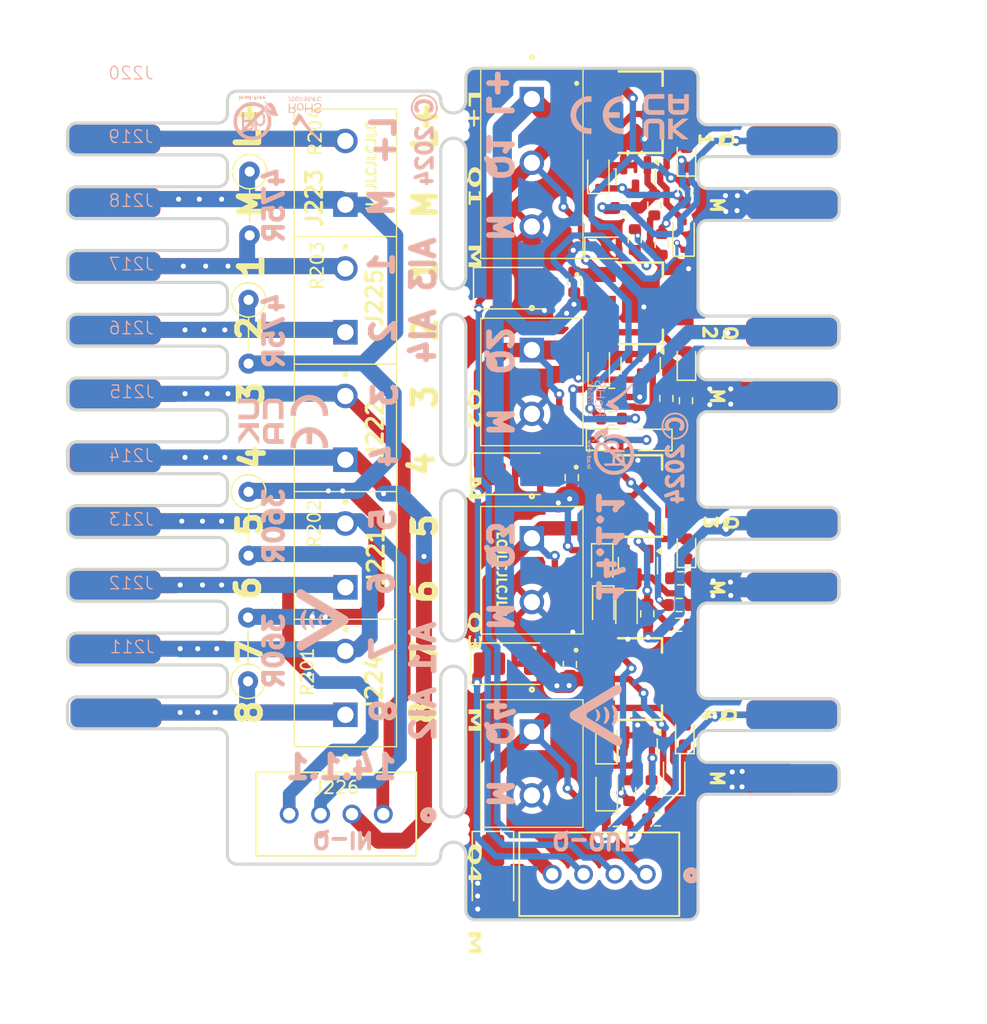
<source format=kicad_pcb>
(kicad_pcb (version 20221018) (generator pcbnew)
  (layers (0 "F.Cu" signal) (31 "B.Cu" signal) (34 "B.Paste" user) (35 "F.Paste" user) (36 "B.SilkS" user "B.Silkscreen") (37 "F.SilkS" user "F.Silkscreen") (38 "B.Mask" user) (39 "F.Mask" user) (44 "Edge.Cuts" user))
  (net 0 "")
  (net 1 "Net-(J306-Pin_1)")
  (net 2 "Net-(J302-Pin_1)")
  (net 3 "Net-(J304-Pin_1)")
  (net 4 "Net-(J201-Pin_1)")
  (net 5 "Net-(J202-Pin_1)")
  (net 6 "Net-(J203-Pin_1)")
  (net 7 "Net-(J204-Pin_1)")
  (net 8 "Net-(J205-Pin_1)")
  (net 9 "Net-(J206-Pin_1)")
  (net 10 "Net-(J207-Pin_1)")
  (net 11 "Net-(J208-Pin_1)")
  (net 12 "M")
  (net 13 "Net-(J210-Pin_1)")
  (net 14 "Net-(J314-Pin_1)")
  (net 15 "GNDPWR")
  (net 16 "Net-(D10-A)")
  (net 17 "Net-(D5-K)")
  (net 18 "Net-(D6-K)")
  (net 19 "Net-(D7-K)")
  (net 20 "Net-(D8-K)")
  (net 21 "Net-(Q1-G)")
  (net 22 "Net-(D2-K)")
  (net 23 "Net-(D3-K)")
  (net 24 "Net-(D4-K)")
  (net 25 "Net-(Q2-G)")
  (net 26 "Net-(Q3-G)")
  (net 27 "Net-(Q4-G)")
  (net 28 "Net-(R1-Pad1)")
  (net 29 "Net-(R20-Pad1)")
  (net 30 "Net-(R18-Pad1)")
  (net 31 "Net-(R19-Pad1)")
  (net 32 "Net-(D11-A)")
  (net 33 "Net-(D10-K)")
  (net 34 "Net-(D1-K)")
  (net 35 "Net-(D1-A)")
  (net 36 "Net-(D12-K)")
  (footprint "Resistor_SMD:R_0603_1608Metric" (layer "F.Cu") (at 110.88 83.575 -90)
    (fp_text reference "R3" hide)
    (fp_text value "6.2K")
  )
  (footprint "Resistor_SMD:R_0603_1608Metric" (layer "F.Cu") (at 110.53 114.055 -90)
    (fp_text reference "R7" hide)
    (fp_text value "6.2K")
  )
  (footprint "Diode_SMD:D_SOD-323F" (layer "F.Cu") (at 118.84 122.88 90)
    (fp_text reference "D13" hide)
    (fp_text value "BAT54J")
  )
  (footprint "PCB_Library:1729128" (layer "F.Cu") (at 107.5 89 -90)
    (fp_text reference "J317" hide)
    (fp_text value "DB128L-5.08-2P-BK-S" hide)
  )
  (footprint "PCB_Library:Conn_pin_PLC" (layer "F.Cu") (at 126.90175 113.295)
    (fp_text reference "J302" hide)
    (fp_text value "Conn_01x01_PAD")
  )
  (footprint "PCB_Library:mouse-bite-2mm-slot" (layer "F.Cu") (at 101.3 85.14 90)
    (fp_text reference "mouse-bite-2mm-slot" hide)
    (fp_text value "VAL**" hide)
  )
  (footprint "Resistor_SMD:R_0603_1608Metric" (layer "F.Cu") (at 119.66 76.485 90)
    (fp_text reference "R17" hide)
    (fp_text value "6.2K")
  )
  (footprint "PCB_Library:mouse-bite-2mm-slot" (layer "F.Cu") (at 101.3 127.2 90)
    (fp_text reference "mouse-bite-2mm-slot" hide)
    (fp_text value "VAL**" hide)
  )
  (footprint "LED_SMD:LED_0603_1608Metric" (layer "F.Cu") (at 119.69 119.6675 90)
    (fp_text reference "D3" hide)
    (fp_text value "LED WHITE")
  )
  (footprint "PCB_Library:Conn_pin_PLC" (layer "F.Cu") (at 126.93175 67.565)
    (fp_text reference "J310" hide)
    (fp_text value "Conn_01x01_PAD")
  )
  (footprint "Diode_SMD:D_SOD-323F" (layer "F.Cu") (at 115.04 109.7425 -90)
    (fp_text reference "D7" hide)
    (fp_text value "BAT54J")
  )
  (footprint "PCB_Library:SOT230P700X185-4N" (layer "F.Cu") (at 116.17 70.05)
    (fp_text reference "U1" hide)
    (fp_text value "DMP6023LE-13")
  )
  (footprint "Resistor_SMD:R_0603_1608Metric" (layer "F.Cu") (at 116.7 110.015 90)
    (fp_text reference "R5" hide)
    (fp_text value "6.2K")
  )
  (footprint "Diode_SMD:D_SOD-323F" (layer "F.Cu") (at 113.19 109.4025 -90)
    (fp_text reference "D14" hide)
    (fp_text value "BAT54J")
  )
  (footprint "Resistor_SMD:R_0603_1608Metric" (layer "F.Cu") (at 113.86 92.57 180)
    (fp_text reference "R21" hide)
    (fp_text value "6.2K")
  )
  (footprint "Resistor_SMD:R_0603_1608Metric" (layer "F.Cu") (at 119.205 110.88 180)
    (fp_text reference "R14" hide)
    (fp_text value "6.2K")
  )
  (footprint "PCB_Library:Conn_pin_PLC" (layer "F.Cu") (at 72.97 67.432224)
    (fp_text reference "J210" hide)
    (fp_text value "Conn_01x01_PAD")
  )
  (footprint "PCB_Library:SOT230P700X185-4N" (layer "F.Cu") (at 116.13 100.63)
    (fp_text reference "U3" hide)
    (fp_text value "DMP6023LE-13")
  )
  (footprint "Diode_SMD:D_SOD-323F" (layer "F.Cu") (at 113.11 106.0425 -90)
    (fp_text reference "D11" hide)
    (fp_text value "BAT54J")
  )
  (footprint "LED_SMD:LED_0603_1608Metric" (layer "F.Cu") (at 119.82 73.65 90)
    (fp_text reference "D1" hide)
    (fp_text value "LED WHITE")
  )
  (footprint "PCB_Library:Conn_pin_PLC" (layer "F.Cu") (at 72.97 72.49)
    (fp_text reference "J209" hide)
    (fp_text value "Conn_01x01_PAD")
  )
  (footprint "Resistor_SMD:R_0603_1608Metric" (layer "F.Cu") (at 110.68 99.16 -90)
    (fp_text reference "R6" hide)
    (fp_text value "6.2K")
  )
  (footprint "Diode_SMD:D_SMA" (layer "F.Cu") (at 104.4 130.8625 -90)
    (fp_text reference "D303" hide)
    (fp_text value "SS34")
  )
  (footprint "Package_TO_SOT_SMD:SOT-23" (layer "F.Cu") (at 115.93 120.6375 -90)
    (fp_text reference "Q1" hide)
    (fp_text value "2N7002")
  )
  (footprint "Resistor_SMD:R_0603_1608Metric" (layer "F.Cu") (at 119.24 109.31)
    (fp_text reference "R18" hide)
    (fp_text value "6.2K")
  )
  (footprint "PCB_Library:Conn_pin_PLC" (layer "F.Cu") (at 126.92175 98.065)
    (fp_text reference "J314" hide)
    (fp_text value "Conn_01x01_PAD")
  )
  (footprint "PCB_Library:Conn_pin_PLC" (layer "F.Cu") (at 126.95175 87.895)
    (fp_text reference "J311" hide)
    (fp_text value "Conn_01x01_PAD")
  )
  (footprint "PCB_Library:SOT230P700X185-4N" (layer "F.Cu") (at 116.12 115.21)
    (fp_text reference "U4" hide)
    (fp_text value "DMP6023LE-13")
  )
  (footprint "PCB_Library:Conn_pin_PLC" (layer "F.Cu") (at 73 87.733334)
    (fp_text reference "J206" hide)
    (fp_text value "Conn_01x01_PAD")
  )
  (footprint "Diode_SMD:D_SOD-323F" (layer "F.Cu") (at 112.83 90.2575 90)
    (fp_text reference "D6" hide)
    (fp_text value "BAT54J")
  )
  (footprint "PCB_Library:Conn_pin_PLC" (layer "F.Cu") (at 126.87175 82.835)
    (fp_text reference "J306" hide)
    (fp_text value "Conn_01x01_PAD")
  )
  (footprint "PCB_Library:Conn_pin_PLC" (layer "F.Cu") (at 126.92175 118.385)
    (fp_text reference "J307" hide)
    (fp_text value "Conn_01x01_PAD")
  )
  (footprint "Diode_SMD:D_SMA" (layer "F.Cu") (at 106.12 113.99)
    (fp_text reference "D302" hide)
    (fp_text value "SS34")
  )
  (footprint "Resistor_SMD:R_0603_1608Metric" (layer "F.Cu") (at 119.345 107.18)
    (fp_text reference "R12" hide)
    (fp_text value "4.7k")
  )
  (footprint "Diode_SMD:D_SOD-323F" (layer "F.Cu") (at 113.45 96.14)
    (fp_text reference "D15" hide)
    (fp_text value "BAT54J")
  )
  (footprint "PCB_Library:Conn_pin_PLC" (layer "F.Cu") (at 72.99 108.044446)
    (fp_text reference "J202" hide)
    (fp_text value "Conn_01x01_PAD")
  )
  (footprint "PCB_Library:Conn_pin_PLC" (layer "F.Cu") (at 126.92175 72.665)
    (fp_text reference "J309" hide)
    (fp_text value "Conn_01x01_PAD")
  )
  (footprint "Package_TO_SOT_SMD:SOT-23" (layer "F.Cu") (at 115.95 106.1775 -90)
    (fp_text reference "Q2" hide)
    (fp_text value "2N7002")
  )
  (footprint "Diode_SMD:D_SOD-323F" (layer "F.Cu") (at 112.8 74.9175 90)
    (fp_text reference "D5" hide)
    (fp_text value "BAT54J")
  )
  (footprint "PCB_Library:SOT230P700X185-4N" (layer "F.Cu") (at 116.19 85.28)
    (fp_text reference "U2" hide)
    (fp_text value "DMP6023LE-13")
  )
  (footprint "Resistor_SMD:R_0603_1608Metric" (layer "F.Cu") (at 119.78 93.035 90)
    (fp_text reference "R10" hide)
    (fp_text value "4.7k")
  )
  (footprint "Resistor_THT:R_Axial_DIN0207_L6.3mm_D2.5mm_P5.08mm_Vertical" (layer "F.Cu") (at 85.00825 74.782224 -90)
    (fp_text reference "R204")
    (fp_text value "475R")
  )
  (footprint "PCB_Library:1729128" (layer "F.Cu") (at 92.64 97.74 90)
    (fp_text reference "J222")
    (fp_text value "DB128L-5.08-2P-BK-S" hide)
  )
  (footprint "PCB_Library:Conn_pin_PLC" (layer "F.Cu") (at 73 102.966668)
    (fp_text reference "J203" hide)
    (fp_text value "Conn_01x01_PAD")
  )
  (footprint "Diode_SMD:D_SOD-323F" (layer "F.Cu") (at 113.46 124.1 90)
    (fp_text reference "D12" hide)
    (fp_text value "BAT54J")
  )
  (footprint "Resistor_THT:R_Axial_DIN0207_L6.3mm_D2.5mm_P5.08mm_Vertical" (layer "F.Cu") (at 84.91825 100.297224 -90)
    (fp_text reference "R202")
    (fp_text value "360R")
  )
  (footprint "Resistor_SMD:R_0603_1608Metric" (layer "F.Cu") (at 113.845 94.46)
    (fp_text reference "R20" hide)
    (fp_text value "6.2K")
  )
  (footprint "Resistor_SMD:R_0603_1608Metric" (layer "F.Cu") (at 114.96 77.68)
    (fp_text reference "R4" hide)
    (fp_text value "6.2K")
  )
  (footprint "PCB_Library:Conn_pin_PLC" (layer "F.Cu") (at 126.90175 103.125)
    (fp_text reference "J315" hide)
    (fp_text value "Conn_01x01_PAD")
  )
  (footprint "PCB_Library:Conn_pin_PLC" (layer "F.Cu") (at 72.99 77.587778)
    (fp_text reference "J208" hide)
    (fp_text value "Conn_01x01_PAD")
  )
  (footprint "PCB_Library:1729128" (layer "F.Cu") (at 92.64 118.06 90)
    (fp_text reference "J224")
    (fp_text value "DB128L-5.08-2P-BK-S" hide)
  )
  (footprint "PCB_Library:1729128" (layer "F.Cu") (at 107.5 104 -90)
    (fp_text reference "J320" hide)
    (fp_text value "DB128L-5.08-2P-BK-S" hide)
  )
  (footprint "Diode_SMD:D_SMA" (layer "F.Cu") (at 106.16 98.86)
    (fp_text reference "D301" hide)
    (fp_text value "SS34")
  )
  (footprint "Resistor_THT:R_Axial_DIN0207_L6.3mm_D2.5mm_P5.08mm_Vertical" (layer "F.Cu") (at 84.87825 115.392224 90)
    (fp_text reference "R201")
    (fp_text value "360R")
  )
  (footprint "Package_TO_SOT_SMD:SOT-23" (layer "F.Cu") (at 116.17 90.2525 -90)
    (fp_text reference "Q3" hide)
    (fp_text value "2N7002")
  )
  (footprint "PCB_Library:CONN_B04B-XASK-1_JST" (layer "F.Cu") (at 95.66 125.97)
    (fp_text reference "J226")
    (fp_text value "B04B-XASK-1")
  )
  (footprint "PCB_Library:Conn_pin_PLC" (layer "F.Cu") (at 73.06175 113.165)
    (fp_text reference "J201" hide)
    (fp_text value "Conn_01x01_PAD")
  )
  (footprint "Resistor_SMD:R_0603_1608Metric" (layer "F.Cu") (at 114.215 126.43 180)
    (fp_text reference "R8" hide)
    (fp_text value "6.2K")
  )
  (footprint "Resistor_SMD:R_0603_1608Metric" (layer "F.Cu") (at 117.515 126.38)
    (fp_text reference "R11" hide)
    (fp_text value "4.7k")
  )
  (footprint "Diode_SMD:D_SOD-323F" (layer "F.Cu") (at 117.06 96.16 180)
    (fp_text reference "D10" hide)
    (fp_text value "BAT54J")
  )
  (footprint "PCB_Library:XY128V-A-5.08-3P" (layer "F.Cu") (at 107.5 69 -90)
    (fp_text reference "J318" hide)
    (fp_text value "DB128L-5.08-3P-BK-S" hide)
  )
  (footprint "Resistor_SMD:R_0603_1608Metric" (layer "F.Cu") (at 117.85 80.58 90)
    (fp_text reference "R9" hide)
    (fp_text value "4.7k")
  )
  (footprint "LED_SMD:LED_0603_1608Metric" (layer "F.Cu") (at 119.82 104.8375 90)
    (fp_text reference "D4" hide)
    (fp_text value "LED WHITE")
  )
  (footprint "Diode_SMD:D_SOD-323F" (layer "F.Cu") (at 113.33 80.86)
    (fp_text reference "D16" hide)
    (fp_text value "BAT54J")
  )
  (footprint "Resistor_SMD:R_0603_1608Metric" (layer "F.Cu") (at 115.26 124.11 90)
    (fp_text reference "R19" hide)
    (fp_text value "6.2K")
  )
  (footprint "Resistor_SMD:R_0603_1608Metric" (layer "F.Cu") (at 118.22 92.855 -90)
    (fp_text reference "R15" hide)
    (fp_text value "6.2K")
  )
  (footprint "PCB_Library:mouse-bite-2mm-slot" (layer "F.Cu") (at 101.3 99.16 90)
    (fp_text reference "mouse-bite-2mm-slot" hide)
    (fp_text value "VAL**" hide)
  )
  (footprint "Diode_SMD:D_SMA" (layer "F.Cu") (at 106.36 84.07)
    (fp_text reference "D309" hide)
    (fp_text value "SS34")
  )
  (footprint "PCB_Library:mouse-bite-2mm-slot" (layer "F.Cu") (at 101.3 113.17 90)
    (fp_text reference "mouse-bite-2mm-slot" hide)
    (fp_text value "VAL**" hide)
  )
  (footprint "Resistor_THT:R_Axial_DIN0207_L6.3mm_D2.5mm_P5.08mm_Vertical" (layer "F.Cu") (at 84.91825 85.002224 -90)
    (fp_text reference "R203")
    (fp_text value "475R")
  )
  (footprint "Package_TO_SOT_SMD:SOT-23" (layer "F.Cu") (at 115.76 75.21 -90)
    (fp_text reference "Q4" hide)
    (fp_text value "2N7002")
  )
  (footprint "PCB_Library:Conn_pin_PLC" (layer "F.Cu") (at 72.99 97.89889)
    (fp_text reference "J204" hide)
    (fp_text value "Conn_01x01_PAD")
  )
  (footprint "PCB_Library:Conn_pin_PLC" (layer "F.Cu") (at 73 82.645556)
    (fp_text reference "J207" hide)
    (fp_text value "Conn_01x01_PAD")
  )
  (footprint "PCB_Library:Conn_pin_PLC" (layer "F.Cu") (at 72.97175 92.835)
    (fp_text reference "J205" hide)
    (fp_text value "Conn_01x01_PAD")
  )
  (footprint "PCB_Library:1729128" (layer "F.Cu") (at 92.64 107.9 90)
    (fp_text reference "J221")
    (fp_text value "DB128L-5.08-2P-BK-S" hide)
  )
  (footprint "Diode_SMD:D_SOD-323F" (layer "F.Cu") (at 113.45 120.3575 90)
    (fp_text reference "D8" hide)
    (fp_text value "BAT54J")
  )
  (footprint "PCB_Library:1729128" (layer "F.Cu") (at 92.64 77.42 90)
    (fp_text reference "J223")
    (fp_text value "DB128L-5.08-2P-BK-S" hide)
  )
  (footprint "PCB_Library:1729128" (layer "F.Cu") (at 92.64 87.58 90)
    (fp_text reference "J225")
    (fp_text value "DB128L-5.08-2P-BK-S" hide)
  )
  (footprint "LED_SMD:LED_0603_1608Metric" (layer "F.Cu") (at 119.82 89.9225 90)
    (fp_text reference "D2" hide)
    (fp_text value "LED WHITE")
  )
  (footprint "Resistor_SMD:R_0603_1608Metric" (layer "F.Cu") (at 117.04 124.09 -90)
    (fp_text reference "R13" hide)
    (fp_text value "6.2K")
  )
  (footprint "PCB_Library:mouse-bite-2mm-slot" (layer "F.Cu") (at 101.29 71.11 90)
    (fp_text reference "mouse-bite-2mm-slot" hide)
    (fp_text value "VAL**" hide)
  )
  (footprint "Resistor_SMD:R_0603_1608Metric" (layer "F.Cu") (at 115.7 80.2 90)
    (fp_text reference "R1" hide)
    (fp_text value "6.2K")
  )
  (footprint "Diode_SMD:D_SOD-323F" (layer "F.Cu") (at 119.59 79.91 90)
    (fp_text reference "D9" hide)
    (fp_text value "BAT54J")
  )
  (footprint "PCB_Library:1729128" (layer "F.Cu") (at 107.5 119.4 -90)
    (fp_text reference "J319" hide)
    (fp_text value "DB128L-5.08-2P-BK-S" hide)
  )
  (footprint "Resistor_SMD:R_0603_1608Metric" (layer "F.Cu") (at 117.26 77.445 90)
    (fp_text reference "R2" hide)
    (fp_text value "6.2K")
  )
  (footprint "PCB_Library:CONN_B04B-XASK-1_JST" (layer "F.Cu") (at 116.62 130.76)
    (fp_text reference "J321" hide)
    (fp_text value "B04B-XASK-1")
  )
  (footprint "PCB_Library:Conn_pin_PLC" (layer "B.Cu") (at 129.52825 67.595 180)
    (fp_text reference "J304" hide)
    (fp_text value "Conn_01x01_PAD")
  )
  (footprint "PCB_Library:Conn_pin_PLC" (layer "B.Cu") (at 75.5665 108.062224 180)
    (fp_text reference "J212")
    (fp_text value "Conn_01x01_PAD")
  )
  (footprint "PCB_Library:Conn_pin_PLC" (layer "B.Cu") (at 75.5765 87.742224 180)
    (fp_text reference "J216")
    (fp_text value "Conn_01x01_PAD")
  )
  (footprint "PCB_Library:Conn_pin_PLC" (layer "B.Cu") (at 75.5765 102.982224 180)
    (fp_text reference "J213")
    (fp_text value "Conn_01x01_PAD")
  )
  (footprint "PCB_Library:Conn_pin_PLC" (layer "B.Cu") (at 75.5765 82.652224 180)
    (fp_text reference "J217")
    (fp_text value "Conn_01x01_PAD")
  )
  (footprint "LOGO" (layer "B.Cu") (at 89.91 95.01 -90)
    (fp_text reference "G***" hide)
    (fp_text value "LOGO" hide)
  )
  (footprint "LOGO" (layer "B.Cu") (at 118.247335 70.372404)
    (fp_text reference "G***" hide)
    (fp_text value "LOGO" hide)
  )
  (footprint "LOGO" (layer "B.Cu") (at 113.02 70.13)
    (fp_text reference "G***" hide)
    (fp_text value "LOGO" hide)
  )
  (footprint "LOGO" (layer "B.Cu") (at 113.77 95.19 90)
    (fp_text reference "G***" hide)
    (fp_text value "LOGO" hide)
  )
  (footprint "PCB_Library:Conn_pin_PLC" (layer "B.Cu") (at 129.52825 113.315 180)
    (fp_text reference "J308" hide)
    (fp_text value "Conn_01x01_PAD")
  )
  (footprint "PCB_Library:Conn_pin_PLC" (layer "B.Cu") (at 75.5465 72.492224 180)
    (fp_text reference "J219")
    (fp_text value "Conn_01x01_PAD")
  )
  (footprint "PCB_Library:Conn_pin_PLC" (layer "B.Cu") (at 75.64825 113.152224 180)
    (fp_text reference "J211")
    (fp_text value "Conn_01x01_PAD")
  )
  (footprint "PCB_Library:Conn_pin_PLC" (layer "B.Cu") (at 129.52825 82.815 180)
    (fp_text reference "J312" hide)
    (fp_text value "Conn_01x01_PAD")
  )
  (footprint "PCB_Library:Conn_pin_PLC" (layer "B.Cu") (at 129.53825 98.045 180)
    (fp_text reference "J316" hide)
    (fp_text value "Conn_01x01_PAD")
  )
  (footprint "PCB_Library:Conn_pin_PLC" (layer "B.Cu") (at 75.5665 97.912224 180)
    (fp_text reference "J214")
    (fp_text value "Conn_01x01_PAD")
  )
  (footprint "PCB_Library:Conn_pin_PLC" (layer "B.Cu") (at 129.53825 87.895 180)
    (fp_text reference "J305" hide)
    (fp_text value "Conn_01x01_PAD")
  )
  (footprint "PCB_Library:Conn_pin_PLC" (layer "B.Cu") (at 129.52825 118.375 180)
    (fp_text reference "J301" hide)
    (fp_text value "Conn_01x01_PAD")
  )
  (footprint "LOGO" (layer "B.Cu") (at 85.95 94.71 -90)
    (fp_text reference "G***" hide)
    (fp_text value "LOGO" hide)
  )
  (footprint "PCB_Library:Conn_pin_PLC" (layer "B.Cu") (at 75.62825 92.825 180)
    (fp_text reference "J215")
    (fp_text value "Conn_01x01_PAD")
  )
  (footprint "PCB_Library:Conn_pin_PLC" (layer "B.Cu") (at 129.54825 72.655 180)
    (fp_text reference "J303" hide)
    (fp_text value "Conn_01x01_PAD")
  )
  (footprint "LOGO" (layer "B.Cu") (at 87.21825 70.503224)
    (fp_text reference "G***" hide)
    (fp_text value "LOGO" hide)
  )
  (footprint "PCB_Library:Conn_pin_PLC" (layer "B.Cu") (at 129.52825 103.145 180)
    (fp_text reference "J313" hide)
    (fp_text value "Conn_01x01_PAD")
  )
  (footprint "PCB_Library:Conn_pin_PLC" (layer "B.Cu") (at 75.5665 77.592224 180)
    (fp_text reference "J218")
    (fp_text value "Conn_01x01_PAD")
  )
  (footprint "PCB_Library:Conn_pin_PLC" (layer "B.Cu") (at 75.5465 67.432224 180)
    (fp_text reference "J220")
    (fp_text value "Conn_01x01_PAD")
  )
  (gr_poly (pts (xy 113.682608 118.148268) (xy 113.678877 118.195849) (xy 113.67259 118.242947) (xy 113.663793 118.289469) (xy 113.652528 118.335319) (xy 113.638839 118.380403) (xy 113.622768 118.424626) (xy 113.604359 118.467894) (xy 113.583656 118.510112) (xy 113.560701 118.551185) (xy 113.535538 118.591019) (xy 113.50821 118.62952) (xy 113.478761 118.666593) (xy 113.447233 118.702143) (xy 113.413671 118.736075) (xy 113.378116 118.768295) (xy 113.372095 118.773238) (xy 113.365962 118.778217) (xy 113.359754 118.783197) (xy 113.35351 118.788139) (xy 113.353393 118.788253) (xy 113.353273 118.788364) (xy 113.35315 118.788471) (xy 113.353024 118.788575) (xy 113.352896 118.788675) (xy 113.352764 118.788771) (xy 113.352631 118.788864) (xy 113.352495 118.788954) (xy 113.352356 118.789039) (xy 113.352216 118.789121) (xy 113.352073 118.789199) (xy 113.351928 118.789272) (xy 113.35178 118.789342) (xy 113.351631 118.789408) (xy 113.35148 118.78947) (xy 113.351327 118.789528) (xy 113.349393 118.790519) (xy 113.347436 118.791455) (xy 113.345456 118.792336) (xy 113.343455 118.793162) (xy 113.341433 118.793932) (xy 113.339392 118.794647) (xy 113.337333 118.795306) (xy 113.335257 118.795908) (xy 113.333166 118.796453) (xy 113.33106 118.796942) (xy 113.328941 118.797373) (xy 113.32681 118.797746) (xy 113.324668 118.798062) (xy 113.322516 118.798319) (xy 113.320356 118.798517) (xy 113.318188 118.798657) (xy 113.314093 118.798317) (xy 113.310052 118.797796) (xy 113.306069 118.797097) (xy 113.302149 118.796225) (xy 113.298295 118.795184) (xy 113.294511 118.793978) (xy 113.290803 118.792611) (xy 113.287173 118.791086) (xy 113.283627 118.789409) (xy 113.280168 118.787583) (xy 113.2768 118.785611) (xy 113.273529 118.783499) (xy 113.270357 118.78125) (xy 113.267289 118.778868) (xy 113.26433 118.776357) (xy 113.261483 118.773722) (xy 113.258753 118.770966) (xy 113.256144 118.768093) (xy 113.253659 118.765108) (xy 113.251304 118.762014) (xy 113.249083 118.758815) (xy 113.246998 118.755516) (xy 113.245056 118.752121) (xy 113.24326 118.748633) (xy 113.241614 118.745058) (xy 113.240122 118.741397) (xy 113.238788 118.737657) (xy 113.237618 118.73384) (xy 113.236614 118.729951) (xy 113.235781 118.725994) (xy 113.235123 118.721973) (xy 113.234645 118.717893) (xy 113.23419 118.715588) (xy 113.233801 118.713273) (xy 113.233478 118.710949) (xy 113.233221 118.708617) (xy 113.233031 118.706278) (xy 113.232907 118.703935) (xy 113.23285 118.701588) (xy 113.23286 118.699239) (xy 113.23286 118.696461) (xy 113.232871 118.694663) (xy 113.23293 118.692866) (xy 113.233034 118.691072) (xy 113.233185 118.689282) (xy 113.233382 118.687496) (xy 113.233625 118.685715) (xy 113.233914 118.683941) (xy 113.234249 118.682174) (xy 113.234608 118.680774) (xy 113.234951 118.679369) (xy 113.235275 118.677961) (xy 113.235582 118.676548) (xy 113.235871 118.675132) (xy 113.236142 118.673712) (xy 113.236395 118.672289) (xy 113.23663 118.670862) (xy 113.23665 118.670311) (xy 113.236709 118.669772) (xy 113.236801 118.669244) (xy 113.236924 118.668726) (xy 113.237074 118.668216) (xy 113.237247 118.667713) (xy 113.237439 118.667215) (xy 113.237647 118.66672) (xy 113.238093 118.665737) (xy 113.238555 118.664751) (xy 113.239004 118.663752) (xy 113.239213 118.663243) (xy 113.239408 118.662727) (xy 113.239698 118.661742) (xy 113.240019 118.660768) (xy 113.240371 118.659805) (xy 113.240753 118.658854) (xy 113.241166 118.657916) (xy 113.241609 118.656992) (xy 113.242081 118.656081) (xy 113.242583 118.655186) (xy 113.243756 118.653184) (xy 113.244896 118.651192) (xy 113.246009 118.6492) (xy 113.247098 118.647199) (xy 113.248168 118.645179) (xy 113.249225 118.643131) (xy 113.250272 118.641045) (xy 113.251314 118.638914) (xy 113.251741 118.63819) (xy 113.25218 118.637474) (xy 113.252632 118.636766) (xy 113.253098 118.636067) (xy 113.253576 118.635376) (xy 113.254066 118.634694) (xy 113.254569 118.634021) (xy 113.255085 118.633358) (xy 113.256318 118.631707) (xy 113.257583 118.63008) (xy 113.258878 118.628478) (xy 113.260203 118.626902) (xy 113.261559 118.625351) (xy 113.262944 118.623826) (xy 113.264358 118.622328) (xy 113.2658 118.620856) (xy 113.264263 118.622199) (xy 113.262766 118.623586) (xy 113.26131 118.625015) (xy 113.259897 118.626485) (xy 113.258527 118.627996) (xy 113.257202 118.629546) (xy 113.255922 118.631135) (xy 113.254688 118.632762) (xy 113.269598 118.601799) (xy 113.283555 118.570454) (xy 113.296556 118.538749) (xy 113.308594 118.506706) (xy 113.319664 118.474348) (xy 113.329762 118.441697) (xy 113.338882 118.408775) (xy 113.34702 118.375603) (xy 113.35417 118.342205) (xy 113.360326 118.308603) (xy 113.365485 118.274817) (xy 113.369641 118.240871) (xy 113.372789 118.206787) (xy 113.374923 118.172587) (xy 113.376039 118.138293) (xy 113.376132 118.103927) (xy 113.376021 118.068823) (xy 113.37484 118.033796) (xy 113.372596 117.99887) (xy 113.369293 117.964068) (xy 113.364937 117.929415) (xy 113.359534 117.894934) (xy 113.35309 117.860648) (xy 113.345609 117.826581) (xy 113.337098 117.792757) (xy 113.327561 117.7592) (xy 113.317006 117.725932) (xy 113.305436 117.692978) (xy 113.292859 117.660362) (xy 113.279278 117.628106) (xy 113.264701 117.596235) (xy 113.249132 117.564772) (xy 113.248754 117.564287) (xy 113.248387 117.563795) (xy 113.24803 117.563296) (xy 113.247683 117.562789) (xy 113.247347 117.562277) (xy 113.247021 117.561757) (xy 113.246707 117.561231) (xy 113.246403 117.560699) (xy 113.246109 117.560161) (xy 113.245827 117.559617) (xy 113.245556 117.559068) (xy 113.245296 117.558512) (xy 113.245047 117.557952) (xy 113.24481 117.557386) (xy 113.244584 117.556815) (xy 113.244369 117.556239) (xy 113.242973 117.553372) (xy 113.241664 117.55047) (xy 113.240444 117.547534) (xy 113.239313 117.544566) (xy 113.238272 117.541568) (xy 113.237321 117.538543) (xy 113.23646 117.535493) (xy 113.235689 117.532419) (xy 113.235011 117.529323) (xy 113.234424 117.526208) (xy 113.23393 117.523076) (xy 113.233528 117.519928) (xy 113.23322 117.516767) (xy 113.233005 117.513595) (xy 113.232885 117.510413) (xy 113.23286 117.507225) (xy 113.232969 117.502178) (xy 113.233292 117.497199) (xy 113.233825 117.492293) (xy 113.234562 117.487468) (xy 113.235498 117.482728) (xy 113.236627 117.47808) (xy 113.237945 117.47353) (xy 113.239445 117.469085) (xy 113.241124 117.464749) (xy 113.242975 117.46053) (xy 113.244994 117.456433) (xy 113.247175 117.452464) (xy 113.249513 117.44863) (xy 113.252003 117.444936) (xy 113.254639 117.441389) (xy 113.257416 117.437995) (xy 113.26033 117.434759) (xy 113.263374 117.431688) (xy 113.266544 117.428788) (xy 113.269834 117.426065) (xy 113.27324 117.423525) (xy 113.276755 117.421174) (xy 113.280375 117.419018) (xy 113.284094 117.417063) (xy 113.287907 117.415315) (xy 113.29181 117.413781) (xy 113.295796 117.412466) (xy 113.29986 117.411377) (xy 113.303998 117.410519) (xy 113.308204 117.409899) (xy 113.312473 117.409522) (xy 113.316799 117.409395) (xy 113.319428 117.409442) (xy 113.322048 117.409581) (xy 113.324658 117.409813) (xy 113.327253 117.410136) (xy 113.329833 117.41055) (xy 113.332394 117.411054) (xy 113.334934 117.411647) (xy 113.337452 117.412329) (xy 113.339944 117.413099) (xy 113.342408 117.413957) (xy 113.344842 117.414901) (xy 113.347244 117.415931) (xy 113.34961 117.417047) (xy 113.35194 117.418247) (xy 113.35423 117.419532) (xy 113.356478 117.420899) (xy 113.356486 117.420905) (xy 113.360654 117.424216) (xy 113.364821 117.427602) (xy 113.368988 117.431062) (xy 113.373155 117.434597) (xy 113.408948 117.466552) (xy 113.442762 117.500233) (xy 113.474553 117.535548) (xy 113.504278 117.5724) (xy 113.531891 117.610696) (xy 113.55735 117.650342) (xy 113.58061 117.691244) (xy 113.601626 117.733307) (xy 113.620357 117.776437) (xy 113.636756 117.820539) (xy 113.650781 117.86552) (xy 113.662386 117.911285) (xy 113.671529 117.957739) (xy 113.678166 118.00479) (xy 113.682252 118.052341) (xy 113.683743 118.1003)) (fill solid) (layer "B.SilkS"))
  (gr_poly (pts (xy 89.04697 110.443566) (xy 89.051492 110.384771) (xy 89.058926 110.327087) (xy 89.069189 110.270596) (xy 89.082199 110.215377) (xy 89.097872 110.161513) (xy 89.116125 110.109084) (xy 89.136875 110.058171) (xy 89.160039 110.008856) (xy 89.185533 109.96122) (xy 89.213275 109.915344) (xy 89.243182 109.871308) (xy 89.275169 109.829195) (xy 89.309155 109.789084) (xy 89.345056 109.751058) (xy 89.382789 109.715197) (xy 89.382789 109.714006) (xy 89.389322 109.708168) (xy 89.396059 109.702274) (xy 89.409776 109.690392) (xy 89.41008 109.690165) (xy 89.41039 109.689945) (xy 89.410705 109.689734) (xy 89.411025 109.689531) (xy 89.41135 109.689337) (xy 89.411681 109.689151) (xy 89.412016 109.688973) (xy 89.412356 109.688804) (xy 89.414402 109.687706) (xy 89.416477 109.68667) (xy 89.418578 109.685696) (xy 89.420705 109.684785) (xy 89.422856 109.683937) (xy 89.425028 109.683152) (xy 89.427222 109.682431) (xy 89.429436 109.681775) (xy 89.431667 109.681183) (xy 89.433916 109.680656) (xy 89.436179 109.680195) (xy 89.438457 109.679799) (xy 89.440747 109.67947) (xy 89.443048 109.679207) (xy 89.445359 109.679011) (xy 89.447678 109.678883) (xy 89.45197 109.679003) (xy 89.456213 109.67936) (xy 89.460403 109.679948) (xy 89.464534 109.680763) (xy 89.468603 109.681799) (xy 89.472606 109.683052) (xy 89.476538 109.684515) (xy 89.480395 109.686185) (xy 89.484173 109.688055) (xy 89.487868 109.690121) (xy 89.491475 109.692378) (xy 89.494991 109.69482) (xy 89.498411 109.697443) (xy 89.50173 109.700241) (xy 89.504946 109.703209) (xy 89.508052 109.706342) (xy 89.511046 109.709635) (xy 89.513923 109.713082) (xy 89.516679 109.71668) (xy 89.519309 109.720421) (xy 89.52181 109.724302) (xy 89.524176 109.728318) (xy 89.526405 109.732462) (xy 89.528491 109.736731) (xy 89.530431 109.741118) (xy 89.53222 109.745619) (xy 89.533855 109.750229) (xy 89.53533 109.754942) (xy 89.536641 109.759754) (xy 89.537786 109.764659) (xy 89.538758 109.769652) (xy 89.539554 109.774728) (xy 89.540096 109.777449) (xy 89.540561 109.780183) (xy 89.54095 109.782927) (xy 89.541262 109.785681) (xy 89.541497 109.788442) (xy 89.541654 109.791209) (xy 89.541734 109.793981) (xy 89.541737 109.796755) (xy 89.541737 109.800128) (xy 89.541697 109.802249) (xy 89.541611 109.804368) (xy 89.54148 109.806484) (xy 89.541304 109.808596) (xy 89.541083 109.810704) (xy 89.540817 109.812807) (xy 89.540506 109.814904) (xy 89.54015 109.816995) (xy 89.540127 109.817849) (xy 89.540063 109.818699) (xy 89.539963 109.819544) (xy 89.53983 109.820388) (xy 89.539671 109.821228) (xy 89.53949 109.822067) (xy 89.539083 109.823742) (xy 89.538224 109.827097) (xy 89.538029 109.82794) (xy 89.537852 109.828786) (xy 89.537697 109.829636) (xy 89.53757 109.830489) (xy 89.534593 109.840014) (xy 89.534226 109.841185) (xy 89.533836 109.842348) (xy 89.533423 109.843502) (xy 89.532987 109.844649) (xy 89.532529 109.845786) (xy 89.532049 109.846914) (xy 89.531546 109.848033) (xy 89.531021 109.849142) (xy 89.529681 109.85156) (xy 89.528375 109.853996) (xy 89.527106 109.856451) (xy 89.525872 109.858923) (xy 89.524674 109.861413) (xy 89.523512 109.863921) (xy 89.522387 109.866445) (xy 89.521298 109.868986) (xy 89.520848 109.869872) (xy 89.520378 109.870746) (xy 89.519887 109.871609) (xy 89.519376 109.872459) (xy 89.518844 109.873297) (xy 89.518293 109.874122) (xy 89.517722 109.874934) (xy 89.517131 109.875733) (xy 89.515776 109.877653) (xy 89.514389 109.879549) (xy 89.512971 109.881422) (xy 89.511522 109.883271) (xy 89.510043 109.885095) (xy 89.508533 109.886895) (xy 89.506993 109.888669) (xy 89.505423 109.890418) (xy 89.506291 109.889628) (xy 89.507146 109.888826) (xy 89.507989 109.888011) (xy 89.508819 109.887183) (xy 89.509636 109.886343) (xy 89.51044 109.885491) (xy 89.51123 109.884627) (xy 89.512007 109.88375) (xy 89.512771 109.882862) (xy 89.513521 109.881963) (xy 89.514257 109.881051) (xy 89.514979 109.880129) (xy 89.515687 109.879195) (xy 89.516381 109.87825) (xy 89.517061 109.877294) (xy 89.517726 109.876328) (xy 89.502389 109.90918) (xy 89.487871 109.943048) (xy 89.474195 109.977893) (xy 89.461385 110.013681) (xy 89.449465 110.050374) (xy 89.438458 110.087937) (xy 89.428387 110.126333) (xy 89.419276 110.165526) (xy 89.411149 110.205479) (xy 89.40403 110.246156) (xy 89.397941 110.287521) (xy 89.392906 110.329538) (xy 89.388949 110.372169) (xy 89.386093 110.415379) (xy 89.384363 110.459132) (xy 89.383781 110.503391) (xy 89.384393 110.548548) (xy 89.386211 110.593208) (xy 89.389211 110.637329) (xy 89.393365 110.680868) (xy 89.398648 110.723784) (xy 89.405034 110.766035) (xy 89.412498 110.807579) (xy 89.421013 110.848374) (xy 89.430553 110.888379) (xy 89.441093 110.927551) (xy 89.452607 110.965848) (xy 89.465069 111.00323) (xy 89.478453 111.039653) (xy 89.492733 111.075077) (xy 89.507883 111.109458) (xy 89.523878 111.142756) (xy 89.524277 111.143341) (xy 89.524665 111.143933) (xy 89.525042 111.144532) (xy 89.525407 111.145138) (xy 89.525759 111.14575) (xy 89.526101 111.146369) (xy 89.52643 111.146994) (xy 89.526747 111.147626) (xy 89.527052 111.148263) (xy 89.527344 111.148906) (xy 89.527625 111.149555) (xy 89.527893 111.150209) (xy 89.528148 111.150869) (xy 89.528391 111.151533) (xy 89.528621 111.152202) (xy 89.528839 111.152876) (xy 89.53042 111.156284) (xy 89.531901 111.15973) (xy 89.53328 111.163213) (xy 89.534557 111.166731) (xy 89.535732 111.170281) (xy 89.536803 111.173862) (xy 89.537771 111.17747) (xy 89.538635 111.181103) (xy 89.539394 111.18476) (xy 89.540048 111.188438) (xy 89.540596 111.192135) (xy 89.541039 111.195848) (xy 89.541375 111.199575) (xy 89.541603 111.203315) (xy 89.541724 111.207064) (xy 89.541737 111.21082) (xy 89.541617 111.21681) (xy 89.541259 111.222719) (xy 89.54067 111.228541) (xy 89.539855 111.234268) (xy 89.537573 111.245408) (xy 89.53446 111.256083) (xy 89.530562 111.266234) (xy 89.525925 111.275805) (xy 89.520598 111.284737) (xy 89.514626 111.292973) (xy 89.511412 111.296813) (xy 89.508056 111.300456) (xy 89.504561 111.303897) (xy 89.500935 111.307128) (xy 89.497183 111.310142) (xy 89.493311 111.312932) (xy 89.489324 111.31549) (xy 89.485229 111.317809) (xy 89.481031 111.319882) (xy 89.476737 111.321703) (xy 89.472351 111.323263) (xy 89.467881 111.324555) (xy 89.463331 111.325573) (xy 89.458708 111.326309) (xy 89.454017 111.326756) (xy 89.449265 111.326906) (xy 89.446391 111.32681) (xy 89.443529 111.32661) (xy 89.440681 111.326307) (xy 89.437851 111.325903) (xy 89.43504 111.325397) (xy 89.432253 111.324792) (xy 89.42949 111.324087) (xy 89.426756 111.323284) (xy 89.424052 111.322383) (xy 89.421381 111.321385) (xy 89.418746 111.320292) (xy 89.41615 111.319103) (xy 89.413595 111.31782) (xy 89.411084 111.316443) (xy 89.40862 111.314974) (xy 89.406204 111.313412) (xy 89.403897 111.31146) (xy 89.401591 111.309475) (xy 89.396977 111.305425) (xy 89.392363 111.301302) (xy 89.38775 111.297141) (xy 89.349569 111.261217) (xy 89.313219 111.223014) (xy 89.278788 111.18263) (xy 89.246363 111.140161) (xy 89.21603 111.095705) (xy 89.187878 111.049359) (xy 89.161993 111.001221) (xy 89.138462 110.951388) (xy 89.117374 110.899957) (xy 89.098814 110.847027) (xy 89.08287 110.792693) (xy 89.069629 110.737054) (xy 89.059179 110.680207) (xy 89.051607 110.622249) (xy 89.047 110.563278) (xy 89.045445 110.503391)) (fill solid) (layer "B.SilkS"))
  (gr_line (start 111.81165 118.28014) (end 111.836256 118.296411) (stroke (width 0.00496)) (layer "B.SilkS"))
  (gr_poly (pts (xy 112.943973 118.140759) (xy 112.940561 118.176585) (xy 112.934955 118.211749) (xy 112.927219 118.2462) (xy 112.91742 118.279886) (xy 112.905622 118.312755) (xy 112.891891 118.344755) (xy 112.876292 118.375836) (xy 112.858891 118.405944) (xy 112.839754 118.435028) (xy 112.818945 118.463037) (xy 112.79653 118.489919) (xy 112.772574 118.515621) (xy 112.747143 118.540093) (xy 112.720302 118.563282) (xy 112.692117 118.585137) (xy 112.672274 118.599623) (xy 112.670289 118.599623) (xy 112.66869 118.600342) (xy 112.667076 118.601023) (xy 112.665448 118.601664) (xy 112.663806 118.602266) (xy 112.662151 118.602829) (xy 112.660484 118.603353) (xy 112.658806 118.603836) (xy 112.657116 118.60428) (xy 112.655417 118.604683) (xy 112.653709 118.605047) (xy 112.651991 118.605369) (xy 112.650266 118.605652) (xy 112.648534 118.605893) (xy 112.646796 118.606094) (xy 112.645051 118.606253) (xy 112.643302 118.606371) (xy 112.640109 118.6063) (xy 112.63695 118.606088) (xy 112.633826 118.605737) (xy 112.630741 118.60525) (xy 112.627699 118.60463) (xy 112.624703 118.60388) (xy 112.621757 118.603003) (xy 112.618863 118.602001) (xy 112.616025 118.600878) (xy 112.613247 118.599636) (xy 112.610532 118.598278) (xy 112.607884 118.596807) (xy 112.605305 118.595225) (xy 112.602799 118.593537) (xy 112.600369 118.591743) (xy 112.598019 118.589849) (xy 112.595753 118.587855) (xy 112.593573 118.585765) (xy 112.591484 118.583583) (xy 112.589487 118.581309) (xy 112.587588 118.578949) (xy 112.585788 118.576504) (xy 112.584092 118.573977) (xy 112.582503 118.571372) (xy 112.581025 118.56869) (xy 112.57966 118.565936) (xy 112.578412 118.56311) (xy 112.577284 118.560218) (xy 112.576281 118.557261) (xy 112.575405 118.554242) (xy 112.574659 118.551164) (xy 112.574047 118.54803) (xy 112.573705 118.546365) (xy 112.573411 118.544691) (xy 112.573165 118.54301) (xy 112.572967 118.541323) (xy 112.572817 118.539631) (xy 112.572716 118.537936) (xy 112.572662 118.536237) (xy 112.572658 118.534536) (xy 112.572658 118.533346) (xy 112.572562 118.532058) (xy 112.572493 118.530768) (xy 112.572451 118.529477) (xy 112.572438 118.528186) (xy 112.572451 118.526895) (xy 112.572493 118.525605) (xy 112.572562 118.524315) (xy 112.572658 118.523027) (xy 112.57296 118.522024) (xy 112.573246 118.521016) (xy 112.573518 118.520005) (xy 112.573774 118.518989) (xy 112.574014 118.51797) (xy 112.574239 118.516947) (xy 112.574448 118.515921) (xy 112.574642 118.514891) (xy 112.577024 118.508938) (xy 112.57728 118.508214) (xy 112.577555 118.507498) (xy 112.57785 118.50679) (xy 112.578163 118.50609) (xy 112.578495 118.505399) (xy 112.578846 118.504717) (xy 112.579216 118.504044) (xy 112.579603 118.503382) (xy 112.580619 118.501967) (xy 112.581588 118.500551) (xy 112.582519 118.49913) (xy 112.583423 118.497701) (xy 112.585184 118.494815) (xy 112.586945 118.491872) (xy 112.5873 118.491321) (xy 112.587668 118.490777) (xy 112.588047 118.490243) (xy 112.588439 118.489717) (xy 112.588842 118.4892) (xy 112.589257 118.488692) (xy 112.589683 118.488194) (xy 112.590121 118.487705) (xy 112.591145 118.486525) (xy 112.592189 118.485363) (xy 112.593253 118.484219) (xy 112.594336 118.483092) (xy 112.595437 118.481985) (xy 112.596557 118.480896) (xy 112.597695 118.479826) (xy 112.598852 118.478775) (xy 112.598216 118.479234) (xy 112.597589 118.479704) (xy 112.596969 118.480184) (xy 112.596358 118.480674) (xy 112.595756 118.481174) (xy 112.595162 118.481685) (xy 112.594577 118.482205) (xy 112.594001 118.482734) (xy 112.593433 118.483274) (xy 112.592875 118.483822) (xy 112.592326 118.484381) (xy 112.591787 118.484948) (xy 112.591256 118.485525) (xy 112.590736 118.48611) (xy 112.590225 118.486705) (xy 112.589724 118.487308) (xy 112.61353 118.441681) (xy 112.634117 118.394952) (xy 112.651488 118.347282) (xy 112.665641 118.29883) (xy 112.67658 118.249758) (xy 112.684303 118.200224) (xy 112.688813 118.15039) (xy 112.690111 118.100416) (xy 112.688197 118.050461) (xy 112.683073 118.000687) (xy 112.674739 117.951252) (xy 112.663197 117.902318) (xy 112.648447 117.854045) (xy 112.63049 117.806592) (xy 112.609328 117.760121) (xy 112.584961 117.714791) (xy 112.584406 117.714076) (xy 112.583874 117.713345) (xy 112.583365 117.712597) (xy 112.582881 117.711834) (xy 112.582421 117.711057) (xy 112.581986 117.710264) (xy 112.581576 117.709458) (xy 112.581191 117.708639) (xy 112.580039 117.706605) (xy 112.578958 117.704536) (xy 112.57795 117.702436) (xy 112.577015 117.700306) (xy 112.576153 117.698149) (xy 112.575365 117.695965) (xy 112.574652 117.693757) (xy 112.574013 117.691527) (xy 112.57345 117.689276) (xy 112.572963 117.687008) (xy 112.572553 117.684723) (xy 112.572219 117.682423) (xy 112.571963 117.680111) (xy 112.571785 117.677788) (xy 112.571686 117.675457) (xy 112.571666 117.673119) (xy 112.571713 117.669638) (xy 112.571931 117.666179) (xy 112.572318 117.662747) (xy 112.572873 117.659349) (xy 112.573592 117.65599) (xy 112.574473 117.652676) (xy 112.575514 117.649413) (xy 112.576712 117.646206) (xy 112.578066 117.643061) (xy 112.579572 117.639985) (xy 112.581229 117.636983) (xy 112.583034 117.63406) (xy 112.584985 117.631223) (xy 112.58708 117.628478) (xy 112.589315 117.625829) (xy 112.59169 117.623284) (xy 112.594188 117.620859) (xy 112.596792 117.618571) (xy 112.599495 117.616423) (xy 112.602293 117.614416) (xy 112.60518 117.612553) (xy 112.608148 117.610837) (xy 112.611194 117.60927) (xy 112.614311 117.607855) (xy 112.617494 117.606593) (xy 112.620736 117.605488) (xy 112.624032 117.604541) (xy 112.627376 117.603756) (xy 112.630762 117.603135) (xy 112.634185 117.602679) (xy 112.63764 117.602392) (xy 112.641119 117.602277) (xy 112.643224 117.602323) (xy 112.645323 117.602434) (xy 112.647415 117.60261) (xy 112.649497 117.602851) (xy 112.65157 117.603155) (xy 112.65363 117.603523) (xy 112.655677 117.603953) (xy 112.65771 117.604447) (xy 112.659726 117.605003) (xy 112.661725 117.605621) (xy 112.663705 117.606301) (xy 112.665664 117.607042) (xy 112.667601 117.607844) (xy 112.669515 117.608706) (xy 112.671403 117.609629) (xy 112.673266 117.610611) (xy 112.674986 117.611754) (xy 112.67672 117.612943) (xy 112.678463 117.614169) (xy 112.680211 117.615423) (xy 112.683702 117.617978) (xy 112.687156 117.620533) (xy 112.715855 117.642454) (xy 112.743193 117.665762) (xy 112.769102 117.690398) (xy 112.793516 117.716301) (xy 112.816365 117.743412) (xy 112.837583 117.771671) (xy 112.857102 117.80102) (xy 112.874853 117.831398) (xy 112.89077 117.862745) (xy 112.904785 117.895003) (xy 112.916829 117.928111) (xy 112.926835 117.96201) (xy 112.934735 117.99664) (xy 112.940462 118.031942) (xy 112.94249 118.049827) (xy 112.943948 118.067857) (xy 112.944829 118.086025) (xy 112.945125 118.104324)) (fill solid) (layer "B.SilkS"))
  (gr_line (start 91.602709 110.326384) (end 91.578103 110.310113) (stroke (width 0.00496)) (layer "B.SilkS"))
  (gr_poly (pts (xy 88.715642 108.437657) (xy 88.716103 108.417872) (xy 88.717472 108.398347) (xy 88.719726 108.379105) (xy 88.722841 108.360171) (xy 88.726797 108.341568) (xy 88.731569 108.323321) (xy 88.737135 108.305454) (xy 88.743473 108.287991) (xy 88.750559 108.270957) (xy 88.758372 108.254376) (xy 88.766888 108.238271) (xy 88.776085 108.222667) (xy 88.78594 108.207589) (xy 88.79643 108.19306) (xy 88.807533 108.179105) (xy 88.819226 108.165748) (xy 88.831487 108.153012) (xy 88.844292 108.140923) (xy 88.85762 108.129505) (xy 88.871446 108.118781) (xy 88.88575 108.108776) (xy 88.900507 108.099514) (xy 88.915696 108.091019) (xy 88.931294 108.083315) (xy 88.947277 108.076428) (xy 88.963624 108.07038) (xy 88.980312 108.065196) (xy 88.997318 108.0609) (xy 89.014619 108.057517) (xy 89.032192 108.055071) (xy 89.050016 108.053585) (xy 89.068067 108.053085) (xy 89.076802 108.053188) (xy 89.085519 108.053526) (xy 89.094215 108.054096) (xy 89.102885 108.054899) (xy 89.111524 108.055932) (xy 89.120127 108.057196) (xy 89.128691 108.058688) (xy 89.13721 108.060408) (xy 89.14568 108.062355) (xy 89.154096 108.064529) (xy 89.162454 108.066927) (xy 89.170749 108.069549) (xy 89.178977 108.072394) (xy 89.187133 108.075461) (xy 89.195212 108.07875) (xy 89.20321 108.082258) (xy 89.269282 108.121942) (xy 92.525245 110.075361) (xy 92.708601 110.185891) (xy 92.744518 110.207322) (xy 92.747098 110.208909) (xy 92.765044 110.222516) (xy 92.782028 110.237084) (xy 92.798022 110.252559) (xy 92.813001 110.268889) (xy 92.826936 110.286023) (xy 92.839802 110.303908) (xy 92.85157 110.32249) (xy 92.862214 110.341719) (xy 92.871708 110.361541) (xy 92.880022 110.381905) (xy 92.887132 110.402757) (xy 92.89301 110.424046) (xy 92.897629 110.445719) (xy 92.900961 110.467724) (xy 92.90298 110.490008) (xy 92.903659 110.512519) (xy 92.90298 110.53503) (xy 92.900961 110.557314) (xy 92.897629 110.579318) (xy 92.89301 110.600991) (xy 92.887132 110.62228) (xy 92.880022 110.643133) (xy 92.871708 110.663496) (xy 92.862214 110.683318) (xy 92.85157 110.702547) (xy 92.839802 110.72113) (xy 92.826936 110.739014) (xy 92.813001 110.756148) (xy 92.798022 110.772478) (xy 92.782028 110.787954) (xy 92.765044 110.802521) (xy 92.747098 110.816128) (xy 92.74676 110.816329) (xy 92.746427 110.816536) (xy 92.746098 110.81675) (xy 92.745773 110.81697) (xy 92.745452 110.817196) (xy 92.745136 110.817429) (xy 92.744825 110.817669) (xy 92.744518 110.817914) (xy 92.708601 110.839345) (xy 92.524848 110.949676) (xy 89.300834 112.884244) (xy 89.245867 112.917383) (xy 89.237521 112.921322) (xy 89.22908 112.925018) (xy 89.220547 112.92847) (xy 89.211929 112.931676) (xy 89.20323 112.934635) (xy 89.194457 112.937345) (xy 89.185614 112.939806) (xy 89.176707 112.942017) (xy 89.167741 112.943975) (xy 89.158722 112.94568) (xy 89.149655 112.947131) (xy 89.140545 112.948325) (xy 89.131398 112.949263) (xy 89.122218 112.949943) (xy 89.113013 112.950363) (xy 89.103786 112.950522) (xy 89.085629 112.95002) (xy 89.067713 112.948531) (xy 89.050057 112.946079) (xy 89.032686 112.942687) (xy 89.01562 112.938381) (xy 88.998883 112.933185) (xy 88.982495 112.927122) (xy 88.966479 112.920217) (xy 88.950858 112.912494) (xy 88.935652 112.903977) (xy 88.920886 112.89469) (xy 88.906579 112.884658) (xy 88.892755 112.873905) (xy 88.879436 112.862455) (xy 88.866643 112.850333) (xy 88.854399 112.837561) (xy 88.842726 112.824165) (xy 88.831646 112.81017) (xy 88.821182 112.795598) (xy 88.811354 112.780474) (xy 88.802185 112.764823) (xy 88.793698 112.748668) (xy 88.785915 112.732034) (xy 88.778857 112.714945) (xy 88.772546 112.697426) (xy 88.767005 112.6795) (xy 88.762256 112.661191) (xy 88.758321 112.642524) (xy 88.755222 112.623524) (xy 88.752981 112.604213) (xy 88.751621 112.584617) (xy 88.751162 112.564759) (xy 88.751533 112.542501) (xy 88.753133 112.52042) (xy 88.75594 112.498562) (xy 88.759934 112.476973) (xy 88.765093 112.455698) (xy 88.771398 112.434782) (xy 88.778827 112.414271) (xy 88.78736 112.394211) (xy 88.796975 112.374646) (xy 88.807652 112.355622) (xy 88.81937 112.337186) (xy 88.832108 112.319381) (xy 88.845846 112.302255) (xy 88.860562 112.285851) (xy 88.876236 112.270216) (xy 88.892846 112.255395) (xy 88.893839 112.255395) (xy 88.977976 112.204198) (xy 91.415186 110.741714) (xy 91.42159 110.738827) (xy 91.427889 110.735732) (xy 91.434079 110.73243) (xy 91.440154 110.728926) (xy 91.446109 110.725222) (xy 91.45194 110.721321) (xy 91.457641 110.717226) (xy 91.463207 110.712941) (xy 91.473952 110.703621) (xy 91.484121 110.693783) (xy 91.493699 110.683454) (xy 91.502674 110.672661) (xy 91.511032 110.661432) (xy 91.518759 110.649795) (xy 91.525842 110.637777) (xy 91.532269 110.625405) (xy 91.538024 110.612708) (xy 91.543096 110.599712) (xy 91.54747 110.586446) (xy 91.551134 110.572936) (xy 91.554074 110.559211) (xy 91.556276 110.545297) (xy 91.557727 110.531223) (xy 91.558414 110.517016) (xy 91.558326 110.502792) (xy 91.557468 110.48867) (xy 91.555854 110.474676) (xy 91.553495 110.460839) (xy 91.550403 110.447187) (xy 91.546592 110.433748) (xy 91.542072 110.42055) (xy 91.536856 110.407622) (xy 91.530956 110.394991) (xy 91.524385 110.382685) (xy 91.517155 110.370733) (xy 91.509278 110.359162) (xy 91.500765 110.348001) (xy 91.491631 110.337277) (xy 91.481885 110.32702) (xy 91.471542 110.317256) (xy 91.443562 110.299199) (xy 91.420345 110.284117) (xy 91.416441 110.282334) (xy 91.412482 110.28057) (xy 91.408485 110.278843) (xy 91.40447 110.277172) (xy 88.920826 108.787105) (xy 88.908916 108.780472) (xy 88.8973 108.77346) (xy 88.885986 108.766081) (xy 88.874979 108.758344) (xy 88.864284 108.750259) (xy 88.853909 108.741837) (xy 88.843858 108.733087) (xy 88.834139 108.72402) (xy 88.824756 108.714646) (xy 88.815716 108.704975) (xy 88.807025 108.695017) (xy 88.798689 108.684783) (xy 88.790713 108.674283) (xy 88.783104 108.663526) (xy 88.775868 108.652523) (xy 88.76901 108.641284) (xy 88.762537 108.629819) (xy 88.756454 108.618138) (xy 88.750768 108.606252) (xy 88.745484 108.594171) (xy 88.740609 108.581905) (xy 88.736148 108.569463) (xy 88.732108 108.556857) (xy 88.728493 108.544096) (xy 88.725311 108.53119) (xy 88.722568 108.51815) (xy 88.720268 108.504986) (xy 88.718419 108.491708) (xy 88.717025 108.478325) (xy 88.716094 108.464849) (xy 88.715631 108.45129)) (fill solid) (layer "B.SilkS"))
  (gr_poly (pts (xy 90.470386 110.465765) (xy 90.473798 110.429939) (xy 90.479404 110.394775) (xy 90.48714 110.360324) (xy 90.496939 110.326638) (xy 90.508737 110.293769) (xy 90.522468 110.261769) (xy 90.538067 110.230688) (xy 90.555468 110.20058) (xy 90.574605 110.171496) (xy 90.595414 110.143487) (xy 90.617829 110.116605) (xy 90.641785 110.090903) (xy 90.667216 110.066431) (xy 90.694057 110.043242) (xy 90.722242 110.021387) (xy 90.742085 110.006901) (xy 90.74407 110.006901) (xy 90.745669 110.006182) (xy 90.747283 110.005501) (xy 90.748911 110.00486) (xy 90.750553 110.004258) (xy 90.752208 110.003695) (xy 90.753875 110.003171) (xy 90.755553 110.002688) (xy 90.757243 110.002244) (xy 90.758942 110.001841) (xy 90.76065 110.001477) (xy 90.762368 110.001155) (xy 90.764093 110.000872) (xy 90.765825 110.000631) (xy 90.767563 110.00043) (xy 90.769308 110.000271) (xy 90.771057 110.000153) (xy 90.77425 110.000224) (xy 90.777409 110.000436) (xy 90.780533 110.000787) (xy 90.783618 110.001274) (xy 90.78666 110.001894) (xy 90.789656 110.002644) (xy 90.792602 110.003521) (xy 90.795496 110.004523) (xy 90.798334 110.005646) (xy 90.801112 110.006888) (xy 90.803827 110.008246) (xy 90.806475 110.009717) (xy 90.809054 110.011299) (xy 90.81156 110.012987) (xy 90.81399 110.014781) (xy 90.81634 110.016675) (xy 90.818606 110.018669) (xy 90.820786 110.020759) (xy 90.822875 110.022941) (xy 90.824872 110.025215) (xy 90.826771 110.027575) (xy 90.828571 110.03002) (xy 90.830267 110.032547) (xy 90.831856 110.035152) (xy 90.833334 110.037834) (xy 90.834699 110.040588) (xy 90.835947 110.043414) (xy 90.837075 110.046306) (xy 90.838078 110.049263) (xy 90.838954 110.052282) (xy 90.8397 110.05536) (xy 90.840312 110.058494) (xy 90.840654 110.060159) (xy 90.840948 110.061833) (xy 90.841194 110.063514) (xy 90.841392 110.065201) (xy 90.841542 110.066893) (xy 90.841643 110.068588) (xy 90.841697 110.070287) (xy 90.841701 110.071988) (xy 90.841701 110.073178) (xy 90.841797 110.074466) (xy 90.841866 110.075756) (xy 90.841908 110.077047) (xy 90.841921 110.078338) (xy 90.841908 110.079629) (xy 90.841866 110.080919) (xy 90.841797 110.082209) (xy 90.841701 110.083497) (xy 90.841399 110.0845) (xy 90.841113 110.085508) (xy 90.840841 110.086519) (xy 90.840585 110.087535) (xy 90.840345 110.088554) (xy 90.84012 110.089577) (xy 90.839911 110.090603) (xy 90.839717 110.091633) (xy 90.837335 110.097586) (xy 90.837079 110.09831) (xy 90.836804 110.099026) (xy 90.836509 110.099734) (xy 90.836196 110.100434) (xy 90.835864 110.101125) (xy 90.835513 110.101807) (xy 90.835143 110.10248) (xy 90.834756 110.103142) (xy 90.83374 110.104557) (xy 90.832771 110.105973) (xy 90.83184 110.107394) (xy 90.830936 110.108823) (xy 90.829175 110.111709) (xy 90.827414 110.114652) (xy 90.827059 110.115203) (xy 90.826691 110.115747) (xy 90.826312 110.116281) (xy 90.82592 110.116807) (xy 90.825517 110.117324) (xy 90.825102 110.117832) (xy 90.824676 110.11833) (xy 90.824238 110.118819) (xy 90.823214 110.119999) (xy 90.82217 110.121161) (xy 90.821106 110.122305) (xy 90.820023 110.123432) (xy 90.818922 110.124539) (xy 90.817802 110.125628) (xy 90.816664 110.126698) (xy 90.815507 110.127749) (xy 90.816143 110.12729) (xy 90.81677 110.12682) (xy 90.81739 110.12634) (xy 90.818001 110.12585) (xy 90.818603 110.12535) (xy 90.819197 110.124839) (xy 90.819782 110.124319) (xy 90.820358 110.12379) (xy 90.820926 110.12325) (xy 90.821484 110.122702) (xy 90.822033 110.122143) (xy 90.822572 110.121576) (xy 90.823103 110.120999) (xy 90.823623 110.120414) (xy 90.824134 110.119819) (xy 90.824635 110.119216) (xy 90.800829 110.164843) (xy 90.780242 110.211572) (xy 90.762871 110.259242) (xy 90.748718 110.307694) (xy 90.737779 110.356766) (xy 90.730056 110.4063) (xy 90.725546 110.456134) (xy 90.724248 110.506108) (xy 90.726162 110.556063) (xy 90.731286 110.605837) (xy 90.73962 110.655272) (xy 90.751162 110.704206) (xy 90.765912 110.752479) (xy 90.783869 110.799932) (xy 90.805031 110.846403) (xy 90.829398 110.891733) (xy 90.829953 110.892448) (xy 90.830485 110.893179) (xy 90.830994 110.893927) (xy 90.831478 110.89469) (xy 90.831938 110.895467) (xy 90.832373 110.89626) (xy 90.832783 110.897066) (xy 90.833168 110.897885) (xy 90.83432 110.899919) (xy 90.835401 110.901988) (xy 90.836409 110.904088) (xy 90.837344 110.906218) (xy 90.838206 110.908375) (xy 90.838994 110.910559) (xy 90.839707 110.912767) (xy 90.840346 110.914997) (xy 90.840909 110.917248) (xy 90.841396 110.919516) (xy 90.841806 110.921801) (xy 90.84214 110.924101) (xy 90.842396 110.926413) (xy 90.842574 110.928736) (xy 90.842673 110.931067) (xy 90.842693 110.933405) (xy 90.842646 110.936886) (xy 90.842428 110.940345) (xy 90.842041 110.943777) (xy 90.841486 110.947175) (xy 90.840767 110.950534) (xy 90.839886 110.953848) (xy 90.838845 110.957111) (xy 90.837647 110.960318) (xy 90.836293 110.963463) (xy 90.834787 110.966539) (xy 90.83313 110.969541) (xy 90.831325 110.972464) (xy 90.829374 110.975301) (xy 90.827279 110.978046) (xy 90.825044 110.980695) (xy 90.822669 110.98324) (xy 90.820171 110.985665) (xy 90.817567 110.987953) (xy 90.814864 110.990101) (xy 90.812066 110.992108) (xy 90.809179 110.993971) (xy 90.806211 110.995687) (xy 90.803165 110.997254) (xy 90.800048 110.998669) (xy 90.796865 110.999931) (xy 90.793623 111.001036) (xy 90.790327 111.001983) (xy 90.786983 111.002768) (xy 90.783597 111.003389) (xy 90.780174 111.003845) (xy 90.776719 111.004132) (xy 90.77324 111.004247) (xy 90.771135 111.004201) (xy 90.769036 111.00409) (xy 90.766944 111.003914) (xy 90.764862 111.003673) (xy 90.762789 111.003369) (xy 90.760729 111.003001) (xy 90.758682 111.002571) (xy 90.756649 111.002077) (xy 90.754633 111.001521) (xy 90.752634 111.000903) (xy 90.750654 111.000223) (xy 90.748695 110.999482) (xy 90.746758 110.99868) (xy 90.744844 110.997818) (xy 90.742956 110.996895) (xy 90.741093 110.995913) (xy 90.739373 110.99477) (xy 90.737639 110.993581) (xy 90.735896 110.992355) (xy 90.734148 110.991101) (xy 90.730657 110.988546) (xy 90.727203 110.985991) (xy 90.698504 110.96407) (xy 90.671166 110.940762) (xy 90.645257 110.916126) (xy 90.620843 110.890223) (xy 90.597994 110.863112) (xy 90.576776 110.834853) (xy 90.557257 110.805504) (xy 90.539506 110.775126) (xy 90.523589 110.743779) (xy 90.509574 110.711521) (xy 90.49753 110.678413) (xy 90.487524 110.644514) (xy 90.479624 110.609884) (xy 90.473897 110.574582) (xy 90.471869 110.556697) (xy 90.470411 110.538667) (xy 90.46953 110.520499) (xy 90.469234 110.5022)) (fill solid) (layer "B.SilkS"))
  (gr_poly (pts (xy 114.367389 118.162958) (xy 114.362867 118.221753) (xy 114.355433 118.279437) (xy 114.34517 118.335928) (xy 114.33216 118.391147) (xy 114.316487 118.445011) (xy 114.298234 118.49744) (xy 114.277484 118.548353) (xy 114.25432 118.597668) (xy 114.228826 118.645304) (xy 114.201084 118.69118) (xy 114.171177 118.735216) (xy 114.13919 118.777329) (xy 114.105204 118.81744) (xy 114.069303 118.855466) (xy 114.03157 118.891327) (xy 114.03157 118.892518) (xy 114.025037 118.898356) (xy 114.0183 118.90425) (xy 114.004583 118.916132) (xy 114.004279 118.916359) (xy 114.003969 118.916579) (xy 114.003654 118.91679) (xy 114.003334 118.916993) (xy 114.003009 118.917187) (xy 114.002678 118.917373) (xy 114.002343 118.917551) (xy 114.002003 118.91772) (xy 113.999957 118.918818) (xy 113.997882 118.919854) (xy 113.995781 118.920828) (xy 113.993654 118.921739) (xy 113.991503 118.922587) (xy 113.989331 118.923372) (xy 113.987137 118.924093) (xy 113.984923 118.924749) (xy 113.982692 118.925341) (xy 113.980443 118.925868) (xy 113.97818 118.926329) (xy 113.975902 118.926725) (xy 113.973612 118.927054) (xy 113.971311 118.927317) (xy 113.969 118.927513) (xy 113.966681 118.927641) (xy 113.962389 118.927521) (xy 113.958146 118.927164) (xy 113.953956 118.926576) (xy 113.949825 118.925761) (xy 113.945756 118.924725) (xy 113.941753 118.923472) (xy 113.937821 118.922009) (xy 113.933964 118.920339) (xy 113.930186 118.918469) (xy 113.926491 118.916403) (xy 113.922884 118.914146) (xy 113.919368 118.911704) (xy 113.915948 118.909081) (xy 113.912629 118.906283) (xy 113.909413 118.903315) (xy 113.906307 118.900182) (xy 113.903313 118.896889) (xy 113.900436 118.893442) (xy 113.89768 118.889844) (xy 113.89505 118.886103) (xy 113.892549 118.882222) (xy 113.890183 118.878206) (xy 113.887954 118.874062) (xy 113.885868 118.869793) (xy 113.883928 118.865406) (xy 113.882139 118.860905) (xy 113.880504 118.856295) (xy 113.879029 118.851582) (xy 113.877718 118.84677) (xy 113.876573 118.841865) (xy 113.875601 118.836872) (xy 113.874805 118.831796) (xy 113.874263 118.829075) (xy 113.873798 118.826341) (xy 113.873409 118.823597) (xy 113.873097 118.820843) (xy 113.872862 118.818082) (xy 113.872705 118.815315) (xy 113.872625 118.812543) (xy 113.872622 118.809769) (xy 113.872622 118.806396) (xy 113.872662 118.804275) (xy 113.872748 118.802156) (xy 113.872879 118.80004) (xy 113.873055 118.797928) (xy 113.873276 118.79582) (xy 113.873542 118.793717) (xy 113.873853 118.79162) (xy 113.874209 118.789529) (xy 113.874232 118.788675) (xy 113.874296 118.787825) (xy 113.874396 118.78698) (xy 113.874529 118.786136) (xy 113.874688 118.785296) (xy 113.874869 118.784457) (xy 113.875276 118.782782) (xy 113.876135 118.779427) (xy 113.87633 118.778584) (xy 113.876507 118.777738) (xy 113.876662 118.776888) (xy 113.876789 118.776035) (xy 113.879766 118.76651) (xy 113.880133 118.765339) (xy 113.880523 118.764176) (xy 113.880936 118.763022) (xy 113.881372 118.761875) (xy 113.88183 118.760738) (xy 113.88231 118.75961) (xy 113.882813 118.758491) (xy 113.883338 118.757382) (xy 113.884678 118.754964) (xy 113.885984 118.752528) (xy 113.887253 118.750073) (xy 113.888487 118.747601) (xy 113.889685 118.745111) (xy 113.890847 118.742603) (xy 113.891972 118.740079) (xy 113.893061 118.737538) (xy 113.893511 118.736652) (xy 113.893981 118.735778) (xy 113.894472 118.734915) (xy 113.894983 118.734065) (xy 113.895515 118.733227) (xy 113.896066 118.732402) (xy 113.896637 118.73159) (xy 113.897228 118.730791) (xy 113.898583 118.728871) (xy 113.89997 118.726975) (xy 113.901388 118.725102) (xy 113.902837 118.723253) (xy 113.904316 118.721429) (xy 113.905826 118.719629) (xy 113.907366 118.717855) (xy 113.908936 118.716106) (xy 113.908068 118.716896) (xy 113.907213 118.717698) (xy 113.90637 118.718513) (xy 113.90554 118.719341) (xy 113.904723 118.720181) (xy 113.903919 118.721033) (xy 113.903129 118.721897) (xy 113.902352 118.722774) (xy 113.901588 118.723662) (xy 113.900838 118.724561) (xy 113.900102 118.725473) (xy 113.89938 118.726395) (xy 113.898672 118.727329) (xy 113.897978 118.728274) (xy 113.897298 118.72923) (xy 113.896633 118.730196) (xy 113.91197 118.697344) (xy 113.926488 118.663476) (xy 113.940164 118.628631) (xy 113.952974 118.592843) (xy 113.964894 118.55615) (xy 113.975901 118.518587) (xy 113.985972 118.480191) (xy 113.995083 118.440998) (xy 114.00321 118.401045) (xy 114.010329 118.360368) (xy 114.016418 118.319003) (xy 114.021453 118.276986) (xy 114.02541 118.234355) (xy 114.028266 118.191145) (xy 114.029996 118.147392) (xy 114.030578 118.103133) (xy 114.029966 118.057976) (xy 114.028148 118.013316) (xy 114.025148 117.969195) (xy 114.020994 117.925656) (xy 114.015711 117.88274) (xy 114.009325 117.840489) (xy 114.001861 117.798945) (xy 113.993346 117.75815) (xy 113.983806 117.718145) (xy 113.973266 117.678973) (xy 113.961752 117.640676) (xy 113.94929 117.603294) (xy 113.935906 117.566871) (xy 113.921626 117.531447) (xy 113.906476 117.497066) (xy 113.890481 117.463768) (xy 113.890082 117.463183) (xy 113.889694 117.462591) (xy 113.889317 117.461992) (xy 113.888952 117.461386) (xy 113.8886 117.460774) (xy 113.888258 117.460155) (xy 113.887929 117.45953) (xy 113.887612 117.458898) (xy 113.887307 117.458261) (xy 113.887015 117.457618) (xy 113.886734 117.456969) (xy 113.886466 117.456315) (xy 113.886211 117.455655) (xy 113.885968 117.454991) (xy 113.885738 117.454322) (xy 113.88552 117.453648) (xy 113.883939 117.45024) (xy 113.882458 117.446794) (xy 113.881079 117.443311) (xy 113.879802 117.439793) (xy 113.878627 117.436243) (xy 113.877556 117.432662) (xy 113.876588 117.429054) (xy 113.875724 117.425421) (xy 113.874965 117.421764) (xy 113.874311 117.418086) (xy 113.873763 117.414389) (xy 113.87332 117.410676) (xy 113.872984 117.406949) (xy 113.872756 117.403209) (xy 113.872635 117.39946) (xy 113.872622 117.395704) (xy 113.872742 117.389714) (xy 113.8731 117.383805) (xy 113.873689 117.377983) (xy 113.874504 117.372256) (xy 113.876786 117.361116) (xy 113.879899 117.350441) (xy 113.883797 117.34029) (xy 113.888434 117.330719) (xy 113.893761 117.321787) (xy 113.899733 117.313551) (xy 113.902947 117.309711) (xy 113.906303 117.306068) (xy 113.909798 117.302627) (xy 113.913424 117.299396) (xy 113.917176 117.296382) (xy 113.921048 117.293592) (xy 113.925035 117.291034) (xy 113.92913 117.288715) (xy 113.933328 117.286642) (xy 113.937622 117.284821) (xy 113.942008 117.283261) (xy 113.946478 117.281969) (xy 113.951028 117.280951) (xy 113.955651 117.280215) (xy 113.960342 117.279768) (xy 113.965094 117.279618) (xy 113.967968 117.279714) (xy 113.97083 117.279914) (xy 113.973678 117.280217) (xy 113.976508 117.280621) (xy 113.979319 117.281127) (xy 113.982106 117.281732) (xy 113.984869 117.282437) (xy 113.987603 117.28324) (xy 113.990307 117.284141) (xy 113.992978 117.285139) (xy 113.995613 117.286232) (xy 113.998209 117.287421) (xy 114.000764 117.288704) (xy 114.003275 117.290081) (xy 114.005739 117.29155) (xy 114.008155 117.293112) (xy 114.010462 117.295064) (xy 114.012768 117.297049) (xy 114.017382 117.301099) (xy 114.021996 117.305222) (xy 114.026609 117.309383) (xy 114.06479 117.345307) (xy 114.10114 117.38351) (xy 114.135571 117.423894) (xy 114.167996 117.466363) (xy 114.198329 117.510819) (xy 114.226481 117.557165) (xy 114.252366 117.605303) (xy 114.275897 117.655136) (xy 114.296985 117.706567) (xy 114.315545 117.759497) (xy 114.331489 117.813831) (xy 114.34473 117.86947) (xy 114.35518 117.926317) (xy 114.362752 117.984275) (xy 114.367359 118.043246) (xy 114.368914 118.103133)) (fill solid) (layer "B.SilkS"))
  (gr_poly (pts (xy 114.698717 120.168867) (xy 114.698256 120.188652) (xy 114.696887 120.208177) (xy 114.694633 120.227419) (xy 114.691518 120.246353) (xy 114.687562 120.264956) (xy 114.68279 120.283203) (xy 114.677224 120.30107) (xy 114.670886 120.318533) (xy 114.6638 120.335567) (xy 114.655987 120.352148) (xy 114.647471 120.368253) (xy 114.638274 120.383857) (xy 114.628419 120.398935) (xy 114.617929 120.413464) (xy 114.606826 120.427419) (xy 114.595133 120.440776) (xy 114.582872 120.453512) (xy 114.570067 120.465601) (xy 114.556739 120.477019) (xy 114.542913 120.487743) (xy 114.528609 120.497748) (xy 114.513852 120.50701) (xy 114.498663 120.515505) (xy 114.483065 120.523209) (xy 114.467082 120.530096) (xy 114.450735 120.536144) (xy 114.434047 120.541328) (xy 114.417041 120.545624) (xy 114.39974 120.549007) (xy 114.382167 120.551453) (xy 114.364343 120.552939) (xy 114.346292 120.553439) (xy 114.337557 120.553336) (xy 114.32884 120.552998) (xy 114.320144 120.552428) (xy 114.311474 120.551625) (xy 114.302835 120.550592) (xy 114.294232 120.549328) (xy 114.285668 120.547836) (xy 114.277149 120.546116) (xy 114.268679 120.544169) (xy 114.260263 120.541995) (xy 114.251905 120.539597) (xy 114.24361 120.536975) (xy 114.235382 120.53413) (xy 114.227226 120.531063) (xy 114.219147 120.527774) (xy 114.211149 120.524266) (xy 114.145077 120.484582) (xy 110.889114 118.531163) (xy 110.705758 118.420633) (xy 110.669841 118.399202) (xy 110.667261 118.397615) (xy 110.649315 118.384008) (xy 110.632331 118.36944) (xy 110.616337 118.353965) (xy 110.601358 118.337635) (xy 110.587423 118.320501) (xy 110.574557 118.302616) (xy 110.562789 118.284034) (xy 110.552145 118.264805) (xy 110.542651 118.244983) (xy 110.534337 118.224619) (xy 110.527227 118.203767) (xy 110.521349 118.182478) (xy 110.51673 118.160805) (xy 110.513398 118.1388) (xy 110.511379 118.116516) (xy 110.5107 118.094005) (xy 110.511379 118.071494) (xy 110.513398 118.04921) (xy 110.51673 118.027206) (xy 110.521349 118.005533) (xy 110.527227 117.984244) (xy 110.534337 117.963391) (xy 110.542651 117.943028) (xy 110.552145 117.923206) (xy 110.562789 117.903977) (xy 110.574557 117.885394) (xy 110.587423 117.86751) (xy 110.601358 117.850376) (xy 110.616337 117.834046) (xy 110.632331 117.81857) (xy 110.649315 117.804003) (xy 110.667261 117.790396) (xy 110.667599 117.790195) (xy 110.667932 117.789988) (xy 110.668261 117.789774) (xy 110.668586 117.789554) (xy 110.668907 117.789328) (xy 110.669223 117.789095) (xy 110.669534 117.788855) (xy 110.669841 117.78861) (xy 110.705758 117.767179) (xy 110.889511 117.656848) (xy 114.113525 115.72228) (xy 114.168492 115.689141) (xy 114.176838 115.685202) (xy 114.185279 115.681506) (xy 114.193812 115.678054) (xy 114.20243 115.674848) (xy 114.211129 115.671889) (xy 114.219902 115.669179) (xy 114.228745 115.666718) (xy 114.237652 115.664507) (xy 114.246618 115.662549) (xy 114.255637 115.660844) (xy 114.264704 115.659393) (xy 114.273814 115.658199) (xy 114.282961 115.657261) (xy 114.292141 115.656581) (xy 114.301346 115.656161) (xy 114.310573 115.656002) (xy 114.32873 115.656504) (xy 114.346646 115.657993) (xy 114.364302 115.660445) (xy 114.381673 115.663837) (xy 114.398739 115.668143) (xy 114.415476 115.673339) (xy 114.431864 115.679402) (xy 114.44788 115.686307) (xy 114.463501 115.69403) (xy 114.478707 115.702547) (xy 114.493473 115.711834) (xy 114.50778 115.721866) (xy 114.521604 115.732619) (xy 114.534923 115.744069) (xy 114.547716 115.756191) (xy 114.55996 115.768963) (xy 114.571633 115.782359) (xy 114.582713 115.796354) (xy 114.593177 115.810926) (xy 114.603005 115.82605) (xy 114.612174 115.841701) (xy 114.620661 115.857856) (xy 114.628444 115.87449) (xy 114.635502 115.891579) (xy 114.641813 115.909098) (xy 114.647354 115.927024) (xy 114.652103 115.945333) (xy 114.656038 115.964) (xy 114.659137 115.983) (xy 114.661378 116.002311) (xy 114.662738 116.021907) (xy 114.663197 116.041765) (xy 114.662826 116.064023) (xy 114.661226 116.086104) (xy 114.658419 116.107962) (xy 114.654425 116.129551) (xy 114.649266 116.150826) (xy 114.642961 116.171742) (xy 114.635532 116.192253) (xy 114.626999 116.212313) (xy 114.617384 116.231878) (xy 114.606707 116.250902) (xy 114.594989 116.269338) (xy 114.582251 116.287143) (xy 114.568513 116.304269) (xy 114.553797 116.320673) (xy 114.538123 116.336308) (xy 114.521513 116.351129) (xy 114.52052 116.351129) (xy 114.436383 116.402326) (xy 111.999173 117.86481) (xy 111.992769 117.867697) (xy 111.98647 117.870792) (xy 111.98028 117.874094) (xy 111.974205 117.877598) (xy 111.96825 117.881302) (xy 111.962419 117.885203) (xy 111.956718 117.889298) (xy 111.951152 117.893583) (xy 111.940407 117.902903) (xy 111.930238 117.912741) (xy 111.92066 117.92307) (xy 111.911685 117.933863) (xy 111.903327 117.945092) (xy 111.8956 117.956729) (xy 111.888517 117.968747) (xy 111.88209 117.981119) (xy 111.876335 117.993816) (xy 111.871263 118.006812) (xy 111.866889 118.020078) (xy 111.863225 118.033588) (xy 111.860285 118.047313) (xy 111.858083 118.061227) (xy 111.856632 118.075301) (xy 111.855945 118.089508) (xy 111.856033 118.103732) (xy 111.856891 118.117854) (xy 111.858505 118.131848) (xy 111.860864 118.145685) (xy 111.863956 118.159337) (xy 111.867767 118.172776) (xy 111.872287 118.185974) (xy 111.877503 118.198902) (xy 111.883403 118.211533) (xy 111.889974 118.223839) (xy 111.897204 118.235791) (xy 111.905081 118.247362) (xy 111.913594 118.258523) (xy 111.922728 118.269247) (xy 111.932474 118.279504) (xy 111.942817 118.289268) (xy 111.970797 118.307325) (xy 111.994014 118.322407) (xy 111.997918 118.32419) (xy 112.001877 118.325954) (xy 112.005874 118.327681) (xy 112.009889 118.329352) (xy 114.493533 119.819419) (xy 114.505443 119.826052) (xy 114.517059 119.833064) (xy 114.528373 119.840443) (xy 114.53938 119.84818) (xy 114.550075 119.856265) (xy 114.56045 119.864687) (xy 114.570501 119.873437) (xy 114.58022 119.882504) (xy 114.589603 119.891878) (xy 114.598643 119.901549) (xy 114.607334 119.911507) (xy 114.61567 119.921741) (xy 114.623646 119.932241) (xy 114.631255 119.942998) (xy 114.638491 119.954001) (xy 114.645349 119.96524) (xy 114.651822 119.976705) (xy 114.657905 119.988386) (xy 114.663591 120.000272) (xy 114.668875 120.012353) (xy 114.67375 120.024619) (xy 114.678211 120.037061) (xy 114.682251 120.049667) (xy 114.685866 120.062428) (xy 114.689048 120.075334) (xy 114.691791 120.088374) (xy 114.694091 120.101538) (xy 114.69594 120.114816) (xy 114.697334 120.128199) (xy 114.698265 120.141675) (xy 114.698728 120.155234)) (fill solid) (layer "B.SilkS"))
  (gr_poly (pts (xy 89.731751 110.458256) (xy 89.735482 110.410675) (xy 89.741769 110.363577) (xy 89.750566 110.317055) (xy 89.761831 110.271205) (xy 89.77552 110.226121) (xy 89.791591 110.181898) (xy 89.81 110.13863) (xy 89.830703 110.096412) (xy 89.853658 110.055339) (xy 89.878821 110.015505) (xy 89.906149 109.977004) (xy 89.935598 109.939931) (xy 89.967126 109.904381) (xy 90.000688 109.870449) (xy 90.036243 109.838229) (xy 90.042264 109.833286) (xy 90.048397 109.828307) (xy 90.054605 109.823327) (xy 90.060849 109.818385) (xy 90.060966 109.818271) (xy 90.061086 109.81816) (xy 90.061209 109.818053) (xy 90.061335 109.817949) (xy 90.061463 109.817849) (xy 90.061595 109.817753) (xy 90.061728 109.81766) (xy 90.061864 109.81757) (xy 90.062003 109.817485) (xy 90.062143 109.817403) (xy 90.062286 109.817325) (xy 90.062431 109.817252) (xy 90.062579 109.817182) (xy 90.062728 109.817116) (xy 90.062879 109.817054) (xy 90.063032 109.816996) (xy 90.064966 109.816005) (xy 90.066923 109.815069) (xy 90.068903 109.814188) (xy 90.070904 109.813362) (xy 90.072926 109.812592) (xy 90.074967 109.811877) (xy 90.077026 109.811218) (xy 90.079102 109.810616) (xy 90.081193 109.810071) (xy 90.083299 109.809582) (xy 90.085418 109.809151) (xy 90.087549 109.808778) (xy 90.089691 109.808462) (xy 90.091843 109.808205) (xy 90.094003 109.808007) (xy 90.096171 109.807867) (xy 90.100266 109.808207) (xy 90.104307 109.808728) (xy 90.10829 109.809427) (xy 90.11221 109.810299) (xy 90.116064 109.81134) (xy 90.119848 109.812546) (xy 90.123556 109.813913) (xy 90.127186 109.815438) (xy 90.130732 109.817115) (xy 90.134191 109.818941) (xy 90.137559 109.820913) (xy 90.14083 109.823025) (xy 90.144002 109.825274) (xy 90.14707 109.827656) (xy 90.150029 109.830167) (xy 90.152876 109.832802) (xy 90.155606 109.835558) (xy 90.158215 109.838431) (xy 90.1607 109.841416) (xy 90.163055 109.84451) (xy 90.165276 109.847709) (xy 90.167361 109.851008) (xy 90.169303 109.854403) (xy 90.171099 109.857891) (xy 90.172745 109.861466) (xy 90.174237 109.865127) (xy 90.175571 109.868867) (xy 90.176741 109.872684) (xy 90.177745 109.876573) (xy 90.178578 109.88053) (xy 90.179236 109.884551) (xy 90.179714 109.888631) (xy 90.180169 109.890936) (xy 90.180558 109.893251) (xy 90.180881 109.895575) (xy 90.181138 109.897907) (xy 90.181328 109.900246) (xy 90.181452 109.902589) (xy 90.181509 109.904936) (xy 90.181499 109.907285) (xy 90.181499 109.910063) (xy 90.181488 109.911861) (xy 90.181429 109.913658) (xy 90.181325 109.915452) (xy 90.181174 109.917242) (xy 90.180977 109.919028) (xy 90.180734 109.920809) (xy 90.180445 109.922583) (xy 90.18011 109.92435) (xy 90.179751 109.92575) (xy 90.179408 109.927155) (xy 90.179084 109.928563) (xy 90.178777 109.929976) (xy 90.178488 109.931392) (xy 90.178217 109.932812) (xy 90.177964 109.934235) (xy 90.177729 109.935662) (xy 90.177709 109.936213) (xy 90.17765 109.936752) (xy 90.177558 109.93728) (xy 90.177435 109.937798) (xy 90.177285 109.938308) (xy 90.177112 109.938811) (xy 90.17692 109.939309) (xy 90.176712 109.939804) (xy 90.176266 109.940787) (xy 90.175804 109.941773) (xy 90.175355 109.942772) (xy 90.175146 109.943281) (xy 90.174951 109.943797) (xy 90.174661 109.944782) (xy 90.17434 109.945756) (xy 90.173988 109.946719) (xy 90.173606 109.94767) (xy 90.173193 109.948608) (xy 90.17275 109.949532) (xy 90.172278 109.950443) (xy 90.171776 109.951338) (xy 90.170603 109.95334) (xy 90.169463 109.955332) (xy 90.16835 109.957324) (xy 90.167261 109.959325) (xy 90.166191 109.961345) (xy 90.165134 109.963393) (xy 90.164087 109.965479) (xy 90.163045 109.96761) (xy 90.162618 109.968334) (xy 90.162179 109.96905) (xy 90.161727 109.969758) (xy 90.161261 109.970457) (xy 90.160783 109.971148) (xy 90.160293 109.97183) (xy 90.15979 109.972503) (xy 90.159274 109.973166) (xy 90.158041 109.974817) (xy 90.156776 109.976444) (xy 90.155481 109.978046) (xy 90.154156 109.979622) (xy 90.1528 109.981173) (xy 90.151415 109.982698) (xy 90.150001 109.984196) (xy 90.148559 109.985668) (xy 90.150096 109.984325) (xy 90.151593 109.982938) (xy 90.153049 109.981509) (xy 90.154462 109.980039) (xy 90.155832 109.978528) (xy 90.157157 109.976978) (xy 90.158437 109.975389) (xy 90.159671 109.973762) (xy 90.144761 110.004725) (xy 90.130804 110.03607) (xy 90.117803 110.067775) (xy 90.105765 110.099818) (xy 90.094695 110.132176) (xy 90.084597 110.164827) (xy 90.075477 110.197749) (xy 90.067339 110.230921) (xy 90.060189 110.264319) (xy 90.054033 110.297921) (xy 90.048874 110.331707) (xy 90.044718 110.365653) (xy 90.04157 110.399737) (xy 90.039436 110.433937) (xy 90.03832 110.468231) (xy 90.038227 110.502597) (xy 90.038338 110.537701) (xy 90.039519 110.572728) (xy 90.041763 110.607654) (xy 90.045066 110.642456) (xy 90.049422 110.677109) (xy 90.054825 110.71159) (xy 90.061269 110.745876) (xy 90.06875 110.779943) (xy 90.077261 110.813767) (xy 90.086798 110.847324) (xy 90.097353 110.880592) (xy 90.108923 110.913546) (xy 90.1215 110.946162) (xy 90.135081 110.978418) (xy 90.149658 111.010289) (xy 90.165227 111.041752) (xy 90.165605 111.042237) (xy 90.165972 111.042729) (xy 90.166329 111.043228) (xy 90.166676 111.043735) (xy 90.167012 111.044247) (xy 90.167338 111.044767) (xy 90.167652 111.045293) (xy 90.167956 111.045825) (xy 90.16825 111.046363) (xy 90.168532 111.046907) (xy 90.168803 111.047456) (xy 90.169063 111.048012) (xy 90.169312 111.048572) (xy 90.169549 111.049138) (xy 90.169775 111.049709) (xy 90.16999 111.050285) (xy 90.171386 111.053152) (xy 90.172695 111.056054) (xy 90.173915 111.05899) (xy 90.175046 111.061958) (xy 90.176087 111.064956) (xy 90.177038 111.067981) (xy 90.177899 111.071031) (xy 90.17867 111.074105) (xy 90.179348 111.077201) (xy 90.179935 111.080316) (xy 90.180429 111.083448) (xy 90.180831 111.086596) (xy 90.181139 111.089757) (xy 90.181354 111.092929) (xy 90.181474 111.096111) (xy 90.181499 111.099299) (xy 90.18139 111.104346) (xy 90.181067 111.109325) (xy 90.180534 111.114231) (xy 90.179797 111.119056) (xy 90.178861 111.123796) (xy 90.177732 111.128444) (xy 90.176414 111.132994) (xy 90.174914 111.137439) (xy 90.173235 111.141775) (xy 90.171384 111.145994) (xy 90.169365 111.150091) (xy 90.167184 111.15406) (xy 90.164846 111.157894) (xy 90.162356 111.161588) (xy 90.15972 111.165135) (xy 90.156943 111.168529) (xy 90.154029 111.171765) (xy 90.150985 111.174836) (xy 90.147815 111.177736) (xy 90.144525 111.180459) (xy 90.141119 111.182999) (xy 90.137604 111.18535) (xy 90.133984 111.187506) (xy 90.130265 111.189461) (xy 90.126452 111.191209) (xy 90.122549 111.192743) (xy 90.118563 111.194058) (xy 90.114499 111.195147) (xy 90.110361 111.196005) (xy 90.106155 111.196625) (xy 90.101886 111.197002) (xy 90.09756 111.197129) (xy 90.094931 111.197082) (xy 90.092311 111.196943) (xy 90.089701 111.196711) (xy 90.087106 111.196388) (xy 90.084526 111.195974) (xy 90.081965 111.19547) (xy 90.079425 111.194877) (xy 90.076907 111.194195) (xy 90.074415 111.193425) (xy 90.071951 111.192567) (xy 90.069517 111.191623) (xy 90.067115 111.190593) (xy 90.064749 111.189477) (xy 90.062419 111.188277) (xy 90.060129 111.186992) (xy 90.057881 111.185625) (xy 90.057873 111.185619) (xy 90.053705 111.182308) (xy 90.049538 111.178922) (xy 90.045371 111.175462) (xy 90.041204 111.171927) (xy 90.005411 111.139972) (xy 89.971597 111.106291) (xy 89.939806 111.070976) (xy 89.910081 111.034124) (xy 89.882468 110.995828) (xy 89.857009 110.956182) (xy 89.833749 110.91528) (xy 89.812733 110.873217) (xy 89.794002 110.830087) (xy 89.777603 110.785985) (xy 89.763578 110.741004) (xy 89.751973 110.695239) (xy 89.74283 110.648785) (xy 89.736193 110.601734) (xy 89.732107 110.554183) (xy 89.730616 110.506224)) (fill solid) (layer "B.SilkS"))
  (gr_circle (center 98.93 69.7) (end 99.93 69.7) (stroke (width 0.15)) (fill none) (layer "B.SilkS"))
  (gr_circle (center 118.9083 95.05) (end 119.9083 95.05) (stroke (width 0.15)) (fill none) (layer "B.SilkS"))
  (gr_line (start 71.24 75.99) (end 82.49 75.99) (stroke (width 0.25)) (layer "Edge.Cuts"))
  (gr_line (start 100.24 115.187503) (end 100.24 125.207503) (stroke (width 0.25)) (layer "Edge.Cuts"))
  (gr_arc (start 131.24 91.37051) (mid 131.770327 91.590181) (end 131.99 92.12051) (stroke (width 0.25)) (layer "Edge.Cuts"))
  (gr_line (start 70.49 77.78) (end 70.49 76.74) (stroke (width 0.25)) (layer "Edge.Cuts"))
  (gr_line (start 82.49 119.17) (end 71.24 119.17) (stroke (width 0.25)) (layer "Edge.Cuts"))
  (gr_line (start 71.24 86.15) (end 82.49 86.15) (stroke (width 0.25)) (layer "Edge.Cuts"))
  (gr_line (start 102.24 125.207503) (end 102.24 115.187503) (stroke (width 0.25)) (layer "Edge.Cuts"))
  (gr_line (start 70.49 113.34) (end 70.49 112.3) (stroke (width 0.25)) (layer "Edge.Cuts"))
  (gr_line (start 131.24 109.15051) (end 121.49 109.15051) (stroke (width 0.25)) (layer "Edge.Cuts"))
  (gr_line (start 100.24 73.12) (end 100.24 83.14) (stroke (width 0.25)) (layer "Edge.Cuts"))
  (gr_arc (start 71.24 114.09) (mid 70.70967 113.87033) (end 70.49 113.34) (stroke (width 0.25)) (layer "Edge.Cuts"))
  (gr_arc (start 131.24 121.85051) (mid 131.770327 122.070181) (end 131.99 122.60051) (stroke (width 0.25)) (layer "Edge.Cuts"))
  (gr_arc (start 71.24 88.69) (mid 70.70967 88.47033) (end 70.49 87.94) (stroke (width 0.25)) (layer "Edge.Cuts"))
  (gr_arc (start 121.49 71.05051) (mid 120.959666 70.830841) (end 120.74 70.30051) (stroke (width 0.25)) (layer "Edge.Cuts"))
  (gr_arc (start 83.24 70.16) (mid 83.02033 70.69033) (end 82.49 70.91) (stroke (width 0.25)) (layer "Edge.Cuts"))
  (gr_line (start 82.49 93.77) (end 71.24 93.77) (stroke (width 0.25)) (layer "Edge.Cuts"))
  (gr_line (start 120.74 120.06051) (end 120.74 121.10051) (stroke (width 0.25)) (layer "Edge.Cuts"))
  (gr_line (start 120.74 79.42051) (end 120.74 85.54051) (stroke (width 0.25)) (layer "Edge.Cuts"))
  (gr_arc (start 71.24 119.17) (mid 70.70967 118.95033) (end 70.49 118.42) (stroke (width 0.25)) (layer "Edge.Cuts"))
  (gr_line (start 131.99 122.60051) (end 131.99 123.64051) (stroke (width 0.25)) (layer "Edge.Cuts"))
  (gr_arc (start 70.49 86.9) (mid 70.70967 86.36967) (end 71.24 86.15) (stroke (width 0.25)) (layer "Edge.Cuts"))
  (gr_arc (start 70.49 117.38) (mid 70.70967 116.84967) (end 71.24 116.63) (stroke (width 0.25)) (layer "Edge.Cuts"))
  (gr_arc (start 102.24 69.12) (mid 101.24 70.12) (end 100.24 69.12) (stroke (width 0.25)) (layer "Edge.Cuts"))
  (gr_arc (start 71.24 109.01) (mid 70.70967 108.79033) (end 70.49 108.26) (stroke (width 0.25)) (layer "Edge.Cuts"))
  (gr_line (start 83.24 80.32) (end 83.24 79.28) (stroke (width 0.25)) (layer "Edge.Cuts"))
  (gr_arc (start 121.49 76.13051) (mid 120.959666 75.910841) (end 120.74 75.38051) (stroke (width 0.25)) (layer "Edge.Cuts"))
  (gr_arc (start 121.49 106.61051) (mid 120.959666 106.390841) (end 120.74 105.86051) (stroke (width 0.25)) (layer "Edge.Cuts"))
  (gr_arc (start 120.74 79.42051) (mid 120.959666 78.890173) (end 121.49 78.67051) (stroke (width 0.25)) (layer "Edge.Cuts"))
  (gr_line (start 82.49 103.93) (end 71.24 103.93) (stroke (width 0.25)) (layer "Edge.Cuts"))
  (gr_arc (start 120.74 120.06051) (mid 120.959666 119.530173) (end 121.49 119.31051) (stroke (width 0.25)) (layer "Edge.Cuts"))
  (gr_line (start 121.49 86.29051) (end 131.24 86.29051) (stroke (width 0.25)) (layer "Edge.Cuts"))
  (gr_line (start 131.24 73.59051) (end 121.49 73.59051) (stroke (width 0.25)) (layer "Edge.Cuts"))
  (gr_line (start 131.24 93.91051) (end 121.49 93.91051) (stroke (width 0.25)) (layer "Edge.Cuts"))
  (gr_arc (start 83.24 75.24) (mid 83.02033 75.77033) (end 82.49 75.99) (stroke (width 0.25)) (layer "Edge.Cuts"))
  (gr_arc (start 99.49 68.37) (mid 100.02033 68.58967) (end 100.24 69.12) (stroke (width 0.25)) (layer "Edge.Cuts"))
  (gr_line (start 82.49 73.45) (end 71.24 73.45) (stroke (width 0.25)) (layer "Edge.Cuts"))
  (gr_arc (start 131.24 106.61051) (mid 131.770327 106.830181) (end 131.99 107.36051) (stroke (width 0.25)) (layer "Edge.Cuts"))
  (gr_line (start 131.99 92.12051) (end 131.99 93.16051) (stroke (width 0.25)) (layer "Edge.Cuts"))
  (gr_line (start 100.24 87.14) (end 100.24 97.16) (stroke (width 0.25)) (layer "Edge.Cuts"))
  (gr_arc (start 71.24 98.85) (mid 70.70967 98.63033) (end 70.49 98.1) (stroke (width 0.25)) (layer "Edge.Cuts"))
  (gr_line (start 131.24 104.07051) (end 121.49 104.07051) (stroke (width 0.25)) (layer "Edge.Cuts"))
  (gr_arc (start 71.24 78.53) (mid 70.70967 78.31033) (end 70.49 77.78) (stroke (width 0.25)) (layer "Edge.Cuts"))
  (gr_line (start 70.49 87.94) (end 70.49 86.9) (stroke (width 0.25)) (layer "Edge.Cuts"))
  (gr_line (start 83.24 110.8) (end 83.24 109.76) (stroke (width 0.25)) (layer "Edge.Cuts"))
  (gr_arc (start 131.24 116.77051) (mid 131.770327 116.990181) (end 131.99 117.52051) (stroke (width 0.25)) (layer "Edge.Cuts"))
  (gr_line (start 131.24 88.83051) (end 121.49 88.83051) (stroke (width 0.25)) (layer "Edge.Cuts"))
  (gr_arc (start 70.49 112.3) (mid 70.70967 111.76967) (end 71.24 111.55) (stroke (width 0.25)) (layer "Edge.Cuts"))
  (gr_line (start 131.99 87.04051) (end 131.99 88.08051) (stroke (width 0.25)) (layer "Edge.Cuts"))
  (gr_arc (start 82.49 114.09) (mid 83.02033 114.30967) (end 83.24 114.84) (stroke (width 0.25)) (layer "Edge.Cuts"))
  (gr_arc (start 100.24 101.167503) (mid 101.24 100.167503) (end 102.24 101.167503) (stroke (width 0.25)) (layer "Edge.Cuts"))
  (gr_arc (start 83.24 90.48) (mid 83.02033 91.01033) (end 82.49 91.23) (stroke (width 0.25)) (layer "Edge.Cuts"))
  (gr_arc (start 131.99 93.16051) (mid 131.770327 93.690834) (end 131.24 93.91051) (stroke (width 0.25)) (layer "Edge.Cuts"))
  (gr_line (start 71.24 116.63) (end 82.49 116.63) (stroke (width 0.25)) (layer "Edge.Cuts"))
  (gr_line (start 82.49 78.53) (end 71.24 78.53) (stroke (width 0.25)) (layer "Edge.Cuts"))
  (gr_line (start 82.49 109.01) (end 71.24 109.01) (stroke (width 0.25)) (layer "Edge.Cuts"))
  (gr_line (start 70.49 103.18) (end 70.49 102.14) (stroke (width 0.25)) (layer "Edge.Cuts"))
  (gr_arc (start 82.49 88.69) (mid 83.02033 88.90967) (end 83.24 89.44) (stroke (width 0.25)) (layer "Edge.Cuts"))
  (gr_arc (start 120.74 94.66051) (mid 120.959666 94.130173) (end 121.49 93.91051) (stroke (width 0.25)) (layer "Edge.Cuts"))
  (gr_arc (start 83.99 129.957503) (mid 83.459669 129.737833) (end 83.24 129.207503) (stroke (width 0.25)) (layer "Edge.Cuts"))
  (gr_line (start 83.24 70.16) (end 83.24 69.12) (stroke (width 0.25)) (layer "Edge.Cuts"))
  (gr_arc (start 71.24 83.61) (mid 70.70967 83.39033) (end 70.49 82.86) (stroke (width 0.25)) (layer "Edge.Cuts"))
  (gr_arc (start 100.24 129.207503) (mid 101.24 128.207503) (end 102.24 129.207503) (stroke (width 0.25)) (layer "Edge.Cuts"))
  (gr_line (start 102.24 111.187503) (end 102.24 101.167503) (stroke (width 0.25)) (layer "Edge.Cuts"))
  (gr_arc (start 70.49 107.22) (mid 70.70967 106.68967) (end 71.24 106.47) (stroke (width 0.25)) (layer "Edge.Cuts"))
  (gr_arc (start 83.24 105.72) (mid 83.02033 106.25033) (end 82.49 106.47) (stroke (width 0.25)) (layer "Edge.Cuts"))
  (gr_arc (start 131.24 101.53051) (mid 131.770327 101.750181) (end 131.99 102.28051) (stroke (width 0.25)) (layer "Edge.Cuts"))
  (gr_line (start 102.24 97.16) (end 102.24 87.14) (stroke (width 0.25)) (layer "Edge.Cuts"))
  (gr_arc (start 120.74 109.90051) (mid 120.959666 109.370173) (end 121.49 109.15051) (stroke (width 0.25)) (layer "Edge.Cuts"))
  (gr_line (start 82.49 83.61) (end 71.24 83.61) (stroke (width 0.25)) (layer "Edge.Cuts"))
  (gr_arc (start 82.49 103.93) (mid 83.02033 104.14967) (end 83.24 104.68) (stroke (width 0.25)) (layer "Edge.Cuts"))
  (gr_arc (start 83.24 85.4) (mid 83.02033 85.93033) (end 82.49 86.15) (stroke (width 0.25)) (layer "Edge.Cuts"))
  (gr_line (start 121.49 116.77051) (end 131.24 116.77051) (stroke (width 0.25)) (layer "Edge.Cuts"))
  (gr_line (start 99.49 129.957503) (end 83.99 129.957503) (stroke (width 0.25)) (layer "Edge.Cuts"))
  (gr_arc (start 119.99 66.55051) (mid 120.520327 66.770181) (end 120.74 67.30051) (stroke (width 0.25)) (layer "Edge.Cuts"))
  (gr_arc (start 121.49 116.77051) (mid 120.959666 116.550841) (end 120.74 116.02051) (stroke (width 0.25)) (layer "Edge.Cuts"))
  (gr_arc (start 131.99 77.92051) (mid 131.770327 78.450834) (end 131.24 78.67051) (stroke (width 0.25)) (layer "Edge.Cuts"))
  (gr_line (start 71.24 101.39) (end 82.49 101.39) (stroke (width 0.25)) (layer "Edge.Cuts"))
  (gr_arc (start 100.24 73.12) (mid 101.24 72.12) (end 102.24 73.12) (stroke (width 0.25)) (layer "Edge.Cuts"))
  (gr_arc (start 102.24 67.30051) (mid 102.459666 66.770173) (end 102.99 66.55051) (stroke (width 0.25)) (layer "Edge.Cuts"))
  (gr_line (start 120.74 67.30051) (end 120.74 70.30051) (stroke (width 0.25)) (layer "Edge.Cuts"))
  (gr_arc (start 121.49 101.53051) (mid 120.959666 101.310841) (end 120.74 100.78051) (stroke (width 0.25)) (layer "Edge.Cuts"))
  (gr_line (start 70.49 82.86) (end 70.49 81.82) (stroke (width 0.25)) (layer "Edge.Cuts"))
  (gr_line (start 131.24 119.31051) (end 121.49 119.31051) (stroke (width 0.25)) (layer "Edge.Cuts"))
  (gr_arc (start 71.24 103.93) (mid 70.70967 103.71033) (end 70.49 103.18) (stroke (width 0.25)) (layer "Edge.Cuts"))
  (gr_line (start 131.99 76.88051) (end 131.99 77.92051) (stroke (width 0.25)) (layer "Edge.Cuts"))
  (gr_arc (start 82.49 109.01) (mid 83.02033 109.22967) (end 83.24 109.76) (stroke (width 0.25)) (layer "Edge.Cuts"))
  (gr_line (start 120.74 104.82051) (end 120.74 105.86051) (stroke (width 0.25)) (layer "Edge.Cuts"))
  (gr_arc (start 70.49 76.74) (mid 70.70967 76.20967) (end 71.24 75.99) (stroke (width 0.25)) (layer "Edge.Cuts"))
  (gr_arc (start 83.24 80.32) (mid 83.02033 80.85033) (end 82.49 81.07) (stroke (width 0.25)) (layer "Edge.Cuts"))
  (gr_line (start 83.24 100.64) (end 83.24 99.6) (stroke (width 0.25)) (layer "Edge.Cuts"))
  (gr_arc (start 120.74 74.34051) (mid 120.959666 73.810173) (end 121.49 73.59051) (stroke (width 0.25)) (layer "Edge.Cuts"))
  (gr_line (start 100.24 101.167503) (end 100.24 111.187503) (stroke (width 0.25)) (layer "Edge.Cuts"))
  (gr_arc (start 82.49 83.61) (mid 83.02033 83.82967) (end 83.24 84.36) (stroke (width 0.25)) (layer "Edge.Cuts"))
  (gr_line (start 71.24 111.55) (end 82.49 111.55) (stroke (width 0.25)) (layer "Edge.Cuts"))
  (gr_line (start 70.49 72.7) (end 70.49 71.66) (stroke (width 0.25)) (layer "Edge.Cuts"))
  (gr_arc (start 82.49 119.17) (mid 83.02033 119.38967) (end 83.24 119.92) (stroke (width 0.25)) (layer "Edge.Cuts"))
  (gr_arc (start 120.74 104.82051) (mid 120.959666 104.290173) (end 121.49 104.07051) (stroke (width 0.25)) (layer "Edge.Cuts"))
  (gr_line (start 120.74 94.66051) (end 120.74 100.78051) (stroke (width 0.25)) (layer "Edge.Cuts"))
  (gr_line (start 83.24 115.88) (end 83.24 114.84) (stroke (width 0.25)) (layer "Edge.Cuts"))
  (gr_arc (start 131.99 118.56051) (mid 131.770327 119.090834) (end 131.24 119.31051) (stroke (width 0.25)) (layer "Edge.Cuts"))
  (gr_arc (start 102.24 111.187503) (mid 101.24 112.187503) (end 100.24 111.187503) (stroke (width 0.25)) (layer "Edge.Cuts"))
  (gr_arc (start 70.49 102.14) (mid 70.70967 101.60967) (end 71.24 101.39) (stroke (width 0.25)) (layer "Edge.Cuts"))
  (gr_arc (start 83.24 69.12) (mid 83.45967 68.58967) (end 83.99 68.37) (stroke (width 0.25)) (layer "Edge.Cuts"))
  (gr_line (start 70.49 108.26) (end 70.49 107.22) (stroke (width 0.25)) (layer "Edge.Cuts"))
  (gr_arc (start 131.24 71.05051) (mid 131.770327 71.270181) (end 131.99 71.80051) (stroke (width 0.25)) (layer "Edge.Cuts"))
  (gr_arc (start 121.49 91.37051) (mid 120.959666 91.150841) (end 120.74 90.62051) (stroke (width 0.25)) (layer "Edge.Cuts"))
  (gr_arc (start 70.49 71.66) (mid 70.70967 71.12967) (end 71.24 70.91) (stroke (width 0.25)) (layer "Edge.Cuts"))
  (gr_line (start 83.24 85.4) (end 83.24 84.36) (stroke (width 0.25)) (layer "Edge.Cuts"))
  (gr_arc (start 121.49 86.29051) (mid 120.959666 86.070841) (end 120.74 85.54051) (stroke (width 0.25)) (layer "Edge.Cuts"))
  (gr_arc (start 70.49 91.98) (mid 70.70967 91.44967) (end 71.24 91.23) (stroke (width 0.25)) (layer "Edge.Cuts"))
  (gr_arc (start 120.74 89.58051) (mid 120.959666 89.050173) (end 121.49 88.83051) (stroke (width 0.25)) (layer "Edge.Cuts"))
  (gr_arc (start 70.49 97.06) (mid 70.70967 96.52967) (end 71.24 96.31) (stroke (width 0.25)) (layer "Edge.Cuts"))
  (gr_line (start 70.49 98.1) (end 70.49 97.06) (stroke (width 0.25)) (layer "Edge.Cuts"))
  (gr_line (start 70.49 93.02) (end 70.49 91.98) (stroke (width 0.25)) (layer "Edge.Cuts"))
  (gr_arc (start 82.49 73.45) (mid 83.02033 73.66967) (end 83.24 74.2) (stroke (width 0.25)) (layer "Edge.Cuts"))
  (gr_line (start 82.49 114.09) (end 71.24 114.09) (stroke (width 0.25)) (layer "Edge.Cuts"))
  (gr_arc (start 71.24 93.77) (mid 70.70967 93.55033) (end 70.49 93.02) (stroke (width 0.25)) (layer "Edge.Cuts"))
  (gr_arc (start 131.99 123.64051) (mid 131.770327 124.170834) (end 131.24 124.39051) (stroke (width 0.25)) (layer "Edge.Cuts"))
  (gr_line (start 121.49 121.85051) (end 131.24 121.85051) (stroke (width 0.25)) (layer "Edge.Cuts"))
  (gr_arc (start 71.24 73.45) (mid 70.70967 73.23033) (end 70.49 72.7) (stroke (width 0.25)) (layer "Edge.Cuts"))
  (gr_line (start 83.24 105.72) (end 83.24 104.68) (stroke (width 0.25)) (layer "Edge.Cuts"))
  (gr_line (start 102.24 69.12) (end 102.24 67.30051) (stroke (width 0.25)) (layer "Edge.Cuts"))
  (gr_arc (start 121.49 121.85051) (mid 120.959666 121.630841) (end 120.74 121.10051) (stroke (width 0.25)) (layer "Edge.Cuts"))
  (gr_line (start 71.24 96.31) (end 82.49 96.31) (stroke (width 0.25)) (layer "Edge.Cuts"))
  (gr_arc (start 70.49 81.82) (mid 70.70967 81.28967) (end 71.24 81.07) (stroke (width 0.25)) (layer "Edge.Cuts"))
  (gr_line (start 120.74 89.58051) (end 120.74 90.62051) (stroke (width 0.25)) (layer "Edge.Cuts"))
  (gr_arc (start 82.49 98.85) (mid 83.02033 99.06967) (end 83.24 99.6) (stroke (width 0.25)) (layer "Edge.Cuts"))
  (gr_line (start 82.49 98.85) (end 71.24 98.85) (stroke (width 0.25)) (layer "Edge.Cuts"))
  (gr_arc (start 102.24 83.14) (mid 101.24 84.14) (end 100.24 83.14) (stroke (width 0.25)) (layer "Edge.Cuts"))
  (gr_line (start 119.99 134.39051) (end 102.99 134.39051) (stroke (width 0.25)) (layer "Edge.Cuts"))
  (gr_arc (start 83.24 115.88) (mid 83.02033 116.41033) (end 82.49 116.63) (stroke (width 0.25)) (layer "Edge.Cuts"))
  (gr_line (start 71.24 81.07) (end 82.49 81.07) (stroke (width 0.25)) (layer "Edge.Cuts"))
  (gr_line (start 71.24 70.91) (end 82.49 70.91) (stroke (width 0.25)) (layer "Edge.Cuts"))
  (gr_line (start 83.24 75.24) (end 83.24 74.2) (stroke (width 0.25)) (layer "Edge.Cuts"))
  (gr_line (start 102.24 133.64051) (end 102.24 129.207503) (stroke (width 0.25)) (layer "Edge.Cuts"))
  (gr_arc (start 120.74 133.64051) (mid 120.520327 134.170834) (end 119.99 134.39051) (stroke (width 0.25)) (layer "Edge.Cuts"))
  (gr_arc (start 131.99 103.32051) (mid 131.770327 103.850834) (end 131.24 104.07051) (stroke (width 0.25)) (layer "Edge.Cuts"))
  (gr_arc (start 100.24 87.14) (mid 101.24 86.14) (end 102.24 87.14) (stroke (width 0.25)) (layer "Edge.Cuts"))
  (gr_arc (start 82.49 93.77) (mid 83.02033 93.98967) (end 83.24 94.52) (stroke (width 0.25)) (layer "Edge.Cuts"))
  (gr_arc (start 100.24 115.187503) (mid 101.24 114.187503) (end 102.24 115.187503) (stroke (width 0.25)) (layer "Edge.Cuts"))
  (gr_arc (start 102.24 125.207503) (mid 101.24 126.207503) (end 100.24 125.207503) (stroke (width 0.25)) (layer "Edge.Cuts"))
  (gr_line (start 120.74 109.90051) (end 120.74 116.02051) (stroke (width 0.25)) (layer "Edge.Cuts"))
  (gr_arc (start 100.24 129.207503) (mid 100.020329 129.737831) (end 99.49 129.957503) (stroke (width 0.25)) (layer "Edge.Cuts"))
  (gr_line (start 120.74 74.34051) (end 120.74 75.38051) (stroke (width 0.25)) (layer "Edge.Cuts"))
  (gr_line (start 131.99 71.80051) (end 131.99 72.84051) (stroke (width 0.25)) (layer "Edge.Cuts"))
  (gr_line (start 121.49 101.53051) (end 131.24 101.53051) (stroke (width 0.25)) (layer "Edge.Cuts"))
  (gr_line (start 102.24 83.14) (end 102.24 73.12) (stroke (width 0.25)) (layer "Edge.Cuts"))
  (gr_line (start 83.24 129.207503) (end 83.24 119.92) (stroke (width 0.25)) (layer "Edge.Cuts"))
  (gr_arc (start 83.24 95.56) (mid 83.02033 96.09033) (end 82.49 96.31) (stroke (width 0.25)) (layer "Edge.Cuts"))
  (gr_line (start 70.49 118.42) (end 70.49 117.38) (stroke (width 0.25)) (layer "Edge.Cuts"))
  (gr_line (start 83.24 90.48) (end 83.24 89.44) (stroke (width 0.25)) (layer "Edge.Cuts"))
  (gr_line (start 131.99 107.36051) (end 131.99 108.40051) (stroke (width 0.25)) (layer "Edge.Cuts"))
  (gr_arc (start 102.99 134.39051) (mid 102.459666 134.170841) (end 102.24 133.64051) (stroke (width 0.25)) (layer "Edge.Cuts"))
  (gr_line (start 121.49 76.13051) (end 131.24 76.13051) (stroke (width 0.25)) (layer "Edge.Cuts"))
  (gr_line (start 131.24 124.39051) (end 121.49 124.39051) (stroke (width 0.25)) (layer "Edge.Cuts"))
  (gr_arc (start 131.24 86.29051) (mid 131.770327 86.510181) (end 131.99 87.04051) (stroke (width 0.25)) (layer "Edge.Cuts"))
  (gr_arc (start 83.24 100.64) (mid 83.02033 101.17033) (end 82.49 101.39) (stroke (width 0.25)) (layer "Edge.Cuts"))
  (gr_arc (start 82.49 78.53) (mid 83.02033 78.74967) (end 83.24 79.28) (stroke (width 0.25)) (layer "Edge.Cuts"))
  (gr_line (start 83.99 68.37) (end 99.49 68.37) (stroke (width 0.25)) (layer "Edge.Cuts"))
  (gr_arc (start 131.99 88.08051) (mid 131.770327 88.610834) (end 131.24 88.83051) (stroke (width 0.25)) (layer "Edge.Cuts"))
  (gr_line (start 71.24 106.47) (end 82.49 106.47) (stroke (width 0.25)) (layer "Edge.Cuts"))
  (gr_line (start 131.99 102.28051) (end 131.99 103.32051) (stroke (width 0.25)) (layer "Edge.Cuts"))
  (gr_arc (start 131.99 72.84051) (mid 131.770327 73.370834) (end 131.24 73.59051) (stroke (width 0.25)) (layer "Edge.Cuts"))
  (gr_arc (start 131.99 108.40051) (mid 131.770327 108.930834) (end 131.24 109.15051) (stroke (width 0.25)) (layer "Edge.Cuts"))
  (gr_arc (start 120.74 125.14051) (mid 120.959666 124.610173) (end 121.49 124.39051) (stroke (width 0.25)) (layer "Edge.Cuts"))
  (gr_arc (start 131.24 76.13051) (mid 131.770327 76.350181) (end 131.99 76.88051) (stroke (width 0.25)) (layer "Edge.Cuts"))
  (gr_line (start 83.24 95.56) (end 83.24 94.52) (stroke (width 0.25)) (layer "Edge.Cuts"))
  (gr_line (start 121.49 91.37051) (end 131.24 91.37051) (stroke (width 0.25)) (layer "Edge.Cuts"))
  (gr_line (start 102.99 66.55051) (end 119.99 66.55051) (stroke (width 0.25)) (layer "Edge.Cuts"))
  (gr_line (start 131.24 78.67051) (end 121.49 78.67051) (stroke (width 0.25)) (layer "Edge.Cuts"))
  (gr_arc (start 83.24 110.8) (mid 83.02033 111.33033) (end 82.49 111.55) (stroke (width 0.25)) (layer "Edge.Cuts"))
  (gr_line (start 131.99 117.52051) (end 131.99 118.56051) (stroke (width 0.25)) (layer "Edge.Cuts"))
  (gr_line (start 121.49 106.61051) (end 131.24 106.61051) (stroke (width 0.25)) (layer "Edge.Cuts"))
  (gr_line (start 71.24 91.23) (end 82.49 91.23) (stroke (width 0.25)) (layer "Edge.Cuts"))
  (gr_line (start 82.49 88.69) (end 71.24 88.69) (stroke (width 0.25)) (layer "Edge.Cuts"))
  (gr_arc (start 102.24 97.16) (mid 101.24 98.16) (end 100.24 97.16) (stroke (width 0.25)) (layer "Edge.Cuts"))
  (gr_line (start 121.49 71.05051) (end 131.24 71.05051) (stroke (width 0.25)) (layer "Edge.Cuts"))
  (gr_line (start 120.74 125.14051) (end 120.74 133.64051) (stroke (width 0.25)) (layer "Edge.Cuts"))
  (gr_text "1" (at 96.61625 82.187224 90) (layer "B.SilkS") (effects (font (size 1.8288 1.8288) (thickness 0.4572) bold) (justify bottom mirror)))
  (gr_text "475R" (at 86.95 77.45 90) (layer "B.SilkS") (effects (font (size 1.524 1.524) (thickness 0.381) bold) (justify mirror)))
  (gr_text "4" (at 96.87025 97.427224 90) (layer "B.SilkS") (effects (font (size 1.8288 1.8288) (thickness 0.4572) bold) (justify bottom mirror)))
  (gr_text "6" (at 96.61625 107.587224 90) (layer "B.SilkS") (effects (font (size 1.8288 1.8288) (thickness 0.4572) bold) (justify bottom mirror)))
  (gr_text "14.1.1" (at 112.6 104.67 -90) (layer "B.SilkS") (effects (font (size 1.8288 1.8288) (thickness 0.4572) bold) (justify bottom mirror)))
  (gr_text "Q-OUT" (at 115.8 127.38 180) (layer "B.SilkS") (effects (font (size 1.25 1.25) (thickness 0.31) bold) (justify right bottom mirror)))
  (gr_text "360R" (at 86.95 112.975 90) (layer "B.SilkS") (effects (font (size 1.524 1.524) (thickness 0.381) bold) (justify mirror)))
  (gr_text "AI2" (at 99.91825 118.001224 90) (layer "B.SilkS") (effects (font (size 1.8288 1.8288) (thickness 0.4572) bold) (justify bottom mirror)))
  (gr_text "M  Q4    M  Q3     M  Q2     M  Q1 L+ " (at 103.84 125.68 270) (layer "B.SilkS") (effects (font (size 1.8288 1.8288) (thickness 0.4572) bold) (justify left bottom mirror)))
  (gr_text "5" (at 96.74325 102.507224 90) (layer "B.SilkS") (effects (font (size 1.8288 1.8288) (thickness 0.4572) bold) (justify bottom mirror)))
  (gr_text "3" (at 96.87025 92.601224 90) (layer "B.SilkS") (effects (font (size 1.8288 1.8288) (thickness 0.4572) bold) (justify bottom mirror)))
  (gr_text "7" (at 96.74325 112.794224 90) (layer "B.SilkS") (effects (font (size 1.8288 1.8288) (thickness 0.4572) bold) (justify bottom mirror)))
  (gr_text "AI3" (at 99.91825 82.187224 90) (layer "B.SilkS") (effects (font (size 1.8288 1.8288) (thickness 0.4572) bold) (justify bottom mirror)))
  (gr_text "Q-IN" (at 95.03 127.3 180) (layer "B.SilkS") (effects (font (size 1.25 1.25) (thickness 0.31) bold) (justify right bottom mirror)))
  (gr_text "AI4" (at 99.91825 87.902224 90) (layer "B.SilkS") (effects (font (size 1.8288 1.8288) (thickness 0.4572) bold) (justify bottom mirror)))
  (gr_text "M" (at 96.61625 77.234224 90) (layer "B.SilkS") (effects (font (size 1.8288 1.8288) (thickness 0.4572) bold) (justify bottom mirror)))
  (gr_text "L+" (at 96.74325 72.281224 90) (layer "B.SilkS") (effects (font (size 1.8288 1.8288) (thickness 0.4572) bold) (justify bottom mirror)))
  (gr_text "360R" (at 86.95 103.025 90) (layer "B.SilkS") (effects (font (size 1.524 1.524) (thickness 0.381) bold) (justify mirror)))
  (gr_text "8" (at 94.45725 117.747224 -90) (layer "B.SilkS") (effects (font (size 1.8288 1.8288) (thickness 0.4572) bold) (justify bottom mirror)))
  (gr_text "AI1" (at 99.91825 112.794224 90) (layer "B.SilkS") (effects (font (size 1.8288 1.8288) (thickness 0.4572) bold) (justify bottom mirror)))
  (gr_text "475R" (at 86.95 87.45 90) (layer "B.SilkS") (effects (font (size 1.524 1.524) (thickness 0.381) bold) (justify mirror)))
  (gr_text "2" (at 96.74325 87.521224 90) (layer "B.SilkS") (effects (font (size 1.8288 1.8288) (thickness 0.4572) bold) (justify bottom mirror)))
  (gr_text "C 2024" (at 119.67 101.45 90) (layer "B.SilkS") (effects (font (size 1.25 1.25) (thickness 0.31) bold) (justify right bottom mirror)))
  (gr_text "C 2024" (at 99.6917 76.1 90) (layer "B.SilkS") (effects (font (size 1.25 1.25) (thickness 0.31) bold) (justify right bottom mirror)))
  (gr_text "14.1.1" (at 92.32 123.3) (layer "B.SilkS") (effects (font (size 1.8288 1.8288) (thickness 0.4572) bold) (justify bottom mirror)))
  (gr_text "5" (at 86.07525 102.888224 90) (layer "F.SilkS") (effects (font (size 1.8288 1.8288) (thickness 0.4572) bold) (justify bottom)))
  (gr_text "8" (at 86.07525 117.874224 90) (layer "F.SilkS") (effects (font (size 1.8288 1.8288) (thickness 0.4572) bold) (justify bottom)))
  (gr_text "M" (at 121.66 122.38 270) (layer "F.SilkS") (effects (font (size 1.016 1.016) (thickness 0.254) bold) (justify left bottom)))
  (gr_text "2" (at 100.04525 87.394224 90) (layer "F.SilkS") (effects (font (size 1.8288 1.8288) (thickness 0.4572) bold) (justify bottom)))
  (gr_text "L+" (at 85.94825 71.011224 90) (layer "F.SilkS") (effects (font (size 1.8288 1.8288) (thickness 0.4572) bold) (justify bottom)))
  (gr_text "4" (at 86.32925 97.554224 90) (layer "F.SilkS") (effects (font (size 1.8288 1.8288) (thickness 0.4572) bold) (justify bottom)))
  (gr_text "Q\n4" (at 120.93 117.37 270) (layer "F.SilkS") (effects (font (size 1.016 1.016) (thickness 0.254) bold) (justify left bottom)))
  (gr_text "7" (at 100.04525 113.048224 90) (layer "F.SilkS") (effects (font (size 1.8288 1.8288) (thickness 0.4572) bold) (justify bottom)))
  (gr_text "M" (at 86.20225 77.361224 90) (layer "F.SilkS") (effects (font (size 1.8288 1.8288) (thickness 0.4572) bold) (justify bottom)))
  (gr_text "3" (at 86.20225 92.474224 90) (layer "F.SilkS") (effects (font (size 1.8288 1.8288) (thickness 0.4572) bold) (justify bottom)))
  (gr_text "M" (at 121.66 91.93 270) (layer "F.SilkS") (effects (font (size 1.016 1.016) (thickness 0.254) bold) (justify left bottom)))
  (gr_text "JLCJLCJLCJLC" (at 94.71125 74.440224 90) (layer "F.SilkS") (effects (font (size 0.7112 0.7112) (thickness 0.1778))))
  (gr_text "M" (at 121.66 76.7 270) (layer "F.SilkS") (effects (font (size 1.016 1.016) (thickness 0.254) bold) (justify left bottom)))
  (gr_text "Q\n2" (at 121.07 86.95 270) (layer "F.SilkS") (effects (font (size 1.016 1.016) (thickness 0.254) bold) (justify left bottom)))
  (gr_text "6" (at 85.94825 107.968224 90) (layer "F.SilkS") (effects (font (size 1.8288 1.8288) (thickness 0.4572) bold) (justify bottom)))
  (gr_text "Q\n3" (at 121.1 102.07 270) (layer "F.SilkS") (effects (font (size 1.016 1.016) (thickness 0.254) bold) (justify left bottom)))
  (gr_text "Q\n1" (at 120.76 71.57 270) (layer "F.SilkS") (effects (font (size 1.016 1.016) (thickness 0.254) bold) (justify left bottom)))
  (gr_text "2" (at 86.07525 87.267224 90) (layer "F.SilkS") (effects (font (size 1.8288 1.8288) (thickness 0.4572) bold) (justify bottom)))
  (gr_text "JLCJLCJLCJLC" (at 105.08 106.58 -90) (layer "F.SilkS") (effects (font (size 0.7112 0.7112) (thickness 0.1778))))
  (gr_text "3" (at 100.04525 92.728224 90) (layer "F.SilkS") (effects (font (size 1.8288 1.8288) (thickness 0.4572) bold) (justify bottom)))
  (gr_text "5" (at 100.04525 103.015224 90) (layer "F.SilkS") (effects (font (size 1.8288 1.8288) (thickness 0.4572) bold) (justify bottom)))
  (gr_text "M" (at 121.66 107.18 270) (layer "F.SilkS") (effects (font (size 1.016 1.016) (thickness 0.254) bold) (justify left bottom)))
  (gr_text "6" (at 100.04525 108.222224 90) (layer "F.SilkS") (effects (font (size 1.8288 1.8288) (thickness 0.4572) bold) (justify bottom)))
  (gr_text "4" (at 99.79125 98.062224 90) (layer "F.SilkS") (effects (font (size 1.8288 1.8288) (thickness 0.4572) bold) (justify bottom)))
  (gr_text "8" (at 99.91825 117.874224 90) (layer "F.SilkS") (effects (font (size 1.8288 1.8288) (thickness 0.4572) bold) (justify bottom)))
  (gr_text "7" (at 86.07525 113.048224 90) (layer "F.SilkS") (effects (font (size 1.8288 1.8288) (thickness 0.4572) bold) (justify bottom)))
  (gr_text "M" (at 100.04525 77.385012 90) (layer "F.SilkS") (effects (font (size 1.8288 1.8288) (thickness 0.4572) bold) (justify bottom)))
  (gr_text "1" (at 100.04525 82.695224 90) (layer "F.SilkS") (effects (font (size 1.8288 1.8288) (thickness 0.4572) bold) (justify bottom)))
  (gr_text "1" (at 86.20225 82.314224 90) (layer "F.SilkS") (effects (font (size 1.8288 1.8288) (thickness 0.4572) bold) (justify bottom)))
  (gr_text "L+    Q1    M             Q2     M            Q3      M            Q4     M" (at 102.28 68.31 270) (layer "F.SilkS") (effects (font (size 1 1.5) (thickness 0.25) bold) (justify left bottom)))
  (gr_text "L+" (at 100.04525 71.138224 90) (layer "F.SilkS") (effects (font (size 1.8288 1.8288) (thickness 0.4572) bold) (justify bottom)))
  (segment (start 116.1 92.74) (end 114.855 92.74) (width 0.508) (layer "F.Cu") (net 1))
  (segment (start 123.12 87.64) (end 123.18 87.58) (width 0.508) (layer "F.Cu") (net 1))
  (segment (start 114.855 92.74) (end 114.685 92.57) (width 0.508) (layer "F.Cu") (net 1))
  (segment (start 123.18 87.58) (end 128.18 87.58) (width 1.143) (layer "F.Cu") (net 1))
  (segment (start 116.10113 92.74113) (end 116.1 92.74) (width 0.508) (layer "F.Cu") (net 1))
  (via (at 123.12 87.64) (size 0.8) (drill 0.4) (layers "F.Cu" "B.Cu") (net 1))
  (via (at 116.10113 92.74113) (size 0.8) (drill 0.4) (layers "F.Cu" "B.Cu") (net 1))
  (segment (start 116.10113 92.74113) (end 116.10113 91.45887) (width 1.143) (layer "B.Cu") (net 1))
  (segment (start 116.10113 91.45887) (end 119.99 87.57) (width 1.143) (layer "B.Cu") (net 1))
  (segment (start 119.99 87.57) (end 128.22 87.57) (width 1.143) (layer "B.Cu") (net 1))
  (segment (start 123.19 87.57) (end 128.22 87.57) (width 1.143) (layer "B.Cu") (net 1))
  (segment (start 123.12 87.64) (end 123.19 87.57) (width 0.508) (layer "B.Cu") (net 1))
  (segment (start 115.36 126.75) (end 115.04 126.43) (width 0.508) (layer "F.Cu") (net 2))
  (segment (start 128.21 118.05) (end 122.24 118.05) (width 0.508) (layer "F.Cu") (net 2))
  (segment (start 122.24 118.05) (end 122.08 118.21) (width 0.508) (layer "F.Cu") (net 2))
  (segment (start 115.36 127.56) (end 115.36 126.75) (width 0.508) (layer "F.Cu") (net 2))
  (via (at 122.08 118.21) (size 0.8) (drill 0.4) (layers "F.Cu" "B.Cu") (net 2))
  (via (at 115.36 127.56) (size 0.8) (drill 0.4) (layers "F.Cu" "B.Cu") (net 2))
  (segment (start 122.08 118.21) (end 122.22 118.07) (width 0.508) (layer "B.Cu") (net 2))
  (segment (start 122.22 118.07) (end 128.22 118.07) (width 0.508) (layer "B.Cu") (net 2))
  (segment (start 121.907629 118.21) (end 122.08 118.21) (width 0.508) (layer "B.Cu") (net 2))
  (segment (start 118.96 123.96) (end 118.96 121.157629) (width 0.508) (layer "B.Cu") (net 2))
  (segment (start 115.36 127.56) (end 118.96 123.96) (width 0.508) (layer "B.Cu") (net 2))
  (segment (start 118.96 121.157629) (end 121.907629 118.21) (width 0.508) (layer "B.Cu") (net 2))
  (segment (start 123.78 72.34) (end 128.22 72.34) (width 0.508) (layer "F.Cu") (net 3))
  (segment (start 128.15 72.41) (end 128.24 72.32) (width 0.25) (layer "F.Cu") (net 3))
  (segment (start 113.114 77.62) (end 113.404 77.91) (width 0.508) (layer "F.Cu") (net 3))
  (segment (start 128.17 72.39) (end 128.24 72.32) (width 0.508) (layer "F.Cu") (net 3))
  (segment (start 128.22 72.34) (end 128.24 72.32) (width 0.508) (layer "F.Cu") (net 3))
  (segment (start 113.404 77.91) (end 114.135 77.91) (width 0.508) (layer "F.Cu") (net 3))
  (via (at 123.78 72.34) (size 0.8) (drill 0.4) (layers "F.Cu" "B.Cu") (net 3))
  (via (at 113.114 77.62) (size 0.8) (drill 0.4) (layers "F.Cu" "B.Cu") (net 3))
  (segment (start 128.22 72.35) (end 123.79 72.35) (width 0.508) (layer "B.Cu") (net 3))
  (segment (start 113.114 77.62) (end 115.08 77.62) (width 0.508) (layer "B.Cu") (net 3))
  (segment (start 115.08 77.62) (end 117.22 79.76) (width 0.508) (layer "B.Cu") (net 3))
  (segment (start 119.34 79.42) (end 119.34 78.579003) (width 0.508) (layer "B.Cu") (net 3))
  (segment (start 122.057629 72.34) (end 123.78 72.34) (width 0.508) (layer "B.Cu") (net 3))
  (segment (start 119 79.76) (end 119.34 79.42) (width 0.508) (layer "B.Cu") (net 3))
  (segment (start 123.79 72.35) (end 123.78 72.34) (width 0.508) (layer "B.Cu") (net 3))
  (segment (start 120.650933 75.974065) (end 120.24 75.56313) (width 0.508) (layer "B.Cu") (net 3))
  (segment (start 120.650933 77.26807) (end 120.650933 75.974065) (width 0.508) (layer "B.Cu") (net 3))
  (segment (start 120.24 74.157629) (end 122.057629 72.34) (width 0.508) (layer "B.Cu") (net 3))
  (segment (start 120.24 75.56313) (end 120.24 74.157629) (width 0.508) (layer "B.Cu") (net 3))
  (segment (start 119.34 78.579003) (end 120.650933 77.26807) (width 0.508) (layer "B.Cu") (net 3))
  (segment (start 128.18 72.39) (end 128.22 72.35) (width 0.508) (layer "B.Cu") (net 3))
  (segment (start 117.22 79.76) (end 119 79.76) (width 0.508) (layer "B.Cu") (net 3))
  (segment (start 92.29825 117.874224) (end 74.292163 117.874224) (width 1.27) (layer "F.Cu") (net 4))
  (segment (start 74.292163 117.874224) (end 74.290616 117.875771) (width 1.27) (layer "F.Cu") (net 4))
  (segment (start 92.42525 117.747224) (end 92.29825 117.874224) (width 1.27) (layer "F.Cu") (net 4))
  (via (at 79.47125 117.874224) (size 0.8) (drill 0.4) (layers "F.Cu" "B.Cu") (net 4))
  (via (at 80.86825 117.874224) (size 0.8) (drill 0.4) (layers "F.Cu" "B.Cu") (net 4))
  (via (at 82.26525 117.874224) (size 0.8) (drill 0.4) (layers "F.Cu" "B.Cu") (net 4))
  (segment (start 84.80525 117.87422) (end 74.278395 117.87422) (width 1.27) (layer "B.Cu") (net 4))
  (segment (start 79.47125 117.874224) (end 80.86825 117.874224) (width 1.27) (layer "B.Cu") (net 4))
  (segment (start 92.29825 117.874224) (end 92.42525 117.747224) (width 1.27) (layer "B.Cu") (net 4))
  (segment (start 74.278395 117.87422) (end 74.278391 117.874224) (width 1.27) (layer "B.Cu") (net 4))
  (segment (start 82.26525 117.874224) (end 92.29825 117.874224) (width 1.27) (layer "B.Cu") (net 4))
  (segment (start 80.86825 117.874224) (end 82.26525 117.874224) (width 1.27) (layer "B.Cu") (net 4))
  (segment (start 84.80525 115.334224) (end 84.80525 117.87422) (width 1.27) (layer "B.Cu") (net 4))
  (segment (start 74.278391 117.874224) (end 79.47125 117.874224) (width 1.27) (layer "B.Cu") (net 4))
  (segment (start 82.90025 112.794224) (end 74.282641 112.794224) (width 1.27) (layer "F.Cu") (net 5))
  (segment (start 74.282641 112.794224) (end 74.273772 112.803093) (width 1.27) (layer "F.Cu") (net 5))
  (via (at 79.47125 112.794224) (size 0.8) (drill 0.4) (layers "F.Cu" "B.Cu") (net 5))
  (via (at 80.86825 112.794224) (size 0.8) (drill 0.4) (layers "F.Cu" "B.Cu") (net 5))
  (via (at 82.39225 112.794224) (size 0.8) (drill 0.4) (layers "F.Cu" "B.Cu") (net 5))
  (segment (start 80.86825 112.794224) (end 79.47125 112.794224) (width 1.27) (layer "B.Cu") (net 5))
  (segment (start 79.47125 112.794224) (end 79.51425 112.837224) (width 1.27) (layer "B.Cu") (net 5))
  (segment (start 94.57825 111.86175) (end 94.57825 106.087224) (width 1.27) (layer "B.Cu") (net 5))
  (segment (start 93.602776 112.837224) (end 94.57825 111.86175) (width 1.27) (layer "B.Cu") (net 5))
  (segment (start 94.57825 106.087224) (end 93.74825 105.257224) (width 1.27) (layer "B.Cu") (net 5))
  (segment (start 82.39225 112.794224) (end 80.86825 112.794224) (width 1.27) (layer "B.Cu") (net 5))
  (segment (start 79.51425 112.837224) (end 93.602776 112.837224) (width 1.27) (layer "B.Cu") (net 5))
  (segment (start 79.47125 112.794224) (end 74.279942 112.794224) (width 1.27) (layer "B.Cu") (net 5))
  (segment (start 74.279942 112.794224) (end 74.271976 112.80219) (width 1.27) (layer "B.Cu") (net 5))
  (segment (start 93.74825 105.257224) (end 85.27825 105.257224) (width 1.27) (layer "B.Cu") (net 5))
  (segment (start 88.10725 113.175324) (end 89.75815 114.826224) (width 1.016) (layer "F.Cu") (net 6))
  (segment (start 92.42525 107.587224) (end 92.29825 107.714224) (width 1.27) (layer "F.Cu") (net 6))
  (segment (start 74.287595 107.731527) (end 74.295588 107.73952) (width 1.27) (layer "F.Cu") (net 6))
  (segment (start 74.304898 107.714224) (end 74.287595 107.731527) (width 1.27) (layer "F.Cu") (net 6))
  (segment (start 74.295588 107.73952) (end 79.09025 107.73952) (width 1.27) (layer "F.Cu") (net 6))
  (segment (start 88.10725 107.714224) (end 88.10725 113.175324) (width 1.016) (layer "F.Cu") (net 6))
  (segment (start 92.29825 107.714224) (end 88.10725 107.714224) (width 1.27) (layer "F.Cu") (net 6))
  (segment (start 88.10725 107.714224) (end 74.304898 107.714224) (width 1.27) (layer "F.Cu") (net 6))
  (via (at 79.47125 107.714224) (size 0.8) (drill 0.4) (layers "F.Cu" "B.Cu") (net 6))
  (via (at 89.75815 114.826224) (size 0.8) (drill 0.4) (layers "F.Cu" "B.Cu") (net 6))
  (via (at 81.24925 107.714224) (size 0.8) (drill 0.4) (layers "F.Cu" "B.Cu") (net 6))
  (via (at 82.77325 107.714224) (size 0.8) (drill 0.4) (layers "F.Cu" "B.Cu") (net 6))
  (segment (start 88.16 124.38) (end 88.16 125.97) (width 1.016) (layer "B.Cu") (net 6))
  (segment (start 93.62 120.87) (end 91.67 120.87) (width 1.016) (layer "B.Cu") (net 6))
  (segment (start 91.67 120.87) (end 88.16 124.38) (width 1.016) (layer "B.Cu") (net 6))
  (segment (start 79.47125 107.714224) (end 74.289842 107.714224) (width 1.27) (layer "B.Cu") (net 6))
  (segment (start 90.421926 115.49) (end 93.64 115.49) (width 1.016) (layer "B.Cu") (net 6))
  (segment (start 94.77 116.62) (end 94.77 119.72) (width 1.016) (layer "B.Cu") (net 6))
  (segment (start 81.24925 107.714224) (end 79.47125 107.714224) (width 1.27) (layer "B.Cu") (net 6))
  (segment (start 92.42525 107.587224) (end 92.29825 107.714224) (width 1.27) (layer "B.Cu") (net 6))
  (segment (start 89.75815 114.826224) (end 90.421926 115.49) (width 1.016) (layer "B.Cu") (net 6))
  (segment (start 92.29825 107.714224) (end 82.77325 107.714224) (width 1.27) (layer "B.Cu") (net 6))
  (segment (start 94.77 119.72) (end 93.62 120.87) (width 1.016) (layer "B.Cu") (net 6))
  (segment (start 82.77325 107.714224) (end 81.24925 107.714224) (width 1.27) (layer "B.Cu") (net 6))
  (segment (start 74.289842 107.714224) (end 74.280369 107.723697) (width 1.27) (layer "B.Cu") (net 6))
  (segment (start 93.64 115.49) (end 94.77 116.62) (width 1.016) (layer "B.Cu") (net 6))
  (segment (start 92.42525 102.507224) (end 92.29825 102.634224) (width 1.27) (layer "F.Cu") (net 7))
  (segment (start 92.29825 102.634224) (end 74.288698 102.634224) (width 1.27) (layer "F.Cu") (net 7))
  (segment (start 74.288698 102.634224) (end 74.270525 102.652397) (width 1.27) (layer "F.Cu") (net 7))
  (via (at 81.24925 102.634224) (size 0.8) (drill 0.4) (layers "F.Cu" "B.Cu") (net 7))
  (via (at 79.59825 102.634224) (size 0.8) (drill 0.4) (layers "F.Cu" "B.Cu") (net 7))
  (via (at 82.77325 102.634224) (size 0.8) (drill 0.4) (layers "F.Cu" "B.Cu") (net 7))
  (segment (start 92.23 123.42) (end 95.08 123.42) (width 1.016) (layer "B.Cu") (net 7))
  (segment (start 95.08 123.42) (end 97.025 121.475) (width 1.016) (layer "B.Cu") (net 7))
  (segment (start 92.42525 102.507224) (end 92.29825 102.634224) (width 1.27) (layer "B.Cu") (net 7))
  (segment (start 97.025 121.475) (end 97.025 105.728116) (width 1.016) (layer "B.Cu") (net 7))
  (segment (start 97.025 105.728116) (end 93.804108 102.507224) (width 1.016) (layer "B.Cu") (net 7))
  (segment (start 82.77325 102.634224) (end 81.24925 102.634224) (width 1.27) (layer "B.Cu") (net 7))
  (segment (start 90.66 124.99) (end 92.23 123.42) (width 1.016) (layer "B.Cu") (net 7))
  (segment (start 81.24925 102.634224) (end 79.59825 102.634224) (width 1.27) (layer "B.Cu") (net 7))
  (segment (start 74.28306 102.634224) (end 74.271976 102.645308) (width 1.27) (layer "B.Cu") (net 7))
  (segment (start 92.29825 102.634224) (end 82.77325 102.634224) (width 1.27) (layer "B.Cu") (net 7))
  (segment (start 93.804108 102.507224) (end 92.42525 102.507224) (width 1.016) (layer "B.Cu") (net 7))
  (segment (start 79.59825 102.634224) (end 74.28306 102.634224) (width 1.27) (layer "B.Cu") (net 7))
  (segment (start 90.66 125.97) (end 90.66 124.99) (width 1.016) (layer "B.Cu") (net 7))
  (segment (start 95.679002 99.869002) (end 95.679002 100.444402) (width 1.27) (layer "F.Cu") (net 8))
  (segment (start 74.20825 97.576109) (end 93.386109 97.576109) (width 1.27) (layer "F.Cu") (net 8))
  (segment (start 95.28 128.09) (end 97.39 128.09) (width 1.27) (layer "F.Cu") (net 8))
  (segment (start 98.90225 126.57775) (end 98.90225 105.44) (width 1.27) (layer "F.Cu") (net 8))
  (segment (start 93.16 125.97) (end 95.28 128.09) (width 1.27) (layer "F.Cu") (net 8))
  (segment (start 97.39 128.09) (end 98.90225 126.57775) (width 1.27) (layer "F.Cu") (net 8))
  (segment (start 93.386109 97.576109) (end 95.679002 99.869002) (width 1.27) (layer "F.Cu") (net 8))
  (via (at 95.679002 100.444402) (size 0.8) (drill 0.4) (layers "F.Cu" "B.Cu") (net 8))
  (via (at 79.85225 97.554224) (size 0.8) (drill 0.4) (layers "F.Cu" "B.Cu") (net 8))
  (via (at 81.50325 97.554224) (size 0.8) (drill 0.4) (layers "F.Cu" "B.Cu") (net 8))
  (via (at 98.90225 105.44) (size 0.8) (drill 0.4) (layers "F.Cu" "B.Cu") (net 8))
  (via (at 83.02725 97.554224) (size 0.8) (drill 0.4) (layers "F.Cu" "B.Cu") (net 8))
  (segment (start 98.90225 102.38) (end 96.966652 100.444402) (width 1.27) (layer "B.Cu") (net 8))
  (segment (start 92.29825 97.554224) (end 83.02725 97.554224) (width 1.27) (layer "B.Cu") (net 8))
  (segment (start 83.02725 97.554224) (end 81.50325 97.554224) (width 1.27) (layer "B.Cu") (net 8))
  (segment (start 81.50325 97.554224) (end 79.85225 97.554224) (width 1.27) (layer "B.Cu") (net 8))
  (segment (start 79.85225 97.554224) (end 74.199025 97.554224) (width 1.27) (layer "B.Cu") (net 8))
  (segment (start 96.966652 100.444402) (end 95.679002 100.444402) (width 1.27) (layer "B.Cu") (net 8))
  (segment (start 74.199025 97.554224) (end 74.16825 97.584999) (width 1.27) (layer "B.Cu") (net 8))
  (segment (start 92.42525 97.427224) (end 92.29825 97.554224) (width 1.27) (layer "B.Cu") (net 8))
  (segment (start 98.90225 105.44) (end 98.90225 102.38) (width 1.27) (layer "B.Cu") (net 8))
  (segment (start 74.259168 92.494687) (end 79.09025 92.494687) (width 1.27) (layer "F.Cu") (net 9))
  (segment (start 96.18825 122.37175) (end 96.18825 117.667224) (width 1.016) (layer "F.Cu") (net 9))
  (segment (start 92.42525 92.347224) (end 92.29825 92.474224) (width 1.27) (layer "F.Cu") (net 9))
  (segment (start 96.18825 117.667224) (end 97.324258 116.531216) (width 1.016) (layer "F.Cu") (net 9))
  (segment (start 92.29825 92.474224) (end 74.279353 92.474224) (width 1.27) (layer "F.Cu") (net 9))
  (segment (start 74.259029 92.494548) (end 74.259168 92.494687) (width 1.27) (layer "F.Cu") (net 9))
  (segment (start 95.62 122.94) (end 96.18825 122.37175) (width 1.016) (layer "F.Cu") (net 9))
  (segment (start 97.324258 97.246232) (end 92.42525 92.347224) (width 1.016) (layer "F.Cu") (net 9))
  (segment (start 95.62 125.93) (end 95.62 122.94) (width 1.016) (layer "F.Cu") (net 9))
  (segment (start 95.66 125.97) (end 95.62 125.93) (width 1.016) (layer "F.Cu") (net 9))
  (segment (start 97.324258 116.531216) (end 97.324258 97.246232) (width 1.016) (layer "F.Cu") (net 9))
  (segment (start 74.279353 92.474224) (end 74.259029 92.494548) (width 1.27) (layer "F.Cu") (net 9))
  (via (at 83.28125 92.474224) (size 0.8) (drill 0.4) (layers "F.Cu" "B.Cu") (net 9))
  (via (at 79.85225 92.474224) (size 0.8) (drill 0.4) (layers "F.Cu" "B.Cu") (net 9))
  (via (at 81.630248 92.474224) (size 0.8) (drill 0.4) (layers "F.Cu" "B.Cu") (net 9))
  (segment (start 79.845556 92.480918) (end 79.85225 92.474224) (width 1.27) (layer "B.Cu") (net 9))
  (segment (start 74.27266 92.480918) (end 79.845556 92.480918) (width 1.27) (layer "B.Cu") (net 9))
  (segment (start 81.630248 92.474224) (end 79.85225 92.474224) (width 1.27) (layer "B.Cu") (net 9))
  (segment (start 92.42525 92.347224) (end 92.29825 92.474224) (width 1.27) (layer "B.Cu") (net 9))
  (segment (start 74.273749 92.482007) (end 78.83625 92.482007) (width 1.27) (layer "B.Cu") (net 9))
  (segment (start 74.27266 92.480918) (end 74.273749 92.482007) (width 1.27) (layer "B.Cu") (net 9))
  (segment (start 83.28125 92.474224) (end 81.630248 92.474224) (width 1.27) (layer "B.Cu") (net 9))
  (segment (start 92.29825 92.474224) (end 83.28125 92.474224) (width 1.27) (layer "B.Cu") (net 9))
  (segment (start 92.42525 87.267224) (end 92.29825 87.394224) (width 1.27) (layer "F.Cu") (net 10))
  (segment (start 92.29825 87.394224) (end 74.277496 87.394224) (width 1.27) (layer "F.Cu") (net 10))
  (segment (start 74.277496 87.394224) (end 74.272933 87.398787) (width 1.27) (layer "F.Cu") (net 10))
  (via (at 83.02725 87.394224) (size 0.8) (drill 0.4) (layers "F.Cu" "B.Cu") (net 10))
  (via (at 81.37625 87.394224) (size 0.8) (drill 0.4) (layers "F.Cu" "B.Cu") (net 10))
  (via (at 79.85225 87.394224) (size 0.8) (drill 0.4) (layers "F.Cu" "B.Cu") (net 10))
  (segment (start 74.287737 87.394224) (end 83.02725 87.394224) (width 1.27) (layer "B.Cu") (net 10))
  (segment (start 79.85225 87.394224) (end 79.861592 87.403566) (width 1.27) (layer "B.Cu") (net 10))
  (segment (start 74.271976 87.409985) (end 74.287737 87.394224) (width 1.27) (layer "B.Cu") (net 10))
  (segment (start 81.366908 87.403566) (end 81.37625 87.394224) (width 1.27) (layer "B.Cu") (net 10))
  (segment (start 92.29825 87.394224) (end 92.42525 87.267224) (width 1.27) (layer "B.Cu") (net 10))
  (segment (start 83.02725 87.394224) (end 92.29825 87.394224) (width 1.27) (layer "B.Cu") (net 10))
  (segment (start 84.80525 87.394224) (end 81.37625 87.394224) (width 1.27) (layer "B.Cu") (net 10))
  (segment (start 79.861592 87.403566) (end 81.366908 87.403566) (width 1.27) (layer "B.Cu") (net 10))
  (segment (start 84.80525 84.981224) (end 84.80525 87.394224) (width 1.27) (layer "B.Cu") (net 10))
  (segment (start 92.29825 82.314224) (end 74.322732 82.314224) (width 1.27) (layer "F.Cu") (net 11))
  (segment (start 92.42525 82.187224) (end 92.29825 82.314224) (width 1.27) (layer "F.Cu") (net 11))
  (segment (start 74.322732 82.314224) (end 74.290929 82.346027) (width 1.27) (layer "F.Cu") (net 11))
  (via (at 81.50325 82.314224) (size 0.8) (drill 0.4) (layers "F.Cu" "B.Cu") (net 11))
  (via (at 79.72525 82.314224) (size 0.8) (drill 0.4) (layers "F.Cu" "B.Cu") (net 11))
  (via (at 83.28125 82.314224) (size 0.8) (drill 0.4) (layers "F.Cu" "B.Cu") (net 11))
  (segment (start 74.278395 82.325125) (end 74.289296 82.314224) (width 1.27) (layer "B.Cu") (net 11))
  (segment (start 81.50325 82.314224) (end 83.28125 82.314224) (width 1.27) (layer "B.Cu") (net 11))
  (segment (start 79.72525 82.314224) (end 81.50325 82.314224) (width 1.27) (layer "B.Cu") (net 11))
  (segment (start 83.28125 82.314224) (end 92.29825 82.314224) (width 1.27) (layer "B.Cu") (net 11))
  (segment (start 74.289296 82.314224) (end 79.72525 82.314224) (width 1.27) (layer "B.Cu") (net 11))
  (segment (start 92.29825 82.314224) (end 92.42525 82.187224) (width 1.27) (layer "B.Cu") (net 11))
  (segment (start 84.80525 79.824224) (end 84.80525 82.314224) (width 1.27) (layer "B.Cu") (net 11))
  (segment (start 84.794349 82.325125) (end 74.278395 82.325125) (width 1.27) (layer "B.Cu") (net 11))
  (segment (start 84.80525 82.314224) (end 84.794349 82.325125) (width 1.27) (layer "B.Cu") (net 11))
  (segment (start 95.11 102.07) (end 95.11 109.175474) (width 1.27) (layer "F.Cu") (net 12))
  (segment (start 94.03125 110.254224) (end 90.012252 110.254224) (width 1.27) (layer "F.Cu") (net 12))
  (segment (start 74.595318 76.97) (end 74.313791 77.251527) (width 1.27) (layer "F.Cu") (net 12))
  (segment (start 79.088577 77.251527) (end 74.313791 77.251527) (width 0.25) (layer "F.Cu") (net 12))
  (segment (start 93.261224 100.221224) (end 95.11 102.07) (width 1.27) (layer "F.Cu") (net 12))
  (segment (start 79.10588 77.234224) (end 79.088577 77.251527) (width 0.25) (layer "F.Cu") (net 12))
  (segment (start 95.11 109.175474) (end 94.03125 110.254224) (width 1.27) (layer "F.Cu") (net 12))
  (segment (start 84.80525 100.221224) (end 93.261224 100.221224) (width 1.27) (layer "F.Cu") (net 12))
  (segment (start 92.288026 76.97) (end 74.595318 76.97) (width 1.27) (layer "F.Cu") (net 12))
  (segment (start 92.42525 77.107224) (end 92.288026 76.97) (width 1.27) (layer "F.Cu") (net 12))
  (via (at 82.77325 76.980224) (size 0.8) (drill 0.4) (layers "F.Cu" "B.Cu") (net 12))
  (via (at 79.34425 76.980224) (size 0.8) (drill 0.4) (layers "F.Cu" "B.Cu") (net 12))
  (via (at 90.012252 110.254224) (size 0.8) (drill 0.4) (layers "F.Cu" "B.Cu") (net 12))
  (via (at 91.28225 100.221224) (size 0.8) (drill 0.4) (layers "F.Cu" "B.Cu") (net 12))
  (via (at 92.42525 100.221224) (size 0.8) (drill 0.4) (layers "F.Cu" "B.Cu") (net 12))
  (via (at 80.99525 76.980224) (size 0.8) (drill 0.4) (layers "F.Cu" "B.Cu") (net 12))
  (via (at 91.02825 110.254224) (size 0.8) (drill 0.4) (layers "F.Cu" "B.Cu") (net 12))
  (segment (start 91.28225 100.221224) (end 93.578776 100.221224) (width 1.27) (layer "B.Cu") (net 12))
  (segment (start 91.28225 100.221224) (end 92.42525 100.221224) (width 1.27) (layer "B.Cu") (net 12))
  (segment (start 84.80525 110.254224) (end 90.012252 110.254224) (width 1.27) (layer "B.Cu") (net 12))
  (segment (start 79.34425 76.980224) (end 74.56465 76.980224) (width 1.27) (layer "B.Cu") (net 12))
  (segment (start 94.135026 77.42) (end 96.61625 79.901224) (width 1.27) (layer "B.Cu") (net 12))
  (segment (start 94.07625 90.061224) (end 84.80525 90.061224) (width 1.27) (layer "B.Cu") (net 12))
  (segment (start 82.77325 76.980224) (end 80.99525 76.980224) (width 1.27) (layer "B.Cu") (net 12))
  (segment (start 82.77325 76.980224) (end 92.29825 76.980224) (width 1.27) (layer "B.Cu") (net 12))
  (segment (start 96.61625 79.901224) (end 96.61625 87.521224) (width 1.27) (layer "B.Cu") (net 12))
  (segment (start 74.56465 76.980224) (end 74.293347 77.251527) (width 1.27) (layer "B.Cu") (net 12))
  (segment (start 93.578776 100.221224) (end 96.48925 97.31075) (width 1.27) (layer "B.Cu") (net 12))
  (segment (start 85.31325 77.107224) (end 92.42525 77.107224) (width 1.27) (layer "B.Cu") (net 12))
  (segment (start 80.99525 76.980224) (end 79.34425 76.980224) (width 1.27) (layer "B.Cu") (net 12))
  (segment (start 84.80525 74.744224) (end 84.80525 76.599224) (width 1.27) (layer "B.Cu") (net 12))
  (segment (start 91.02825 110.254224) (end 90.012252 110.254224) (width 1.27) (layer "B.Cu") (net 12))
  (segment (start 92.42525 100.221224) (end 92.79525 100.221224) (width 1.27) (layer "B.Cu") (net 12))
  (segment (start 96.61625 87.521224) (end 94.07625 90.061224) (width 1.27) (layer "B.Cu") (net 12))
  (segment (start 92.29825 76.980224) (end 92.42525 77.107224) (width 1.27) (layer "B.Cu") (net 12))
  (segment (start 84.80525 76.599224) (end 85.31325 77.107224) (width 1.27) (layer "B.Cu") (net 12))
  (segment (start 96.48925 97.31075) (end 96.48925 92.474224) (width 1.27) (layer "B.Cu") (net 12))
  (segment (start 92.64 77.42) (end 94.135026 77.42) (width 1.27) (layer "B.Cu") (net 12))
  (segment (start 84.80525 100.221224) (end 91.28225 100.221224) (width 1.27) (layer "B.Cu") (net 12))
  (segment (start 96.48925 92.474224) (end 94.07625 90.061224) (width 1.27) (layer "B.Cu") (net 12))
  (segment (start 74.268986 72.175201) (end 92.500273 72.175201) (width 1.27) (layer "F.Cu") (net 13))
  (segment (start 92.29825 72.154224) (end 74.289963 72.154224) (width 1.27) (layer "B.Cu") (net 13))
  (segment (start 74.289963 72.154224) (end 74.268986 72.175201) (width 1.27) (layer "B.Cu") (net 13))
  (segment (start 92.42525 72.027224) (end 92.29825 72.154224) (width 1.27) (layer "B.Cu") (net 13))
  (segment (start 122.98 103.29) (end 123.45 102.82) (width 0.508) (layer "F.Cu") (net 14))
  (segment (start 123.45 102.82) (end 128.23 102.82) (width 0.508) (layer "F.Cu") (net 14))
  (segment (start 116.76 110.9) (end 116.7 110.84) (width 0.762) (layer "F.Cu") (net 14))
  (segment (start 116.76 111.89) (end 116.76 110.9) (width 0.762) (layer "F.Cu") (net 14))
  (via (at 122.98 103.29) (size 0.8) (drill 0.4) (layers "F.Cu" "B.Cu") (net 14))
  (via (at 116.76 111.89) (size 0.8) (drill 0.4) (layers "F.Cu" "B.Cu") (net 14))
  (segment (start 119.27 109.940227) (end 119.27 105.39074) (width 0.8128) (layer "B.Cu") (net 14))
  (segment (start 123.47 102.8) (end 128.23 102.8) (width 1.143) (layer "B.Cu") (net 14))
  (segment (start 117.320227 111.89) (end 119.27 109.940227) (width 0.8128) (layer "B.Cu") (net 14))
  (segment (start 119.27 105.39074) (end 121.37074 103.29) (width 0.8128) (layer "B.Cu") (net 14))
  (segment (start 121.37074 103.29) (end 122.98 103.29) (width 0.8128) (layer "B.Cu") (net 14))
  (segment (start 122.98 103.29) (end 123.47 102.8) (width 1.143) (layer "B.Cu") (net 14))
  (segment (start 116.76 111.89) (end 117.320227 111.89) (width 0.8128) (layer "B.Cu") (net 14))
  (segment (start 128.23 107.92) (end 122.48 107.92) (width 1.524) (layer "F.Cu") (net 15))
  (segment (start 123.94851 123.14) (end 123.46 123.62851) (width 1.524) (layer "F.Cu") (net 15))
  (segment (start 123.64799 77.42) (end 122.93 76.70201) (width 1.143) (layer "F.Cu") (net 15))
  (segment (start 123.23 107.39) (end 123.33 107.49) (width 1.143) (layer "F.Cu") (net 15))
  (segment (start 115.04 111.93) (end 115.04 110.8425) (width 0.762) (layer "F.Cu") (net 15))
  (segment (start 122.48 107.92) (end 121.95 107.39) (width 1.524) (layer "F.Cu") (net 15))
  (segment (start 127.71 92.1) (end 128.26 92.65) (width 1.143) (layer "F.Cu") (net 15))
  (segment (start 122.43149 108.38851) (end 123.33 107.49) (width 1.143) (layer "F.Cu") (net 15))
  (segment (start 123.72 107.88) (end 123.33 107.49) (width 1.524) (layer "F.Cu") (net 15))
  (segment (start 118.29 92.224562) (end 119.78 93.714562) (width 0.508) (layer "F.Cu") (net 15))
  (segment (start 122.26 92.68) (end 121.68 92.1) (width 1.143) (layer "F.Cu") (net 15))
  (segment (start 128.26 92.68) (end 122.33901 92.68) (width 1.143) (layer "F.Cu") (net 15))
  (segment (start 128.26 92.68) (end 123.98 92.68) (width 1.143) (layer "F.Cu") (net 15))
  (segment (start 120.338 124.555558) (end 120.338 124.492) (width 0.508) (layer "F.Cu") (net 15))
  (segment (start 107.5 79.16) (end 107.5 83.21) (width 1.524) (layer "F.Cu") (net 15))
  (segment (start 124.26 122.57) (end 127.66 122.57) (width 1.143) (layer "F.Cu") (net 15))
  (segment (start 122.39851 107.92) (end 121.93 108.38851) (width 1.524) (layer "F.Cu") (net 15))
  (segment (start 120.547634 93.718142) (end 120.926766 93.33901) (width 0.762) (layer "F.Cu") (net 15))
  (segment (start 117.5 81.435) (end 117.5 82) (width 0.508) (layer "F.Cu") (net 15))
  (segment (start 114.4725 81.665) (end 116.424 83.6165) (width 0.508) (layer "F.Cu") (net 15))
  (segment (start 128.23 77.42) (end 124.32 77.42) (width 1.143) (layer "F.Cu") (net 15))
  (segment (start 128.23 107.92) (end 122.39851 107.92) (width 1.524) (layer "F.Cu") (net 15))
  (segment (start 121.68 92.1) (end 123.35 92.1) (width 1.143) (layer "F.Cu") (net 15))
  (segment (start 127.66 122.57) (end 128.22 123.13) (width 1.143) (layer "F.Cu") (net 15))
  (segment (start 128.23 123.14) (end 127.74149 123.62851) (width 1.524) (layer "F.Cu") (net 15))
  (segment (start 114.4725 80.9) (end 114.4725 81.665) (width 0.508) (layer "F.Cu") (net 15))
  (segment (start 118.29 91.98) (end 118.29 92.224562) (width 0.508) (layer "F.Cu") (net 15))
  (segment (start 123.31 93.35) (end 123.35 93.31) (width 0.762) (layer "F.Cu") (net 15))
  (segment (start 119.37 127.15) (end 119.37 125.523558) (width 0.508) (layer "F.Cu") (net 15))
  (segment (start 120.12 127.9) (end 119.37 127.15) (width 0.508) (layer "F.Cu") (net 15))
  (segment (start 124.32 77.42) (end 123.85 77.89) (width 1.143) (layer "F.Cu") (net 15))
  (segment (start 127.74149 123.62851) (end 124.25 123.62851) (width 1.524) (layer "F.Cu") (net 15))
  (segment (start 122.33901 92.68) (end 121.68 93.33901) (width 0.8128) (layer "F.Cu") (net 15))
  (segment (start 128.23 123.14) (end 123.99749 123.14) (width 1.524) (layer "F.Cu") (net 15))
  (segment (start 123.98 92.68) (end 123.35 93.31) (width 1.143) (layer "F.Cu") (net 15))
  (segment (start 116.424 83.6165) (end 116.424 85.57) (width 0.508) (layer "F.Cu") (net 15))
  (segment (start 123.35 92.1) (end 127.71 92.1) (width 1.143) (layer "F.Cu") (net 15))
  (segment (start 116.921 80.476) (end 117.85 81.405) (width 0.508) (layer "F.Cu") (net 15))
  (segment (start 117.04 126.03) (end 116.69 126.38) (width 0.508) (layer "F.Cu") (net 15))
  (segment (start 123.85851 107.88) (end 123.35 108.38851) (width 1.524) (layer "F.Cu") (net 15))
  (segment (start 119.37 125.523558) (end 120.338 124.555558) (width 0.508) (layer "F.Cu") (net 15))
  (segment (start 128.21 107.88) (end 123.72 107.88) (width 1.524) (layer "F.Cu") (net 15))
  (segment (start 127.55 123.8) (end 128.22 123.13) (width 0.508) (layer "F.Cu") (net 15))
  (segment (start 124.59799 77.42) (end 123.88 76.70201) (width 1.143) (layer "F.Cu") (net 15))
  (segment (start 121.93 108.58) (end 123.32 108.58) (width 0.508) (layer "F.Cu") (net 15))
  (segment (start 119.78 93.86) (end 120.434508 93.86) (width 0.762) (layer "F.Cu") (net 15))
  (segment (start 123.5 77.42) (end 122.96 77.96) (width 1.143) (layer "F.Cu") (net 15))
  (segment (start 116.921 78.609) (end 116.921 80.476) (width 0.508) (layer "F.Cu") (net 15))
  (segment (start 123.35 92.1) (end 123.35 93.31) (width 1.143) (layer "F.Cu") (net 15))
  (segment (start 123.99749 123.14) (end 123.47 122.61251) (width 1.524) (layer "F.Cu") (net 15))
  (segment (start 120.338 124.492) (end 121.03 123.8) (width 0.508) (layer "F.Cu") (net 15))
  (segment (start 117.5 82) (end 118.02 82.52) (width 0.508) (layer "F.Cu") (net 15))
  (segment (start 117.26 78.27) (end 116.921 78.609) (width 0.508) (layer "F.Cu") (net 15))
  (segment (start 115.15 112.04) (end 115.04 111.93) (width 0.762) (layer "F.Cu") (net 15))
  (segment (start 128.23 77.42) (end 124.59799 77.42) (width 1.143) (layer "F.Cu") (net 15))
  (segment (start 128.21 107.88) (end 123.85851 107.88) (width 1.524) (layer "F.Cu") (net 15))
  (segment (start 118.02 82.52) (end 119.99 82.52) (width 0.508) (layer "F.Cu") (net 15))
  (segment (start 119.78 93.714562) (end 119.78 93.86) (width 0.508) (layer "F.Cu") (net 15))
  (segment (start 117.04 124.915) (end 117.675 124.915) (width 0.508) (layer "F.Cu") (net 15))
  (segment (start 128.26 92.68) (end 122.26 92.68) (width 1.143) (layer "F.Cu") (net 15))
  (segment (start 123.78 77.96) (end 123.85 77.89) (width 0.508) (layer "F.Cu") (net 15))
  (segment (start 121.95 107.39) (end 123.23 107.39) (width 1.143) (layer "F.Cu") (net 15))
  (segment (start 120.17 107.18) (end 120.38 107.39) (width 1.143) (layer "F.Cu") (net 15))
  (segment (start 124.25 123.8) (end 127.55 123.8) (width 0.508) (layer "F.Cu") (net 15))
  (segment (start 107.5 113.37) (end 108.12 113.99) (width 1.143) (layer "F.Cu") (net 15))
  (segment (start 121.03 123.8) (end 124.25 123.8) (width 0.508) (layer "F.Cu") (net 15))
  (segment (start 117.04 124.915) (end 117.04 126.03) (width 0.508) (layer "F.Cu") (net 15))
  (segment (start 122.96 77.96) (end 123.78 77.96) (width 0.508) (layer "F.Cu") (net 15))
  (segment (start 128.2 77.42) (end 124.32 77.42) (width 1.143) (layer "F.Cu") (net 15))
  (segment (start 107.5 83.21) (end 108.36 84.07) (width 1.524) (layer "F.Cu") (net 15))
  (segment (start 121.37851 108.38851) (end 122.43149 108.38851) (width 1.143) (layer "F.Cu") (net 15))
  (segment (start 120.38 107.39) (end 121.95 107.39) (width 1.143) (layer "F.Cu") (net 15))
  (segment (start 128.2 77.42) (end 123.5 77.42) (width 1.143) (layer "F.Cu") (net 15))
  (segment (start 120.926766 93.33901) (end 121.68 93.33901) (width 0.762) (layer "F.Cu") (net 15))
  (segment (start 128.23 123.14) (end 123.94851 123.14) (width 1.524) (layer "F.Cu") (net 15))
  (segment (start 128.23 77.42) (end 123.64799 77.42) (width 1.143) (layer "F.Cu") (net 15))
  (segment (start 127.6 93.31) (end 128.26 92.65) (width 0.762) (layer "F.Cu") (net 15))
  (segment (start 120.434508 93.86) (end 120.547634 93.718142) (width 0.762) (layer "F.Cu") (net 15))
  (segment (start 123.32 108.58) (end 123.35 108.55) (width 0.508) (layer "F.Cu") (net 15))
  (segment (start 123.35 93.31) (end 127.6 93.31) (width 0.762) (layer "F.Cu") (net 15))
  (segment (start 121.68 93.35) (end 123.31 93.35) (width 0.762) (layer "F.Cu") (net 15))
  (segment (start 107.5 79.16) (end 107.53 79.19) (width 1.524) (layer "F.Cu") (net 15))
  (segment (start 121.68 92.1) (end 121.68 93.33901) (width 1.143) (layer "F.Cu") (net 15))
  (segment (start 120.17 107.18) (end 121.37851 108.38851) (width 1.143) (layer "F.Cu") (net 15))
  (via (at 111.21 91.2) (size 0.8) (drill 0.4) (layers "F.Cu" "B.Cu") (net 15))
  (via (at 115.93 118.87) (size 0.8) (drill 0.4) (layers "F.Cu" "B.Cu") (net 15))
  (via (at 115.15 112.04) (size 0.8) (drill 0.4) (layers "F.Cu" "B.Cu") (net 15))
  (via (at 119.99 82.52) (size 0.8) (drill 0.4) (layers "F.Cu" "B.Cu") (net 15))
  (via (at 115.95 97.78) (size 0.8) (drill 0.4) (layers "F.Cu" "B.Cu") (net 15))
  (via (at 110.76 111.47) (size 0.8) (drill 0.4) (layers "F.Cu" "B.Cu") (net 15))
  (via (at 123.88 76.7) (size 0.8) (drill 0.4) (layers "F.Cu" "B.Cu") (net 15))
  (via (at 108.5 85.84) (size 0.8) (drill 0.4) (layers "F.Cu" "B.Cu") (net 15))
  (via (at 103.19 133.54) (size 0.8) (drill 0.4) (layers "F.Cu" "B.Cu") (net 15))
  (via (at 122.93 76.7) (size 0.8) (drill 0.4) (layers "F.Cu" "B.Cu") (net 15))
  (via (at 123.35 93.31) (size 0.8) (drill 0.4) (layers "F.Cu" "B.Cu") (net 15))
  (via (at 123.47 122.61) (size 0.8) (drill 0.4) (layers "F.Cu" "B.Cu") (net 15))
  (via (at 124.25 123.8) (size 0.8) (drill 0.4) (layers "F.Cu" "B.Cu") (net 15))
  (via (at 123.33 107.49) (size 0.8) (drill 0.4) (layers "F.Cu" "B.Cu") (net 15))
  (via (at 124.26 122.57) (size 0.8) (drill 0.4) (layers "F.Cu" "B.Cu") (net 15))
  (via (at 123.35 108.55) (size 0.8) (drill 0.4) (layers "F.Cu" "B.Cu") (net 15))
  (via (at 121.68 92.1) (size 0.8) (drill 0.4) (layers "F.Cu" "B.Cu") (net 15))
  (via (at 121.93 108.58) (size 0.8) (drill 0.4) (layers "F.Cu" "B.Cu") (net 15))
  (via (at 121.68 93.35) (size 0.8) (drill 0.4) (layers "F.Cu" "B.Cu") (net 15))
  (via (at 103.18 132.5) (size 0.8) (drill 0.4) (layers "F.Cu" "B.Cu") (net 15))
  (via (at 123.46 123.82) (size 0.8) (drill 0.4) (layers "F.Cu" "B.Cu") (net 15))
  (via (at 103.18 131.48) (size 0.8) (drill 0.4) (layers "F.Cu" "B.Cu") (net 15))
  (via (at 122.96 77.96) (size 0.8) (drill 0.4) (layers "F.Cu" "B.Cu") (net 15))
  (via (at 123.35 92.1) (size 0.8) (drill 0.4) (layers "F.Cu" "B.Cu") (net 15))
  (via (at 110.79887 81.04887) (size 0.8) (drill 0.4) (layers "F.Cu" "B.Cu") (net 15))
  (via (at 121.95 107.39) (size 0.8) (drill 0.4) (layers "F.Cu" "B.Cu") (net 15))
  (via (at 116.48 72.18) (size 0.8) (drill 0.4) (layers "F.Cu" "B.Cu") (net 15))
  (via (at 123.85 77.89) (size 0.8) (drill 0.4) (layers "F.Cu" "B.Cu") (net 15))
  (via (at 116.424 85.57) (size 0.8) (drill 0.4) (layers "F.Cu" "B.Cu") (net 15))
  (segment (start 123.95851 123.13) (end 123.46 123.62851) (width 1.524) (layer "B.Cu") (net 15))
  (segment (start 124.33 77.41) (end 123.85 77.89) (width 1.524) (layer "B.Cu") (net 15))
  (segment (start 128.23 92.65) (end 123.84851 92.65) (width 1.524) (layer "B.Cu") (net 15))
  (segment (start 119.79 94.746888) (end 121.186888 93.35) (width 0.762) (layer "B.Cu") (net 15))
  (segment (start 120.4004 82.1096) (end 120.4004 78.9396) (width 0.508) (layer "B.Cu") (net 15))
  (segment (start 119.99 82.52) (end 120.4004 82.1096) (width 0.508) (layer "B.Cu") (net 15))
  (segment (start 119.79 96.75) (end 119.79 94.746888) (width 0.762) (layer "B.Cu") (net 15))
  (segment (start 118.76 97.78) (end 119.79 96.75) (width 0.762) (layer "B.Cu") (net 15))
  (segment (start 128.22 107.9) (end 123.83851 107.9) (width 1.524) (layer "B.Cu") (net 15))
  (segment (start 128.22 107.9) (end 122.41851 107.9) (width 1.524) (layer "B.Cu") (net 15))
  (segment (start 113.041 81.289656) (end 112.466344 80.715) (width 0.762) (layer "B.Cu") (net 15))
  (segment (start 128.22 123.13) (end 123.98749 123.13) (width 1.524) (layer "B.Cu") (net 15))
  (segment (start 113.19 88.51) (end 113.19 90.15) (width 0.508) (layer "B.Cu") (net 15))
  (segment (start 128.23 92.65) (end 123.86749 92.65) (width 1.524) (layer "B.Cu") (net 15))
  (segment (start 112.466344 80.715) (end 111.13274 80.715) (width 0.762) (layer "B.Cu") (net 15))
  (segment (start 122.22851 92.65) (end 121.73 93.14851) (width 1.524) (layer "B.Cu") (net 15))
  (segment (start 115.15 112.04) (end 114.58 111.47) (width 1.143) (layer "B.Cu") (net 15))
  (segment (start 122.41851 107.9) (end 121.93 108.38851) (width 1.524) (layer "B.Cu") (net 15))
  (segment (start 114.58 111.47) (end 110.76 111.47) (width 1.143) (layer "B.Cu") (net 15))
  (segment (start 123.74 107.9) (end 123.33 107.49) (width 1.524) (layer "B.Cu") (net 15))
  (segment (start 128.24 77.41) (end 124.39749 77.41) (width 1.524) (layer "B.Cu") (net 15))
  (segment (start 121.38 77.96) (end 122.96 77.96) (width 0.508) (layer "B.Cu") (net 15))
  (segment (start 123.98749 123.13) (end 123.47 122.61251) (width 1.524) (layer "B.Cu") (net 15))
  (segment (start 131.050278 93.14851) (end 131.227243 93.143556) (width 1.524) (layer "B.Cu") (net 15))
  (segment (start 128.24 77.41) (end 123.44749 77.41) (width 1.524) (layer "B.Cu") (net 15))
  (segment (start 124.74851 123.13) (end 124.25 123.62851) (width 1.524) (layer "B.Cu") (net 15))
  (segment (start 128.23 92.65) (end 122.22851 92.65) (width 1.524) (layer "B.Cu") (net 15))
  (segment (start 108.5 85.84) (end 109.122261 85.84) (width 0.508) (layer "B.Cu") (net 15))
  (segment (start 115.95 97.78) (end 118.76 97.78) (width 0.762) (layer "B.Cu") (net 15))
  (segment (start 112.14 87.46) (end 113.19 88.51) (width 0.508) (layer "B.Cu") (net 15))
  (segment (start 128.24 77.41) (end 123.45851 77.41) (width 1.524) (layer "B.Cu") (net 15))
  (segment (start 123.84851 92.65) (end 123.35 93.14851) (width 1.524) (layer "B.Cu") (net 15))
  (segment (start 127.70251 122.61251) (end 124.26 122.61251) (width 1.524) (layer "B.Cu") (net 15))
  (segment (start 123.44749 77.41) (end 122.93 76.89251) (width 1.524) (layer "B.Cu") (net 15))
  (segment (start 116.424 84.783132) (end 113.041 81.400132) (width 0.762) (layer "B.Cu") (net 15))
  (segment (start 111.13274 80.715) (end 110.79887 81.04887) (width 0.762) (layer "B.Cu") (net 15))
  (segment (start 123.86749 92.65) (end 123.35 92.13251) (width 1.524) (layer "B.Cu") (net 15))
  (segment (start 121.186888 93.35) (end 121.68 93.35) (width 0.762) (layer "B.Cu") (net 15))
  (segment (start 103.19 133.54) (end 103.18 133.53) (width 1.143) (layer "B.Cu") (net 15))
  (segment (start 122.185698 92.65) (end 121.678794 92.143096) (width 1.524) (layer "B.Cu") (net 15))
  (segment (start 128.22 107.9) (end 123.74 107.9) (width 1.524) (layer "B.Cu") (net 15))
  (segment (start 113.19 90.15) (end 112.14 91.2) (width 0.508) (layer "B.Cu") (net 15))
  (segment (start 113.041 81.400132) (end 113.041 81.289656) (width 0.762) (layer "B.Cu") (net 15))
  (segment (start 128.22 107.9) (end 122.46 107.9) (width 1.524) (layer "B.Cu") (net 15))
  (segment (start 128.23 92.65) (end 122.185698 92.65) (width 1.524) (layer "B.Cu") (net 15))
  (segment (start 123.83851 107.9) (end 123.35 108.38851) (width 1.524) (layer "B.Cu") (net 15))
  (segment (start 121.73 93.14851) (end 131.050278 93.14851) (width 1.524) (layer "B.Cu") (net 15))
  (segment (start 124.39749 77.41) (end 123.88 76.89251) (width 1.524) (layer "B.Cu") (net 15))
  (segment (start 112.14 91.2) (end 111.21 91.2) (width 0.508) (layer "B.Cu") (net 15))
  (segment (start 123.45851 77.41) (end 122.96 77.90851) (width 1.524) (layer "B.Cu") (net 15))
  (segment (start 128.22 123.13) (end 127.70251 122.61251) (width 1.524) (layer "B.Cu") (net 15))
  (segment (start 116.424 85.57) (end 116.424 84.783132) (width 0.762) (layer "B.Cu") (net 15))
  (segment (start 122.46 107.9) (end 121.95 107.39) (width 1.524) (layer "B.Cu") (net 15))
  (segment (start 128.22 123.13) (end 124.74851 123.13) (width 1.524) (layer "B.Cu") (net 15))
  (segment (start 128.24 77.41) (end 124.33 77.41) (width 1.524) (layer "B.Cu") (net 15))
  (segment (start 128.22 123.13) (end 123.95851 123.13) (width 1.524) (layer "B.Cu") (net 15))
  (segment (start 120.4004 78.9396) (end 121.38 77.96) (width 0.508) (layer "B.Cu") (net 15))
  (segment (start 119.305001 89.135) (end 117.750001 87.58) (width 0.508) (layer "F.Cu") (net 16))
  (segment (start 111.96 87.58) (end 113.09 87.58) (width 1.524) (layer "F.Cu") (net 16))
  (segment (start 110.54 89) (end 111.96 87.58) (width 1.524) (layer "F.Cu") (net 16))
  (segment (start 107.5 89) (end 110.54 89) (width 1.524) (layer "F.Cu") (net 16))
  (segment (start 104.16 99.36) (end 104.16 98.86) (width 0.762) (layer "F.Cu") (net 16))
  (segment (start 112.965954 87.58) (end 113.09 87.58) (width 1.143) (layer "F.Cu") (net 16))
  (segment (start 115.96 96.16) (end 116.63 96.16) (width 0.508) (layer "F.Cu") (net 16))
  (segment (start 113.07 96.16) (end 111.8 96.16) (width 0.508) (layer "F.Cu") (net 16))
  (segment (start 105.33 89) (end 107.5 89) (width 1.143) (layer "F.Cu") (net 16))
  (segment (start 109.68 94.04) (end 109.68 92.5) (width 0.508) (layer "F.Cu") (net 16))
  (segment (start 104.16 98.86) (end 103.44 98.14) (width 1.143) (layer "F.Cu") (net 16))
  (segment (start 103.44 90.89) (end 105.33 89) (width 1.143) (layer "F.Cu") (net 16))
  (segment (start 119.78 89.135) (end 119.305001 89.135) (width 0.508) (layer "F.Cu") (net 16))
  (segment (start 103.2 100.32) (end 104.16 99.36) (width 0.762) (layer "F.Cu") (net 16))
  (segment (start 117.750001 87.58) (end 113.09 87.58) (width 0.508) (layer "F.Cu") (net 16))
  (segment (start 111.8 96.16) (end 109.68 94.04) (width 0.508) (layer "F.Cu") (net 16))
  (segment (start 103.44 98.14) (end 103.44 90.89) (width 1.143) (layer "F.Cu") (net 16))
  (via (at 116.63 96.16) (size 0.8) (drill 0.4) (layers "F.Cu" "B.Cu") (net 16))
  (via (at 103.2 100.32) (size 0.8) (drill 0.4) (layers "F.Cu" "B.Cu") (net 16))
  (via (at 109.68 92.5) (size 0.8) (drill 0.4) (layers "F.Cu" "B.Cu") (net 16))
  (via (at 113.07 96.16) (size 0.8) (drill 0.4) (layers "F.Cu" "B.Cu") (net 16))
  (segment (start 103.2 112.22) (end 103.984 113.004) (width 0.508) (layer "B.Cu") (net 16))
  (segment (start 108.94 91.76) (end 108.94 90.44) (width 0.508) (layer "B.Cu") (net 16))
  (segment (start 112.7897 129.4297) (end 114.12 130.76) (width 0.508) (layer "B.Cu") (net 16))
  (segment (start 103.97 127.16) (end 105.23 128.42) (width 0.508) (layer "B.Cu") (net 16))
  (segment (start 103.984 113.004) (end 103.984 115.843739) (width 0.508) (layer "B.Cu") (net 16))
  (segment (start 108.94 90.44) (end 107.5 89) (width 0.508) (layer "B.Cu") (net 16))
  (segment (start 109.68 92.5) (end 108.94 91.76) (width 0.508) (layer "B.Cu") (net 16))
  (segment (start 103.2 100.32) (end 103.2 112.22) (width 0.508) (layer "B.Cu") (net 16))
  (segment (start 105.23 128.42) (end 110.640474 128.42) (width 0.508) (layer "B.Cu") (net 16))
  (segment (start 103.97 115.857739) (end 103.97 127.16) (width 0.508) (layer "B.Cu") (net 16))
  (segment (start 103.984 115.843739) (end 103.97 115.857739) (width 0.508) (layer "B.Cu") (net 16))
  (segment (start 113.07 96.16) (end 116.63 96.16) (width 0.508) (layer "B.Cu") (net 16))
  (segment (start 110.640474 128.42) (end 111.650174 129.4297) (width 0.508) (layer "B.Cu") (net 16))
  (segment (start 111.650174 129.4297) (end 112.7897 129.4297) (width 0.508) (layer "B.Cu") (net 16))
  (segment (start 114.9575 76.3775) (end 115.77 76.3775) (width 0.508) (layer "F.Cu") (net 17))
  (segment (start 119.66 77.192134) (end 119.66 77.31) (width 0.508) (layer "F.Cu") (net 17))
  (segment (start 119.088933 76.621067) (end 119.66 77.192134) (width 0.508) (layer "F.Cu") (net 17))
  (segment (start 112.9025 76.12) (end 112.8 76.0175) (width 0.508) (layer "F.Cu") (net 17))
  (segment (start 114.7 76.12) (end 112.9025 76.12) (width 0.508) (layer "F.Cu") (net 17))
  (segment (start 114.7 76.12) (end 114.9575 76.3775) (width 0.508) (layer "F.Cu") (net 17))
  (via (at 114.7 76.12) (size 0.8) (drill 0.4) (layers "F.Cu" "B.Cu") (net 17))
  (via (at 119.088933 76.621067) (size 0.8) (drill 0.4) (layers "F.Cu" "B.Cu") (net 17))
  (segment (start 114.7 76.12) (end 115.22 76.64) (width 0.508) (layer "B.Cu") (net 17))
  (segment (start 115.22 76.64) (end 119.07 76.64) (width 0.508) (layer "B.Cu") (net 17))
  (segment (start 119.07 76.64) (end 119.088933 76.621067) (width 0.508) (layer "B.Cu") (net 17))
  (segment (start 111.55 92.14) (end 112.3325 91.3575) (width 0.508) (layer "F.Cu") (net 18))
  (segment (start 116.0025 91.3575) (end 116.17 91.19) (width 0.508) (layer "F.Cu") (net 18))
  (segment (start 115.70913 94.47) (end 114.85 94.47) (width 0.508) (layer "F.Cu") (net 18))
  (segment (start 110.79 92.14) (end 111.55 92.14) (width 0.508) (layer "F.Cu") (net 18))
  (segment (start 115.73 94.44913) (end 115.70913 94.47) (width 0.508) (layer "F.Cu") (net 18))
  (segment (start 112.3325 91.3575) (end 116.0025 91.3575) (width 0.508) (layer "F.Cu") (net 18))
  (via (at 110.79 92.14) (size 0.8) (drill 0.4) (layers "F.Cu" "B.Cu") (net 18))
  (via (at 115.73 94.44913) (size 0.8) (drill 0.4) (layers "F.Cu" "B.Cu") (net 18))
  (segment (start 110.79 93.66) (end 110.79 92.14) (width 0.508) (layer "B.Cu") (net 18))
  (segment (start 115.73 94.44913) (end 115.67513 94.504) (width 0.508) (layer "B.Cu") (net 18))
  (segment (start 111.634 94.504) (end 110.79 93.66) (width 0.508) (layer "B.Cu") (net 18))
  (segment (start 115.67513 94.504) (end 111.634 94.504) (width 0.508) (layer "B.Cu") (net 18))
  (segment (start 120.065 109.31) (end 119.136 108.381) (width 0.508) (layer "F.Cu") (net 19))
  (segment (start 118.011554 108.091554) (end 117.035 107.115) (width 0.508) (layer "F.Cu") (net 19))
  (segment (start 118.317675 108.381) (end 118.028229 108.091554) (width 0.508) (layer "F.Cu") (net 19))
  (segment (start 119.136 108.381) (end 118.317675 108.381) (width 0.508) (layer "F.Cu") (net 19))
  (segment (start 117.035 107.115) (end 115.95 107.115) (width 0.508) (layer "F.Cu") (net 19))
  (segment (start 115.95 107.115) (end 115.95 107.7325) (width 0.508) (layer "F.Cu") (net 19))
  (segment (start 115.95 107.7325) (end 115.04 108.6425) (width 0.508) (layer "F.Cu") (net 19))
  (segment (start 118.028229 108.091554) (end 118.011554 108.091554) (width 0.508) (layer "F.Cu") (net 19))
  (segment (start 114.0925 122.1) (end 113.45 121.4575) (width 0.508) (layer "F.Cu") (net 20))
  (segment (start 115.26 123.285) (end 115.93 122.615) (width 0.508) (layer "F.Cu") (net 20))
  (segment (start 115.405 122.1) (end 114.0925 122.1) (width 0.508) (layer "F.Cu") (net 20))
  (segment (start 115.93 122.615) (end 115.93 121.575) (width 0.508) (layer "F.Cu") (net 20))
  (segment (start 115.93 121.575) (end 115.405 122.1) (width 0.508) (layer "F.Cu") (net 20))
  (segment (start 113.34 127.67) (end 113.34 126.48) (width 0.508) (layer "F.Cu") (net 21))
  (segment (start 117.07 123.235) (end 117.04 123.265) (width 0.508) (layer "F.Cu") (net 21))
  (segment (start 117.07 121.55) (end 117.07 123.235) (width 0.508) (layer "F.Cu") (net 21))
  (segment (start 117.11 121.51) (end 117.07 121.55) (width 0.508) (layer "F.Cu") (net 21))
  (segment (start 117.07 119.89) (end 117.07 121.47) (width 0.508) (layer "F.Cu") (net 21))
  (segment (start 117.07 121.47) (end 117.11 121.51) (width 0.508) (layer "F.Cu") (net 21))
  (segment (start 113.34 126.48) (end 113.39 126.43) (width 0.508) (layer "F.Cu") (net 21))
  (segment (start 116.88 119.7) (end 117.07 119.89) (width 0.508) (layer "F.Cu") (net 21))
  (via (at 117.11 121.51) (size 0.8) (drill 0.4) (layers "F.Cu" "B.Cu") (net 21))
  (via (at 113.34 127.67) (size 0.8) (drill 0.4) (layers "F.Cu" "B.Cu") (net 21))
  (segment (start 113.34 127.67) (end 117.11 123.9) (width 0.508) (layer "B.Cu") (net 21))
  (segment (start 117.11 123.9) (end 117.11 121.51) (width 0.508) (layer "B.Cu") (net 21))
  (segment (start 119.78 90.71) (end 119.78 92.21) (width 0.508) (layer "F.Cu") (net 22))
  (segment (start 119.63 124.262294) (end 118.34 125.552294) (width 0.508) (layer "F.Cu") (net 23))
  (segment (start 119.69 120.455) (end 119.63 120.515) (width 0.508) (layer "F.Cu") (net 23))
  (segment (start 119.63 120.515) (end 119.63 124.262294) (width 0.508) (layer "F.Cu") (net 23))
  (segment (start 118.34 125.552294) (end 118.34 126.38) (width 0.508) (layer "F.Cu") (net 23))
  (segment (start 119.31 105.625) (end 119.31 106.445) (width 0.508) (layer "F.Cu") (net 24))
  (segment (start 119.31 106.445) (end 118.505 107.25) (width 0.508) (layer "F.Cu") (net 24))
  (segment (start 116.7 108.16) (end 116.696 108.164) (width 0.508) (layer "F.Cu") (net 25))
  (segment (start 116.7 109.206812) (end 118.373188 110.88) (width 0.508) (layer "F.Cu") (net 25))
  (segment (start 118.38 110.88) (end 118.38 110.86) (width 0.508) (layer "F.Cu") (net 25))
  (segment (start 116 104.34) (end 116.9 105.24) (width 0.508) (layer "F.Cu") (net 25))
  (segment (start 118.373188 110.88) (end 118.38 110.88) (width 0.762) (layer "F.Cu") (net 25))
  (segment (start 116.696 108.164) (end 116.696 109.186) (width 0.508) (layer "F.Cu") (net 25))
  (segment (start 116 104.24) (end 116 104.34) (width 0.508) (layer "F.Cu") (net 25))
  (via (at 116.7 108.16) (size 0.8) (drill 0.4) (layers "F.Cu" "B.Cu") (net 25))
  (via (at 116 104.24) (size 0.8) (drill 0.4) (layers "F.Cu" "B.Cu") (net 25))
  (segment (start 116.7 108.16) (end 116.684866 108.144866) (width 0.508) (layer "B.Cu") (net 25))
  (segment (start 116.684866 108.144866) (end 116.684866 104.924866) (width 0.508) (layer "B.Cu") (net 25))
  (segment (start 116.684866 104.924866) (end 116 104.24) (width 0.508) (layer "B.Cu") (net 25))
  (segment (start 118.13513 93.59513) (end 118.22 93.68) (width 0.508) (layer "F.Cu") (net 26))
  (segment (start 117.13 93.6) (end 117.13 89.7425) (width 0.508) (layer "F.Cu") (net 26))
  (segment (start 115.747391 93.59513) (end 118.13513 93.59513) (width 0.508) (layer "F.Cu") (net 26))
  (segment (start 113.964 93.499) (end 115.651261 93.499) (width 0.508) (layer "F.Cu") (net 26))
  (segment (start 113.035 92.57) (end 113.964 93.499) (width 0.508) (layer "F.Cu") (net 26))
  (segment (start 115.651261 93.499) (end 115.747391 93.59513) (width 0.508) (layer "F.Cu") (net 26))
  (segment (start 117.23 76.21) (end 117.23 76.61) (width 0.508) (layer "F.Cu") (net 27))
  (segment (start 115.785 77.75) (end 116.11 77.75) (width 0.762) (layer "F.Cu") (net 27))
  (segment (start 117.255 76.605) (end 117.399933 76.605) (width 0.762) (layer "F.Cu") (net 27))
  (segment (start 116.11 77.75) (end 117.255 76.605) (width 0.762) (layer "F.Cu") (net 27))
  (segment (start 116.72 75.7) (end 117.23 76.21) (width 0.508) (layer "F.Cu") (net 27))
  (segment (start 116.72 74.5025) (end 116.72 75.7) (width 0.508) (layer "F.Cu") (net 27))
  (segment (start 115.7 81.316942) (end 115.7 81.025) (width 0.508) (layer "F.Cu") (net 28))
  (segment (start 119.367472 75.66) (end 119.66 75.66) (width 0.508) (layer "F.Cu") (net 28))
  (segment (start 118.58126 75.28674) (end 118.994212 75.28674) (width 0.508) (layer "F.Cu") (net 28))
  (segment (start 114.36 67.75) (end 115.55 68.94) (width 0.762) (layer "F.Cu") (net 28))
  (segment (start 118.994212 75.28674) (end 119.367472 75.66) (width 0.508) (layer "F.Cu") (net 28))
  (segment (start 113.07 67.75) (end 114.36 67.75) (width 0.762) (layer "F.Cu") (net 28))
  (segment (start 115.725 81.025) (end 115.73 81.03) (width 0.508) (layer "F.Cu") (net 28))
  (segment (start 115.7 81.025) (end 115.725 81.025) (width 0.508) (layer "F.Cu") (net 28))
  (segment (start 116.631529 82.248471) (end 115.7 81.316942) (width 0.508) (layer "F.Cu") (net 28))
  (via (at 118.58126 75.28674) (size 0.8) (drill 0.4) (layers "F.Cu" "B.Cu") (net 28))
  (via (at 115.55 68.94) (size 0.8) (drill 0.4) (layers "F.Cu" "B.Cu") (net 28))
  (via (at 116.631529 82.248471) (size 0.8) (drill 0.4) (layers "F.Cu" "B.Cu") (net 28))
  (segment (start 116.38 74.3) (end 115.55 73.47) (width 0.508) (layer "B.Cu") (net 28))
  (segment (start 112.892 79.172) (end 112.26 78.54) (width 0.508) (layer "B.Cu") (net 28))
  (segment (start 116.631529 81.949398) (end 113.854131 79.172) (width 0.508) (layer "B.Cu") (net 28))
  (segment (start 115.55 73.47) (end 115.55 71.87) (width 0.508) (layer "B.Cu") (net 28))
  (segment (start 112.26 76.76) (end 115.55 73.47) (width 0.508) (layer "B.Cu") (net 28))
  (segment (start 113.854131 79.172) (end 112.892 79.172) (width 0.508) (layer "B.Cu") (net 28))
  (segment (start 116.631529 82.248471) (end 116.631529 81.949398) (width 0.508) (layer "B.Cu") (net 28))
  (segment (start 117.59452 74.3) (end 116.38 74.3) (width 0.508) (layer "B.Cu") (net 28))
  (segment (start 118.58126 75.28674) (end 117.59452 74.3) (width 0.508) (layer "B.Cu") (net 28))
  (segment (start 115.55 71.87) (end 115.55 68.94) (width 0.508) (layer "B.Cu") (net 28))
  (segment (start 112.26 78.54) (end 112.26 76.76) (width 0.508) (layer "B.Cu") (net 28))
  (segment (start 111.82 81.81) (end 111.92 81.81) (width 0.508) (layer "F.Cu") (net 29))
  (segment (start 112.86 82.75) (end 113.09 82.98) (width 0.508) (layer "F.Cu") (net 29))
  (segment (start 112.98 94.47) (end 113.2 94.47) (width 0.508) (layer "F.Cu") (net 29))
  (segment (start 111.92 81.81) (end 113.09 82.98) (width 0.508) (layer "F.Cu") (net 29))
  (segment (start 110.88 82.75) (end 112.86 82.75) (width 0.508) (layer "F.Cu") (net 29))
  (segment (start 112.16 93.65) (end 112.98 94.47) (width 0.508) (layer "F.Cu") (net 29))
  (via (at 112.16 93.65) (size 0.8) (drill 0.4) (layers "F.Cu" "B.Cu") (net 29))
  (via (at 111.82 81.81) (size 0.8) (drill 0.4) (layers "F.Cu" "B.Cu") (net 29))
  (segment (start 112.16 92.21) (end 112.16 93.65) (width 0.508) (layer "B.Cu") (net 29))
  (segment (start 115.2 85.19) (end 115.2 89.17) (width 0.508) (layer "B.Cu") (net 29))
  (segment (start 111.82 81.81) (end 115.2 85.19) (width 0.508) (layer "B.Cu") (net 29))
  (segment (start 115.2 89.17) (end 112.16 92.21) (width 0.508) (layer "B.Cu") (net 29))
  (segment (start 118.06 109.31) (end 118.415 109.31) (width 0.508) (layer "F.Cu") (net 30))
  (segment (start 114.16 98.33) (end 115.4 99.57) (width 0.508) (layer "F.Cu") (net 30))
  (segment (start 118.415 109.31) (end 118.435 109.29) (width 0.508) (layer "F.Cu") (net 30))
  (segment (start 117.64 108.89) (end 118.06 109.31) (width 0.508) (layer "F.Cu") (net 30))
  (segment (start 110.685 98.33) (end 110.68 98.335) (width 0.508) (layer "F.Cu") (net 30))
  (segment (start 113.03 98.33) (end 110.685 98.33) (width 0.508) (layer "F.Cu") (net 30))
  (segment (start 113.03 98.33) (end 114.16 98.33) (width 0.508) (layer "F.Cu") (net 30))
  (via (at 115.4 99.57) (size 0.8) (drill 0.4) (layers "F.Cu" "B.Cu") (net 30))
  (via (at 117.66819 108.888058) (size 0.6) (drill 0.35) (layers "F.Cu" "B.Cu") (net 30))
  (segment (start 117.554 108.773868) (end 117.554 101.724) (width 0.508) (layer "B.Cu") (net 30))
  (segment (start 117.67443 108.944136) (end 117.67443 108.894298) (width 0.508) (layer "B.Cu") (net 30))
  (segment (start 117.554 101.724) (end 115.4 99.57) (width 0.508) (layer "B.Cu") (net 30))
  (segment (start 117.67443 108.894298) (end 117.554 108.773868) (width 0.508) (layer "B.Cu") (net 30))
  (segment (start 110.53 113.23) (end 112.7 113.23) (width 0.508) (layer "F.Cu") (net 31))
  (segment (start 112.7 113.23) (end 113.02 112.91) (width 0.508) (layer "F.Cu") (net 31))
  (segment (start 114.13 112.91) (end 113.02 112.91) (width 0.508) (layer "F.Cu") (net 31))
  (segment (start 114.62 124.28) (end 115.285 124.945) (width 0.508) (layer "F.Cu") (net 31))
  (segment (start 115.44 114.22) (end 114.13 112.91) (width 0.508) (layer "F.Cu") (net 31))
  (segment (start 115.285 124.945) (end 115.325 124.945) (width 0.508) (layer "F.Cu") (net 31))
  (segment (start 115.44 114.36) (end 115.44 114.22) (width 0.508) (layer "F.Cu") (net 31))
  (via (at 115.44 114.36) (size 0.8) (drill 0.4) (layers "F.Cu" "B.Cu") (net 31))
  (via (at 114.62 124.28) (size 0.8) (drill 0.4) (layers "F.Cu" "B.Cu") (net 31))
  (segment (start 114.76 122.82) (end 114.76 115.04) (width 0.508) (layer "B.Cu") (net 31))
  (segment (start 114.76 115.04) (end 115.44 114.36) (width 0.508) (layer "B.Cu") (net 31))
  (segment (start 114.62 122.96) (end 114.76 122.82) (width 0.508) (layer "B.Cu") (net 31))
  (segment (start 114.62 124.28) (end 114.62 122.96) (width 0.508) (layer "B.Cu") (net 31))
  (segment (start 103.13 115.49) (end 103.1 115.46) (width 0.762) (layer "F.Cu") (net 32))
  (segment (start 109.6575 107.1425) (end 113.11 107.1425) (width 0.508) (layer "F.Cu") (net 32))
  (segment (start 113.11 108.2225) (end 113.19 108.3025) (width 0.508) (layer "F.Cu") (net 32))
  (segment (start 109.33 105.39) (end 109.33 106.815) (width 0.508) (layer "F.Cu") (net 32))
  (segment (start 116.84 102.93) (end 113.03 102.93) (width 0.508) (layer "F.Cu") (net 32))
  (segment (start 103.13 114.98) (end 104.12 113.99) (width 0.762) (layer "F.Cu") (net 32))
  (segment (start 108.3 103.2) (end 107.5 104) (width 1.143) (layer "F.Cu") (net 32))
  (segment (start 104.12 113.99) (end 104.12 107.38) (width 1.143) (layer "F.Cu") (net 32))
  (segment (start 113.11 107.1425) (end 113.11 108.2225) (width 0.508) (layer "F.Cu") (net 32))
  (segment (start 104.12 107.38) (end 107.5 104) (width 1.143) (layer "F.Cu") (net 32))
  (segment (start 112.76 103.2) (end 108.3 103.2) (width 1.143) (layer "F.Cu") (net 32))
  (segment (start 103.13 115.49) (end 103.13 114.98) (width 0.762) (layer "F.Cu") (net 32))
  (segment (start 119.31 104.05) (end 117.96 104.05) (width 0.508) (layer "F.Cu") (net 32))
  (segment (start 117.96 104.05) (end 116.84 102.93) (width 0.508) (layer "F.Cu") (net 32))
  (segment (start 113.03 102.93) (end 112.76 103.2) (width 1.143) (layer "F.Cu") (net 32))
  (segment (start 109.33 106.815) (end 109.6575 107.1425) (width 0.508) (layer "F.Cu") (net 32))
  (via (at 103.13 115.49) (size 0.8) (drill 0.4) (layers "F.Cu" "B.Cu") (net 32))
  (via (at 109.33 105.39) (size 0.8) (drill 0.4) (layers "F.Cu" "B.Cu") (net 32))
  (segment (start 104.64 129.34) (end 110.2 129.34) (width 0.508) (layer "B.Cu") (net 32))
  (segment (start 107.5 104.05) (end 107.5 104) (width 0.508) (layer "B.Cu") (net 32))
  (segment (start 103.13 115.49) (end 103.13 127.83) (width 0.508) (layer "B.Cu") (net 32))
  (segment (start 110.2 129.34) (end 111.62 130.76) (width 0.508) (layer "B.Cu") (net 32))
  (segment (start 103.13 127.83) (end 104.64 129.34) (width 0.508) (layer "B.Cu") (net 32))
  (segment (start 108.84 105.39) (end 107.5 104.05) (width 0.508) (layer "B.Cu") (net 32))
  (segment (start 109.33 105.39) (end 108.84 105.39) (width 0.508) (layer "B.Cu") (net 32))
  (segment (start 109.495236 115.748011) (end 110.451989 115.748011) (width 1.143) (layer "F.Cu") (net 33))
  (segment (start 110.53 114.88) (end 112.69 114.88) (width 0.508) (layer "F.Cu") (net 33))
  (segment (start 117.616 96.704) (end 117.616 98.561739) (width 0.508) (layer "F.Cu") (net 33))
  (segment (start 116.401263 116.34) (end 116.4 116.34) (width 0.508) (layer "F.Cu") (net 33))
  (segment (start 117.96 121.152261) (end 117.964 121.156261) (width 0.508) (layer "F.Cu") (net 33))
  (segment (start 117.96 118.93774) (end 117.96 121.152261) (width 0.508) (layer "F.Cu") (net 33))
  (segment (start 113.02 115.21) (end 110.99 115.21) (width 1.143) (layer "F.Cu") (net 33))
  (segment (start 113.11 104.9425) (end 110.6925 104.9425) (width 0.508) (layer "F.Cu") (net 33))
  (segment (start 118.16 96.16) (end 117.616 96.704) (width 0.508) (layer "F.Cu") (net 33))
  (segment (start 117.96 122.779562) (end 118.84 123.659562) (width 0.508) (layer "F.Cu") (net 33))
  (segment (start 115.95 79.89) (end 115.95 79.379) (width 0.508) (layer "F.Cu") (net 33))
  (segment (start 117.964 121.156261) (end 117.964 121.863739) (width 0.508) (layer "F.Cu") (net 33))
  (segment (start 108.55 70.05) (end 107.5 69) (width 1.524) (layer "F.Cu") (net 33))
  (segment (start 110.6925 104.9425) (end 110.37 104.62) (width 0.508) (layer "F.Cu") (net 33))
  (segment (start 113.02 115.21) (end 110.033247 115.21) (width 1.143) (layer "F.Cu") (net 33))
  (segment (start 110.856624 85.356624) (end 110.856624 84.423376) (width 0.508) (layer "F.Cu") (net 33))
  (segment (start 117.96 121.867739) (end 117.96 122.779562) (width 0.508) (layer "F.Cu") (net 33))
  (segment (start 110.16 100.63) (end 109.61 101.18) (width 1.524) (layer "F.Cu") (net 33))
  (segment (start 113.024 115.214) (end 113.02 115.21) (width 0.508) (layer "F.Cu") (net 33))
  (segment (start 119.060122 80.461429) (end 119.060122 80.480122) (width 0.25) (layer "F.Cu") (net 33))
  (segment (start 113.03 100.63) (end 110.74 100.63) (width 0.508) (layer "F.Cu") (net 33))
  (segment (start 117.964 121.863739) (end 117.96 121.867739) (width 0.508) (layer "F.Cu") (net 33))
  (segment (start 116.4 116.34) (end 116.4 116.338737) (width 0.508) (layer "F.Cu") (net 33))
  (segment (start 115.547739 100.63) (end 113.03 100.63) (width 0.508) (layer "F.Cu") (net 33))
  (segment (start 110.74 100.63) (end 110.51 100.86) (width 0.508) (layer "F.Cu") (net 33))
  (segment (start 110.451989 115.748011) (end 110.47 115.73) (width 1.143) (layer "F.Cu") (net 33))
  (segment (start 112.69 114.88) (end 113.02 115.21) (width 0.508) (layer "F.Cu") (net 33))
  (segment (start 110.033247 115.21) (end 109.495236 115.748011) (width 1.143) (layer "F.Cu") (net 33))
  (segment (start 113.09 85.28) (end 111.06 85.28) (width 1.143) (layer "F.Cu") (net 33))
  (segment (start 118.84 123.659562) (end 118.84 123.98) (width 0.508) (layer "F.Cu") (net 33))
  (segment (start 117.616 98.561739) (end 115.547739 100.63) (width 0.508) (layer "F.Cu") (net 33))
  (segment (start 111.06 85.28) (end 110.27 86.07) (width 1.143) (layer "F.Cu") (net 33))
  (segment (start 110.99 115.21) (end 110.47 115.73) (width 1.143) (layer "F.Cu") (net 33))
  (segment (start 117.83113 118.80887) (end 117.96 118.93774) (width 0.508) (layer "F.Cu") (net 33))
  (segment (start 116.4 116.338737) (end 115.271263 115.21) (width 0.508) (layer "F.Cu") (net 33))
  (segment (start 116.44 116.378737) (end 116.401263 116.34) (width 0.508) (layer "F.Cu") (net 33))
  (segment (start 113.07 70.05) (end 108.55 70.05) (width 1.524) (layer "F.Cu") (net 33))
  (segment (start 113.03 100.63) (end 110.16 100.63) (width 1.524) (layer "F.Cu") (net 33))
  (segment (start 119.060122 80.480122) (end 119.59 81.01) (width 0.25) (layer "F.Cu") (net 33))
  (segment (start 115.271263 115.21) (end 113.02 115.21) (width 0.508) (layer "F.Cu") (net 33))
  (segment (start 110.856624 84.423376) (end 110.88 84.4) (width 0.508) (layer "F.Cu") (net 33))
  (via (at 117.83113 118.80887) (size 0.8) (drill 0.4) (layers "F.Cu" "B.Cu") (net 33))
  (via (at 110.51 100.86) (size 0.8) (drill 0.4) (layers "F.Cu" "B.Cu") (net 33))
  (via (at 110.27 86.07) (size 0.8) (drill 0.4) (layers "F.Cu" "B.Cu") (net 33))
  (via (at 119.060122 80.461429) (size 0.5) (drill 0.3) (layers "F.Cu" "B.Cu") (net 33))
  (via (at 115.95 79.89) (size 0.5) (drill 0.3) (layers "F.Cu" "B.Cu") (net 33))
  (via (at 110.47 115.73) (size 0.8) (drill 0.4) (layers "F.Cu" "B.Cu") (net 33))
  (via (at 110.856624 85.356624) (size 0.8) (drill 0.4) (layers "F.Cu" "B.Cu") (net 33))
  (via (at 109.495236 115.748011) (size 0.8) (drill 0.4) (layers "F.Cu" "B.Cu") (net 33))
  (via (at 109.61 101.18) (size 0.8) (drill 0.4) (layers "F.Cu" "B.Cu") (net 33))
  (via (at 116.4 116.34) (size 0.8) (drill 0.4) (layers "F.Cu" "B.Cu") (net 33))
  (via (at 110.37 104.62) (size 0.8) (drill 0.4) (layers "F.Cu" "B.Cu") (net 33))
  (segment (start 105.14 83.33) (end 105.14 71.36) (width 1.524) (layer "B.Cu") (net 33))
  (segment (start 117.253739 83.304) (end 116.479319 83.304) (width 0.508) (layer "B.Cu") (net 33))
  (segment (start 115.95 80.221127) (end 118.143306 82.414433) (width 0.508) (layer "B.Cu") (net 33))
  (segment (start 105.31 111.490316) (end 105.31 101.1) (width 1.524) (layer "B.Cu") (net 33))
  (segment (start 110.51 100.86) (end 110.22 101.15) (width 1.524) (layer "B.Cu") (net 33))
  (segment (start 110.27 86.142537) (end 109.159037 87.2535) (width 1.143) (layer "B.Cu") (net 33))
  (segment (start 105.31 99.480316) (end 105.31 101.1) (width 1.524) (layer "B.Cu") (net 33))
  (segment (start 113.055319 79.88) (end 110.76 79.88) (width 0.508) (layer "B.Cu") (net 33))
  (segment (start 110.76 79.88) (end 109.239931 81.400069) (width 0.508) (layer "B.Cu") (net 33))
  (segment (start 115.95 79.89) (end 115.95 80.221127) (width 0.508) (layer "B.Cu") (net 33))
  (segment (start 117.88887 118.80887) (end 118.17 119.09) (width 0.508) (layer "B.Cu") (net 33))
  (segment (start 110.22 101.15) (end 108.524 101.15) (width 1.524) (layer "B.Cu") (net 33))
  (segment (start 119.060122 80.461429) (end 119.060122 81.497617) (width 0.25) (layer "B.Cu") (net 33))
  (segment (start 117.83113 118.80887) (end 117.83113 118.75113) (width 0.508) (layer "B.Cu") (net 33))
  (segment (start 110.37 104.62) (end 110.37 101) (width 0.508) (layer "B.Cu") (net 33))
  (segment (start 110.34 115.49) (end 109.309684 115.49) (width 1.524) (layer "B.Cu") (net 33))
  (segment (start 116.479319 83.304) (end 113.055319 79.88) (width 0.508) (layer "B.Cu") (net 33))
  (segment (start 109.239931 81.400069) (end 109.239931 81.962542) (width 0.508) (layer "B.Cu") (net 33))
  (segment (start 105.14 85.776159) (end 104.486 86.430159) (width 1.524) (layer "B.Cu") (net 33))
  (segment (start 104.486 86.430159) (end 104.486 98.656316) (width 1.524) (layer "B.Cu") (net 33))
  (segment (start 110.856624 85.555913) (end 110.342537 86.07) (width 1.143) (layer "B.Cu") (net 33))
  (segment (start 110.27 86.07) (end 110.27 86.142537) (width 1.143) (layer "B.Cu") (net 33))
  (segment (start 108.524 101.15) (end 108.474 101.1) (width 1.524) (layer "B.Cu") (net 33))
  (segment (start 109.239931 81.962542) (end 110.856624 83.579235) (width 0.508) (layer "B.Cu") (net 33))
  (segment (start 105.14 71.36) (end 107.5 69) (width 1.524) (layer "B.Cu") (net 33))
  (segment (start 117.83113 118.75113) (end 116.44 117.36) (width 0.508) (layer "B.Cu") (net 33))
  (segment (start 106.8335 87.2535) (end 105.14 85.56) (width 1.143) (layer "B.Cu") (net 33))
  (segment (start 104.486 98.656316) (end 105.31 99.480316) (width 1.524) (layer "B.Cu") (net 33))
  (segment (start 109.309684 115.49) (end 105.31 111.490316) (width 1.524) (layer "B.Cu") (net 33))
  (segment (start 110.856624 85.356624) (end 110.856624 85.555913) (width 1.143) (layer "B.Cu") (net 33))
  (segment (start 118.143306 82.414433) (end 117.253739 83.304) (width 0.508) (layer "B.Cu") (net 33))
  (segment (start 105.14 83.33) (end 105.14 85.776159) (width 1.524) (layer "B.Cu") (net 33))
  (segment (start 110.37 101) (end 110.51 100.86) (width 0.508) (layer "B.Cu") (net 33))
  (segment (start 108.474 101.1) (end 105.31 101.1) (width 1.524) (layer "B.Cu") (net 33))
  (segment (start 105.14 85.56) (end 105.14 83.33) (width 1.143) (layer "B.Cu") (net 33))
  (segment (start 116.44 117.36) (end 116.44 116.378737) (width 0.508) (layer "B.Cu") (net 33))
  (segment (start 110.342537 86.07) (end 110.27 86.07) (width 1.143) (layer "B.Cu") (net 33))
  (segment (start 119.060122 81.497617) (end 118.143306 82.414433) (width 0.25) (layer "B.Cu") (net 33))
  (segment (start 117.83113 118.80887) (end 117.88887 118.80887) (width 0.508) (layer "B.Cu") (net 33))
  (segment (start 109.159037 87.2535) (end 106.8335 87.2535) (width 1.143) (layer "B.Cu") (net 33))
  (segment (start 110.856624 83.579235) (end 110.856624 85.356624) (width 0.508) (layer "B.Cu") (net 33))
  (segment (start 119.68 74.153735) (end 119.68 74.4375) (width 0.508) (layer "F.Cu") (net 34))
  (segment (start 117.85 79.261033) (end 117.85 79.755) (width 0.508) (layer "F.Cu") (net 34))
  (segment (start 118.205033 78.906) (end 117.85 79.261033) (width 0.508) (layer "F.Cu") (net 34))
  (segment (start 119.426265 73.9) (end 119.68 74.153735) (width 0.508) (layer "F.Cu") (net 34))
  (via (at 119.426265 73.9) (size 0.8) (drill 0.4) (layers "F.Cu" "B.Cu") (net 34))
  (via (at 118.205033 78.906) (size 0.7) (drill 0.4) (layers "F.Cu" "B.Cu") (net 34))
  (segment (start 119.442672 77.475067) (end 119.942933 76.974806) (width 0.508) (layer "B.Cu") (net 34))
  (segment (start 119.942933 76.267328) (end 119.532 75.856395) (width 0.508) (layer "B.Cu") (net 34))
  (segment (start 119.274933 77.475067) (end 119.442672 77.475067) (width 0.508) (layer "B.Cu") (net 34))
  (segment (start 119.532 75.856395) (end 119.532 75.02974) (width 0.508) (layer "B.Cu") (net 34))
  (segment (start 118.205033 78.544967) (end 119.274933 77.475067) (width 0.508) (layer "B.Cu") (net 34))
  (segment (start 119.532 75.02974) (end 119.426265 74.924005) (width 0.508) (layer "B.Cu") (net 34))
  (segment (start 119.942933 76.974806) (end 119.942933 76.267328) (width 0.508) (layer "B.Cu") (net 34))
  (segment (start 118.205033 78.906) (end 118.205033 78.544967) (width 0.508) (layer "B.Cu") (net 34))
  (segment (start 119.426265 74.924005) (end 119.426265 73.9) (width 0.508) (layer "B.Cu") (net 34))
  (segment (start 118.234933 74.425328) (end 117.72726 74.933001) (width 0.508) (layer "F.Cu") (net 35))
  (segment (start 107.5 74.08) (end 104.36 77.22) (width 1.143) (layer "F.Cu") (net 35))
  (segment (start 118.234933 73.805067) (end 118.234933 74.425328) (width 0.508) (layer "F.Cu") (net 35))
  (segment (start 114.316 71.104) (end 114.624 71.104) (width 0.508) (layer "F.Cu") (net 35))
  (segment (start 113.07 72.35) (end 114.316 71.104) (width 0.508) (layer "F.Cu") (net 35))
  (segment (start 119.1775 72.8625) (end 118.234933 73.805067) (width 0.508) (layer "F.Cu") (net 35))
  (segment (start 112.2725 80.9) (end 112.2725 80.8425) (width 0.508) (layer "F.Cu") (net 35))
  (segment (start 112.2725 80.8425) (end 111.42 79.99) (width 0.508) (layer "F.Cu") (net 35))
  (segment (start 111.42 79) (end 110.02 77.6) (width 0.508) (layer "F.Cu") (net 35))
  (segment (start 119.59 78.69) (end 119.59 78.81) (width 0.508) (layer "F.Cu") (net 35))
  (segment (start 117.72726 74.933001) (end 117.72726 75.640479) (width 0.508) (layer "F.Cu") (net 35))
  (segment (start 111.42 79.99) (end 111.42 79) (width 0.508) (layer "F.Cu") (net 35))
  (segment (start 114.624 71.104) (end 115.538 70.19) (width 0.508) (layer "F.Cu") (net 35))
  (segment (start 107.5 74.08) (end 109.23 72.35) (width 1.143) (layer "F.Cu") (net 35))
  (segment (start 116.21 70.19) (end 117.716 71.696) (width 0.508) (layer "F.Cu") (net 35))
  (segment (start 103.27 85.16) (end 104.36 84.07) (width 0.508) (layer "F.Cu") (net 35))
  (segment (start 118.3245 72.8625) (end 119.1775 72.8625) (width 0.508) (layer "F.Cu") (net 35))
  (segment (start 117.716 71.696) (end 117.716 72.254) (width 0.508) (layer "F.Cu") (net 35))
  (segment (start 118.234933 76.148152) (end 118.234933 77.334933) (width 0.508) (layer "F.Cu") (net 35))
  (segment (start 103.27 85.72) (end 103.27 85.16) (width 0.508) (layer "F.Cu") (net 35))
  (segment (start 118.234933 77.334933) (end 119.59 78.69) (width 0.508) (layer "F.Cu") (net 35))
  (segment (start 117.716 72.254) (end 118.3245 72.8625) (width 0.508) (layer "F.Cu") (net 35))
  (segment (start 109.23 72.35) (end 113.07 72.35) (width 1.143) (layer "F.Cu") (net 35))
  (segment (start 115.538 70.19) (end 116.21 70.19) (width 0.508) (layer "F.Cu") (net 35))
  (segment (start 104.36 77.22) (end 104.36 84.07) (width 1.143) (layer "F.Cu") (net 35))
  (segment (start 117.72726 75.640479) (end 118.234933 76.148152) (width 0.508) (layer "F.Cu") (net 35))
  (via (at 110.02 77.6) (size 0.8) (drill 0.4) (layers "F.Cu" "B.Cu") (net 35))
  (via (at 103.27 85.72) (size 0.8) (drill 0.4) (layers "F.Cu" "B.Cu") (net 35))
  (segment (start 111.15 127.64) (end 112.04 128.53) (width 0.508) (layer "B.Cu") (net 35))
  (segment (start 103.27 85.72) (end 103.27 99.16) (width 0.508) (layer "B.Cu") (net 35))
  (segment (start 104.054 99.944) (end 104.054 111.954) (width 0.508) (layer "B.Cu") (net 35))
  (segment (start 110.02 77.6) (end 110.02 76.6) (width 0.508) (layer "B.Cu") (net 35))
  (segment (start 110.02 76.6) (end 107.5 74.08) (width 0.508) (layer "B.Cu") (net 35))
  (segment (start 104.748 112.648) (end 104.748 126.568) (width 0.508) (layer "B.Cu") (net 35))
  (segment (start 113.92 128.53) (end 116.15 130.76) (width 0.508) (layer "B.Cu") (net 35))
  (segment (start 105.82 127.64) (end 111.15 127.64) (width 0.508) (layer "B.Cu") (net 35))
  (segment (start 104.054 111.954) (end 104.748 112.648) (width 0.508) (layer "B.Cu") (net 35))
  (segment (start 104.748 126.568) (end 105.82 127.64) (width 0.508) (layer "B.Cu") (net 35))
  (segment (start 112.04 128.53) (end 113.92 128.53) (width 0.508) (layer "B.Cu") (net 35))
  (segment (start 116.15 130.76) (end 116.62 130.76) (width 0.508) (layer "B.Cu") (net 35))
  (segment (start 103.27 99.16) (end 104.054 99.944) (width 0.508) (layer "B.Cu") (net 35))
  (segment (start 119.11 118.88) (end 117.74 117.51) (width 0.508) (layer "F.Cu") (net 36))
  (segment (start 107.2225 128.8625) (end 109.12 130.76) (width 1.143) (layer "F.Cu") (net 36))
  (segment (start 104.4 122.5) (end 104.4 128.8625) (width 1.143) (layer "F.Cu") (net 36))
  (segment (start 112.538454 117.51) (end 113.02 117.51) (width 1.143) (layer "F.Cu") (net 36))
  (segment (start 108.8 118.1) (end 111.948454 118.1) (width 1.143) (layer "F.Cu") (net 36))
  (segment (start 117.74 117.51) (end 113.02 117.51) (width 0.508) (layer "F.Cu") (net 36))
  (segment (start 107.5 119.4) (end 104.4 122.5) (width 1.143) (layer "F.Cu") (net 36))
  (segment (start 111.948454 118.1) (end 112.538454 117.51) (width 1.143) (layer "F.Cu") (net 36))
  (segment (start 110.345 123.915) (end 111.63 125.2) (width 0.508) (layer "F.Cu") (net 36))
  (segment (start 118.761 121.701) (end 118.84 121.78) (width 0.508) (layer "F.Cu") (net 36))
  (segment (start 104.4 128.8625) (end 107.2225 128.8625) (width 1.143) (layer "F.Cu") (net 36))
  (segment (start 119.69 118.88) (end 119.11 118.88) (width 0.508) (layer "F.Cu") (net 36))
  (segment (start 107.5 119.4) (end 108.8 118.1) (width 1.143) (layer "F.Cu") (net 36))
  (segment (start 119.69 118.88) (end 118.761 119.809) (width 0.508) (layer "F.Cu") (net 36))
  (segment (start 118.761 119.809) (end 118.761 121.701) (width 0.508) (layer "F.Cu") (net 36))
  (segment (start 111.63 125.2) (end 113.46 125.2) (width 0.508) (layer "F.Cu") (net 36))
  (via (at 110.345 123.915) (size 0.8) (drill 0.4) (layers "F.Cu" "B.Cu") (net 36))
  (segment (start 110.345 123.915) (end 110.345 122.245) (width 0.508) (layer "B.Cu") (net 36))
  (segment (start 110.345 122.245) (end 107.5 119.4) (width 0.508) (layer "B.Cu") (net 36))
  (zone (net 15) (net_name "GNDPWR") (layer "F.Cu") (priority 1) (connect_pads (clearance 0.5)) (min_thickness 0.25) (fill yes (thermal_gap 0.5) (thermal_bridge_width 0.5))
    (polygon (pts (xy 66.9 61.34051) (xy 143.78 61.11051) (xy 140.87 140.23051) (xy 65.11 142.70051)))
  )
  (zone (net 15) (net_name "GNDPWR") (layer "B.Cu") (connect_pads (clearance 0.5)) (min_thickness 0.25) (fill yes (thermal_gap 0.5) (thermal_bridge_width 0.5))
    (polygon (pts (xy 68.06 62.67051) (xy 142.18 62.37051) (xy 139.79 137.53051) (xy 66.72 139.02051) (xy 67.92 62.67051) (xy 68.21 62.67051)))
  )
)
</source>
